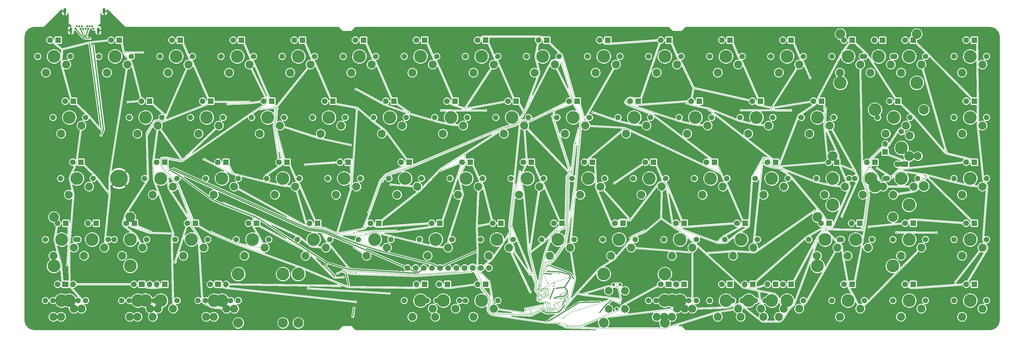
<source format=gtl>
%TF.GenerationSoftware,KiCad,Pcbnew,(2017-09-19 revision dddaa7e69)-makepkg*%
%TF.CreationDate,2017-11-22T14:32:36-05:00*%
%TF.ProjectId,WhiteFox,5768697465466F782E6B696361645F70,1.1c*%
%TF.SameCoordinates,Original*%
%TF.FileFunction,Copper,L1,Top,Signal*%
%TF.FilePolarity,Positive*%
%FSLAX46Y46*%
G04 Gerber Fmt 4.6, Leading zero omitted, Abs format (unit mm)*
G04 Created by KiCad (PCBNEW (2017-09-19 revision dddaa7e69)-makepkg) date 11/22/17 14:32:36*
%MOMM*%
%LPD*%
G01*
G04 APERTURE LIST*
%TA.AperFunction,ComponentPad*%
%ADD10O,0.900000X1.800000*%
%TD*%
%TA.AperFunction,ComponentPad*%
%ADD11C,0.650000*%
%TD*%
%TA.AperFunction,ComponentPad*%
%ADD12R,1.800000X1.800000*%
%TD*%
%TA.AperFunction,ComponentPad*%
%ADD13C,1.800000*%
%TD*%
%TA.AperFunction,ComponentPad*%
%ADD14C,5.500000*%
%TD*%
%TA.AperFunction,WasherPad*%
%ADD15C,3.990340*%
%TD*%
%TA.AperFunction,ComponentPad*%
%ADD16C,2.499360*%
%TD*%
%TA.AperFunction,WasherPad*%
%ADD17C,1.704340*%
%TD*%
%TA.AperFunction,WasherPad*%
%ADD18C,3.048254*%
%TD*%
%TA.AperFunction,WasherPad*%
%ADD19C,3.988054*%
%TD*%
%TA.AperFunction,WasherPad*%
%ADD20C,0.990610*%
%TD*%
%TA.AperFunction,WasherPad*%
%ADD21C,2.374910*%
%TD*%
%TA.AperFunction,ComponentPad*%
%ADD22O,1.800000X1.800000*%
%TD*%
%TA.AperFunction,ViaPad*%
%ADD23C,0.355600*%
%TD*%
%TA.AperFunction,Conductor*%
%ADD24C,0.304800*%
%TD*%
%TA.AperFunction,Conductor*%
%ADD25C,0.101600*%
%TD*%
%TA.AperFunction,Conductor*%
%ADD26C,0.254000*%
%TD*%
G04 APERTURE END LIST*
D10*
%TO.P,J1,25*%
%TO.N,/mcu/SHLD*%
X75975000Y-71553200D03*
X63725000Y-71553200D03*
X74120000Y-77603200D03*
X65580000Y-77603200D03*
D11*
%TO.P,J1,24*%
%TO.N,VSS*%
X67050000Y-77103200D03*
%TO.P,J1,23*%
%TO.N,Net-(J1-Pad23)*%
X67450000Y-76403200D03*
%TO.P,J1,22*%
%TO.N,Net-(J1-Pad22)*%
X68250000Y-76403200D03*
%TO.P,J1,21*%
%TO.N,+5V*%
X68650000Y-77103200D03*
%TO.P,J1,20*%
%TO.N,Net-(J1-Pad20)*%
X69050000Y-76403200D03*
%TO.P,J1,19*%
%TO.N,/mcu/USB_DM*%
X69450000Y-77103200D03*
%TO.P,J1,18*%
%TO.N,/mcu/USB_DP*%
X70250000Y-77103200D03*
%TO.P,J1,17*%
%TO.N,Net-(J1-Pad17)*%
X70650000Y-76403200D03*
%TO.P,J1,16*%
%TO.N,+5V*%
X71050000Y-77103200D03*
%TO.P,J1,15*%
%TO.N,Net-(J1-Pad15)*%
X71450000Y-76403200D03*
%TO.P,J1,14*%
%TO.N,Net-(J1-Pad14)*%
X72250000Y-76403200D03*
%TO.P,J1,13*%
%TO.N,VSS*%
X72650000Y-77103200D03*
%TD*%
D12*
%TO.P,LED71,1*%
%TO.N,/ledmatrix/CA7*%
X347345000Y-156845000D03*
D13*
%TO.P,LED71,2*%
%TO.N,/ledmatrix/CA9*%
X344805000Y-156845000D03*
%TD*%
D12*
%TO.P,LED70,1*%
%TO.N,/ledmatrix/CA6*%
X328295000Y-156845000D03*
D13*
%TO.P,LED70,2*%
%TO.N,/ledmatrix/CA9*%
X325755000Y-156845000D03*
%TD*%
D12*
%TO.P,LED69,1*%
%TO.N,/ledmatrix/CA5*%
X309245000Y-156845000D03*
D13*
%TO.P,LED69,2*%
%TO.N,/ledmatrix/CA9*%
X306705000Y-156845000D03*
%TD*%
D12*
%TO.P,LED68,1*%
%TO.N,/ledmatrix/CA4*%
X290195000Y-156845000D03*
D13*
%TO.P,LED68,2*%
%TO.N,/ledmatrix/CA9*%
X287655000Y-156845000D03*
%TD*%
D12*
%TO.P,LED67,1*%
%TO.N,/ledmatrix/CA3*%
X271145000Y-156845000D03*
D13*
%TO.P,LED67,2*%
%TO.N,/ledmatrix/CA9*%
X268605000Y-156845000D03*
%TD*%
D12*
%TO.P,LED66,1*%
%TO.N,/ledmatrix/CA2*%
X252095000Y-156845000D03*
D13*
%TO.P,LED66,2*%
%TO.N,/ledmatrix/CA9*%
X249555000Y-156845000D03*
%TD*%
D12*
%TO.P,LED65,1*%
%TO.N,/ledmatrix/CA1*%
X183039000Y-156845000D03*
D13*
%TO.P,LED65,2*%
%TO.N,/ledmatrix/CA9*%
X180499000Y-156845000D03*
%TD*%
D12*
%TO.P,LED64,1*%
%TO.N,/ledmatrix/CA9*%
X111601000Y-156845000D03*
D13*
%TO.P,LED64,2*%
%TO.N,/ledmatrix/CA8*%
X109061000Y-156845000D03*
%TD*%
D12*
%TO.P,LED63,1*%
%TO.N,/ledmatrix/CA7*%
X87788800Y-156845000D03*
D13*
%TO.P,LED63,2*%
%TO.N,/ledmatrix/CA8*%
X85248800Y-156845000D03*
%TD*%
D12*
%TO.P,LED62,1*%
%TO.N,/ledmatrix/CA6*%
X64008000Y-156845000D03*
D13*
%TO.P,LED62,2*%
%TO.N,/ledmatrix/CA8*%
X61468000Y-156845000D03*
%TD*%
D12*
%TO.P,LED61,1*%
%TO.N,/ledmatrix/CA5*%
X347345000Y-137795000D03*
D13*
%TO.P,LED61,2*%
%TO.N,/ledmatrix/CA8*%
X344805000Y-137795000D03*
%TD*%
D12*
%TO.P,LED60,1*%
%TO.N,/ledmatrix/CA4*%
X328295000Y-137795000D03*
D13*
%TO.P,LED60,2*%
%TO.N,/ledmatrix/CA8*%
X325755000Y-137795000D03*
%TD*%
D12*
%TO.P,LED59,1*%
%TO.N,/ledmatrix/CA3*%
X302101000Y-137795000D03*
D13*
%TO.P,LED59,2*%
%TO.N,/ledmatrix/CA8*%
X299561000Y-137795000D03*
%TD*%
D12*
%TO.P,LED58,1*%
%TO.N,/ledmatrix/CA2*%
X275908000Y-137795000D03*
D13*
%TO.P,LED58,2*%
%TO.N,/ledmatrix/CA8*%
X273368000Y-137795000D03*
%TD*%
D12*
%TO.P,LED57,1*%
%TO.N,/ledmatrix/CA1*%
X256858000Y-137795000D03*
D13*
%TO.P,LED57,2*%
%TO.N,/ledmatrix/CA8*%
X254318000Y-137795000D03*
%TD*%
D12*
%TO.P,LED56,1*%
%TO.N,/ledmatrix/CA9*%
X237808000Y-137795000D03*
D13*
%TO.P,LED56,2*%
%TO.N,/ledmatrix/CA7*%
X235268000Y-137795000D03*
%TD*%
D12*
%TO.P,LED55,1*%
%TO.N,/ledmatrix/CA8*%
X218758000Y-137795000D03*
D13*
%TO.P,LED55,2*%
%TO.N,/ledmatrix/CA7*%
X216218000Y-137795000D03*
%TD*%
D12*
%TO.P,LED54,1*%
%TO.N,/ledmatrix/CA6*%
X199708000Y-137795000D03*
D13*
%TO.P,LED54,2*%
%TO.N,/ledmatrix/CA7*%
X197168000Y-137795000D03*
%TD*%
D12*
%TO.P,LED53,1*%
%TO.N,/ledmatrix/CA5*%
X180658000Y-137795000D03*
D13*
%TO.P,LED53,2*%
%TO.N,/ledmatrix/CA7*%
X178118000Y-137795000D03*
%TD*%
D12*
%TO.P,LED52,1*%
%TO.N,/ledmatrix/CA4*%
X161608000Y-137795000D03*
D13*
%TO.P,LED52,2*%
%TO.N,/ledmatrix/CA7*%
X159068000Y-137795000D03*
%TD*%
D12*
%TO.P,LED51,1*%
%TO.N,/ledmatrix/CA3*%
X142558000Y-137795000D03*
D13*
%TO.P,LED51,2*%
%TO.N,/ledmatrix/CA7*%
X140018000Y-137795000D03*
%TD*%
D12*
%TO.P,LED50,1*%
%TO.N,/ledmatrix/CA2*%
X123508000Y-137795000D03*
D13*
%TO.P,LED50,2*%
%TO.N,/ledmatrix/CA7*%
X120968000Y-137795000D03*
%TD*%
D12*
%TO.P,LED49,1*%
%TO.N,/ledmatrix/CA1*%
X104458000Y-137795000D03*
D13*
%TO.P,LED49,2*%
%TO.N,/ledmatrix/CA7*%
X101918000Y-137795000D03*
%TD*%
D12*
%TO.P,LED48,1*%
%TO.N,/ledmatrix/CA9*%
X85407500Y-137795000D03*
D13*
%TO.P,LED48,2*%
%TO.N,/ledmatrix/CA6*%
X82867500Y-137795000D03*
%TD*%
D12*
%TO.P,LED47,1*%
%TO.N,/ledmatrix/CA8*%
X63976200Y-137795000D03*
D13*
%TO.P,LED47,2*%
%TO.N,/ledmatrix/CA6*%
X61436200Y-137795000D03*
%TD*%
D12*
%TO.P,LED46,1*%
%TO.N,/ledmatrix/CA7*%
X347345000Y-118745000D03*
D13*
%TO.P,LED46,2*%
%TO.N,/ledmatrix/CA6*%
X344805000Y-118745000D03*
%TD*%
D12*
%TO.P,LED45,1*%
%TO.N,/ledmatrix/CA5*%
X325914000Y-119380000D03*
D13*
%TO.P,LED45,2*%
%TO.N,/ledmatrix/CA6*%
X323374000Y-119380000D03*
%TD*%
D12*
%TO.P,LED44,1*%
%TO.N,/ledmatrix/CA4*%
X304483000Y-118745000D03*
D13*
%TO.P,LED44,2*%
%TO.N,/ledmatrix/CA6*%
X301943000Y-118745000D03*
%TD*%
D12*
%TO.P,LED43,1*%
%TO.N,/ledmatrix/CA3*%
X285433000Y-118745000D03*
D13*
%TO.P,LED43,2*%
%TO.N,/ledmatrix/CA6*%
X282893000Y-118745000D03*
%TD*%
D12*
%TO.P,LED42,1*%
%TO.N,/ledmatrix/CA2*%
X266383000Y-118745000D03*
D13*
%TO.P,LED42,2*%
%TO.N,/ledmatrix/CA6*%
X263843000Y-118745000D03*
%TD*%
D12*
%TO.P,LED41,1*%
%TO.N,/ledmatrix/CA1*%
X247333000Y-118745000D03*
D13*
%TO.P,LED41,2*%
%TO.N,/ledmatrix/CA6*%
X244793000Y-118745000D03*
%TD*%
D12*
%TO.P,LED40,1*%
%TO.N,/ledmatrix/CA9*%
X228283000Y-118745000D03*
D13*
%TO.P,LED40,2*%
%TO.N,/ledmatrix/CA5*%
X225743000Y-118745000D03*
%TD*%
D12*
%TO.P,LED39,1*%
%TO.N,/ledmatrix/CA8*%
X209233000Y-118745000D03*
D13*
%TO.P,LED39,2*%
%TO.N,/ledmatrix/CA5*%
X206693000Y-118745000D03*
%TD*%
D12*
%TO.P,LED38,1*%
%TO.N,/ledmatrix/CA7*%
X190183000Y-118745000D03*
D13*
%TO.P,LED38,2*%
%TO.N,/ledmatrix/CA5*%
X187643000Y-118745000D03*
%TD*%
D12*
%TO.P,LED37,1*%
%TO.N,/ledmatrix/CA6*%
X171133000Y-118745000D03*
D13*
%TO.P,LED37,2*%
%TO.N,/ledmatrix/CA5*%
X168593000Y-118745000D03*
%TD*%
D12*
%TO.P,LED36,1*%
%TO.N,/ledmatrix/CA4*%
X152083000Y-118745000D03*
D13*
%TO.P,LED36,2*%
%TO.N,/ledmatrix/CA5*%
X149543000Y-118745000D03*
%TD*%
D12*
%TO.P,LED35,1*%
%TO.N,/ledmatrix/CA3*%
X133033000Y-118745000D03*
D13*
%TO.P,LED35,2*%
%TO.N,/ledmatrix/CA5*%
X130493000Y-118745000D03*
%TD*%
D12*
%TO.P,LED34,1*%
%TO.N,/ledmatrix/CA2*%
X113983000Y-118745000D03*
D13*
%TO.P,LED34,2*%
%TO.N,/ledmatrix/CA5*%
X111443000Y-118745000D03*
%TD*%
D12*
%TO.P,LED33,1*%
%TO.N,/ledmatrix/CA1*%
X94932600Y-118745000D03*
D13*
%TO.P,LED33,2*%
%TO.N,/ledmatrix/CA5*%
X92392600Y-118745000D03*
%TD*%
D12*
%TO.P,LED32,1*%
%TO.N,/ledmatrix/CA9*%
X68738800Y-118745000D03*
D13*
%TO.P,LED32,2*%
%TO.N,/ledmatrix/CA4*%
X66198800Y-118745000D03*
%TD*%
D12*
%TO.P,LED31,1*%
%TO.N,/ledmatrix/CA8*%
X347345000Y-99695000D03*
D13*
%TO.P,LED31,2*%
%TO.N,/ledmatrix/CA4*%
X344805000Y-99695000D03*
%TD*%
D12*
%TO.P,LED30,1*%
%TO.N,/ledmatrix/CA7*%
X323532000Y-99695000D03*
D13*
%TO.P,LED30,2*%
%TO.N,/ledmatrix/CA4*%
X320992000Y-99695000D03*
%TD*%
D12*
%TO.P,LED29,1*%
%TO.N,/ledmatrix/CA6*%
X299720000Y-99695000D03*
D13*
%TO.P,LED29,2*%
%TO.N,/ledmatrix/CA4*%
X297180000Y-99695000D03*
%TD*%
D12*
%TO.P,LED28,1*%
%TO.N,/ledmatrix/CA5*%
X280670000Y-99695000D03*
D13*
%TO.P,LED28,2*%
%TO.N,/ledmatrix/CA4*%
X278130000Y-99695000D03*
%TD*%
D12*
%TO.P,LED27,1*%
%TO.N,/ledmatrix/CA3*%
X261620000Y-99695000D03*
D13*
%TO.P,LED27,2*%
%TO.N,/ledmatrix/CA4*%
X259080000Y-99695000D03*
%TD*%
D12*
%TO.P,LED26,1*%
%TO.N,/ledmatrix/CA2*%
X242570000Y-99695000D03*
D13*
%TO.P,LED26,2*%
%TO.N,/ledmatrix/CA4*%
X240030000Y-99695000D03*
%TD*%
D12*
%TO.P,LED25,1*%
%TO.N,/ledmatrix/CA1*%
X223520000Y-99695000D03*
D13*
%TO.P,LED25,2*%
%TO.N,/ledmatrix/CA4*%
X220980000Y-99695000D03*
%TD*%
D12*
%TO.P,LED24,1*%
%TO.N,/ledmatrix/CA9*%
X204470000Y-99695000D03*
D13*
%TO.P,LED24,2*%
%TO.N,/ledmatrix/CA3*%
X201930000Y-99695000D03*
%TD*%
D12*
%TO.P,LED23,1*%
%TO.N,/ledmatrix/CA8*%
X185420000Y-99695000D03*
D13*
%TO.P,LED23,2*%
%TO.N,/ledmatrix/CA3*%
X182880000Y-99695000D03*
%TD*%
D12*
%TO.P,LED22,1*%
%TO.N,/ledmatrix/CA7*%
X166370000Y-99695000D03*
D13*
%TO.P,LED22,2*%
%TO.N,/ledmatrix/CA3*%
X163830000Y-99695000D03*
%TD*%
D12*
%TO.P,LED21,1*%
%TO.N,/ledmatrix/CA6*%
X147320000Y-99695000D03*
D13*
%TO.P,LED21,2*%
%TO.N,/ledmatrix/CA3*%
X144780000Y-99695000D03*
%TD*%
D12*
%TO.P,LED20,1*%
%TO.N,/ledmatrix/CA5*%
X128270000Y-99695000D03*
D13*
%TO.P,LED20,2*%
%TO.N,/ledmatrix/CA3*%
X125730000Y-99695000D03*
%TD*%
D12*
%TO.P,LED19,1*%
%TO.N,/ledmatrix/CA4*%
X109220000Y-99695000D03*
D13*
%TO.P,LED19,2*%
%TO.N,/ledmatrix/CA3*%
X106680000Y-99695000D03*
%TD*%
D12*
%TO.P,LED18,1*%
%TO.N,/ledmatrix/CA2*%
X90170000Y-99695000D03*
D13*
%TO.P,LED18,2*%
%TO.N,/ledmatrix/CA3*%
X87630000Y-99695000D03*
%TD*%
D12*
%TO.P,LED17,1*%
%TO.N,/ledmatrix/CA1*%
X66357500Y-99695000D03*
D13*
%TO.P,LED17,2*%
%TO.N,/ledmatrix/CA3*%
X63817500Y-99695000D03*
%TD*%
D12*
%TO.P,LED16,1*%
%TO.N,/ledmatrix/CA9*%
X347345000Y-80645000D03*
D13*
%TO.P,LED16,2*%
%TO.N,/ledmatrix/CA2*%
X344805000Y-80645000D03*
%TD*%
D12*
%TO.P,LED15,1*%
%TO.N,/ledmatrix/CA8*%
X328295000Y-80645000D03*
D13*
%TO.P,LED15,2*%
%TO.N,/ledmatrix/CA2*%
X325755000Y-80645000D03*
%TD*%
D12*
%TO.P,LED14,1*%
%TO.N,/ledmatrix/CA7*%
X309245000Y-80645000D03*
D13*
%TO.P,LED14,2*%
%TO.N,/ledmatrix/CA2*%
X306705000Y-80645000D03*
%TD*%
D12*
%TO.P,LED13,1*%
%TO.N,/ledmatrix/CA6*%
X290195000Y-80645000D03*
D13*
%TO.P,LED13,2*%
%TO.N,/ledmatrix/CA2*%
X287655000Y-80645000D03*
%TD*%
D12*
%TO.P,LED12,1*%
%TO.N,/ledmatrix/CA5*%
X271145000Y-80645000D03*
D13*
%TO.P,LED12,2*%
%TO.N,/ledmatrix/CA2*%
X268605000Y-80645000D03*
%TD*%
D12*
%TO.P,LED11,1*%
%TO.N,/ledmatrix/CA4*%
X252095000Y-80645000D03*
D13*
%TO.P,LED11,2*%
%TO.N,/ledmatrix/CA2*%
X249555000Y-80645000D03*
%TD*%
D12*
%TO.P,LED10,1*%
%TO.N,/ledmatrix/CA3*%
X233045000Y-80645000D03*
D13*
%TO.P,LED10,2*%
%TO.N,/ledmatrix/CA2*%
X230505000Y-80645000D03*
%TD*%
D12*
%TO.P,LED9,1*%
%TO.N,/ledmatrix/CA1*%
X213995000Y-80645000D03*
D13*
%TO.P,LED9,2*%
%TO.N,/ledmatrix/CA2*%
X211455000Y-80645000D03*
%TD*%
D12*
%TO.P,LED8,1*%
%TO.N,/ledmatrix/CA9*%
X194945000Y-80645000D03*
D13*
%TO.P,LED8,2*%
%TO.N,/ledmatrix/CA1*%
X192405000Y-80645000D03*
%TD*%
D12*
%TO.P,LED7,1*%
%TO.N,/ledmatrix/CA8*%
X175895000Y-80645000D03*
D13*
%TO.P,LED7,2*%
%TO.N,/ledmatrix/CA1*%
X173355000Y-80645000D03*
%TD*%
D12*
%TO.P,LED6,1*%
%TO.N,/ledmatrix/CA7*%
X156845000Y-80645000D03*
D13*
%TO.P,LED6,2*%
%TO.N,/ledmatrix/CA1*%
X154305000Y-80645000D03*
%TD*%
D12*
%TO.P,LED5,1*%
%TO.N,/ledmatrix/CA6*%
X137795000Y-80645000D03*
D13*
%TO.P,LED5,2*%
%TO.N,/ledmatrix/CA1*%
X135255000Y-80645000D03*
%TD*%
D12*
%TO.P,LED4,1*%
%TO.N,/ledmatrix/CA5*%
X118745000Y-80645000D03*
D13*
%TO.P,LED4,2*%
%TO.N,/ledmatrix/CA1*%
X116205000Y-80645000D03*
%TD*%
D12*
%TO.P,LED3,1*%
%TO.N,/ledmatrix/CA4*%
X99695000Y-80645000D03*
D13*
%TO.P,LED3,2*%
%TO.N,/ledmatrix/CA1*%
X97155000Y-80645000D03*
%TD*%
D12*
%TO.P,LED2,1*%
%TO.N,/ledmatrix/CA3*%
X80645000Y-80645000D03*
D13*
%TO.P,LED2,2*%
%TO.N,/ledmatrix/CA1*%
X78105000Y-80645000D03*
%TD*%
D12*
%TO.P,LED1,1*%
%TO.N,/ledmatrix/CA2*%
X61595000Y-80645000D03*
D13*
%TO.P,LED1,2*%
%TO.N,/ledmatrix/CA1*%
X59055000Y-80645000D03*
%TD*%
D14*
%TO.P,H1,1*%
%TO.N,/mcu/SHLD*%
X80568800Y-123830000D03*
%TD*%
D15*
%TO.P,S266,*%
%TO.N,*%
X255588000Y-161925000D03*
D16*
%TO.P,S266,2*%
%TO.N,Net-(D66-Pad1)*%
X253048000Y-167005000D03*
%TO.P,S266,1*%
%TO.N,/Col3*%
X259398000Y-164465000D03*
D17*
%TO.P,S266,*%
%TO.N,*%
X260668000Y-161925000D03*
X250508000Y-161925000D03*
%TD*%
D15*
%TO.P,S265,*%
%TO.N,*%
X193675000Y-161925000D03*
D16*
%TO.P,S265,2*%
%TO.N,Net-(D65-Pad1)*%
X191135000Y-167005000D03*
%TO.P,S265,1*%
%TO.N,/Col2*%
X197485000Y-164465000D03*
D17*
%TO.P,S265,*%
%TO.N,*%
X198755000Y-161925000D03*
X188595000Y-161925000D03*
%TD*%
D15*
%TO.P,S263,*%
%TO.N,*%
X93662500Y-161925000D03*
D16*
%TO.P,S263,2*%
%TO.N,Net-(D63-Pad1)*%
X91122500Y-167005000D03*
%TO.P,S263,1*%
%TO.N,/Col9*%
X97472500Y-164465000D03*
D17*
%TO.P,S263,*%
%TO.N,*%
X98742500Y-161925000D03*
X88582500Y-161925000D03*
%TD*%
D15*
%TO.P,S245,*%
%TO.N,*%
X324644000Y-114300000D03*
D16*
%TO.P,S245,2*%
%TO.N,Net-(D45-Pad1)*%
X329724000Y-116840000D03*
%TO.P,S245,1*%
%TO.N,/Col9*%
X327184000Y-110490000D03*
D17*
%TO.P,S245,*%
%TO.N,*%
X324644000Y-109220000D03*
X324644000Y-119380000D03*
%TD*%
D15*
%TO.P,S168,*%
%TO.N,*%
X284162000Y-161925000D03*
D16*
%TO.P,S168,2*%
%TO.N,Net-(D68-Pad1)*%
X281622000Y-167005000D03*
%TO.P,S168,1*%
%TO.N,/Col5*%
X287972000Y-164465000D03*
D17*
%TO.P,S168,*%
%TO.N,*%
X289242000Y-161925000D03*
X279082000Y-161925000D03*
%TD*%
D15*
%TO.P,S167,*%
%TO.N,*%
X277019000Y-161925000D03*
D16*
%TO.P,S167,2*%
%TO.N,Net-(D67-Pad1)*%
X274479000Y-167005000D03*
%TO.P,S167,1*%
%TO.N,/Col4*%
X280829000Y-164465000D03*
D17*
%TO.P,S167,*%
%TO.N,*%
X282099000Y-161925000D03*
X271939000Y-161925000D03*
%TD*%
D15*
%TO.P,S166,*%
%TO.N,*%
X253206000Y-161925000D03*
D16*
%TO.P,S166,2*%
%TO.N,Net-(D66-Pad1)*%
X250666000Y-167005000D03*
%TO.P,S166,1*%
%TO.N,/Col3*%
X257016000Y-164465000D03*
D17*
%TO.P,S166,*%
%TO.N,*%
X258286000Y-161925000D03*
X248126000Y-161925000D03*
%TD*%
D15*
%TO.P,S165,*%
%TO.N,*%
X174625000Y-161925000D03*
D16*
%TO.P,S165,2*%
%TO.N,Net-(D65-Pad1)*%
X172085000Y-167005000D03*
%TO.P,S165,1*%
%TO.N,/Col2*%
X178435000Y-164465000D03*
D17*
%TO.P,S165,*%
%TO.N,*%
X179705000Y-161925000D03*
X169545000Y-161925000D03*
%TD*%
D15*
%TO.P,S164,*%
%TO.N,*%
X112712000Y-161925000D03*
D16*
%TO.P,S164,2*%
%TO.N,Net-(D64-Pad1)*%
X110172000Y-167005000D03*
%TO.P,S164,1*%
%TO.N,/Col1*%
X116522000Y-164465000D03*
D17*
%TO.P,S164,*%
%TO.N,*%
X117792000Y-161925000D03*
X107632000Y-161925000D03*
%TD*%
D15*
%TO.P,S163,*%
%TO.N,*%
X88900000Y-161925000D03*
D16*
%TO.P,S163,2*%
%TO.N,Net-(D63-Pad1)*%
X86360000Y-167005000D03*
%TO.P,S163,1*%
%TO.N,/Col9*%
X92710000Y-164465000D03*
D17*
%TO.P,S163,*%
%TO.N,*%
X93980000Y-161925000D03*
X83820000Y-161925000D03*
%TD*%
D15*
%TO.P,S162,*%
%TO.N,*%
X65087500Y-161925000D03*
D16*
%TO.P,S162,2*%
%TO.N,Net-(D62-Pad1)*%
X62547500Y-167005000D03*
%TO.P,S162,1*%
%TO.N,/Col8*%
X68897500Y-164465000D03*
D17*
%TO.P,S162,*%
%TO.N,*%
X70167500Y-161925000D03*
X60007500Y-161925000D03*
%TD*%
D15*
%TO.P,S159,*%
%TO.N,*%
X310356000Y-142875000D03*
D16*
%TO.P,S159,2*%
%TO.N,Net-(D59-Pad1)*%
X307816000Y-147955000D03*
%TO.P,S159,1*%
%TO.N,/Col5*%
X314166000Y-145415000D03*
D17*
%TO.P,S159,*%
%TO.N,*%
X315436000Y-142875000D03*
X305276000Y-142875000D03*
%TD*%
D15*
%TO.P,S147,*%
%TO.N,*%
X72231200Y-142875000D03*
D16*
%TO.P,S147,2*%
%TO.N,Net-(D47-Pad1)*%
X69691200Y-147955000D03*
%TO.P,S147,1*%
%TO.N,/Col2*%
X76041200Y-145415000D03*
D17*
%TO.P,S147,*%
%TO.N,*%
X77311200Y-142875000D03*
X67151200Y-142875000D03*
%TD*%
D15*
%TO.P,S145,*%
%TO.N,*%
X315119000Y-123825000D03*
D16*
%TO.P,S145,2*%
%TO.N,Net-(D45-Pad1)*%
X312579000Y-128905000D03*
%TO.P,S145,1*%
%TO.N,/Col9*%
X318929000Y-126365000D03*
D17*
%TO.P,S145,*%
%TO.N,*%
X320199000Y-123825000D03*
X310039000Y-123825000D03*
%TD*%
D15*
%TO.P,S115,*%
%TO.N,*%
X317500000Y-85725000D03*
D16*
%TO.P,S115,2*%
%TO.N,Net-(D15-Pad1)*%
X314960000Y-90805000D03*
%TO.P,S115,1*%
%TO.N,/Col6*%
X321310000Y-88265000D03*
D17*
%TO.P,S115,*%
%TO.N,*%
X322580000Y-85725000D03*
X312420000Y-85725000D03*
%TD*%
D13*
%TO.P,P2,1*%
%TO.N,VDD*%
X170561000Y-151765000D03*
%TO.P,P2,2*%
%TO.N,/mcu/SWD_DIO*%
X173101000Y-151765000D03*
%TO.P,P2,3*%
%TO.N,VSS*%
X175641000Y-151765000D03*
%TO.P,P2,4*%
%TO.N,/mcu/SWD_CLK*%
X178181000Y-151765000D03*
%TO.P,P2,5*%
%TO.N,+5V*%
X180721000Y-151765000D03*
%TO.P,P2,6*%
%TO.N,/mcu/RX2*%
X183261000Y-151765000D03*
%TO.P,P2,7*%
%TO.N,/mcu/TX2*%
X185801000Y-151765000D03*
%TO.P,P2,8*%
%TO.N,/mcu/SDA0*%
X188341000Y-151765000D03*
%TO.P,P2,9*%
%TO.N,/mcu/SCL0*%
X190881000Y-151765000D03*
%TO.P,P2,10*%
%TO.N,/mcu/MCU_RESET*%
X193421000Y-151765000D03*
%TO.P,P2,11*%
%TO.N,/mcu/AUD*%
X195961000Y-151765000D03*
%TD*%
D18*
%TO.P,STAB12,*%
%TO.N,*%
X131762000Y-168912540D03*
D19*
X131762000Y-153670000D03*
%TD*%
D18*
%TO.P,STAB6,*%
%TO.N,*%
X327025000Y-116837460D03*
D19*
X327025000Y-132080000D03*
%TD*%
D18*
%TO.P,STAB5,*%
%TO.N,*%
X303212000Y-116837460D03*
D19*
X303212000Y-132080000D03*
%TD*%
D18*
%TO.P,STAB4,*%
%TO.N,*%
X331631540Y-126206000D03*
D19*
X316389000Y-126206000D03*
%TD*%
D18*
%TO.P,STAB3,*%
%TO.N,*%
X331631540Y-102394000D03*
D19*
X316389000Y-102394000D03*
%TD*%
D18*
%TO.P,STAB14,*%
%TO.N,*%
X231775000Y-168912540D03*
D19*
X231775000Y-153670000D03*
%TD*%
D18*
%TO.P,STAB11,*%
%TO.N,*%
X117792000Y-168912540D03*
D19*
X117792000Y-153670000D03*
%TD*%
D18*
%TO.P,STAB13,*%
%TO.N,*%
X136525000Y-168912540D03*
D19*
X136525000Y-153670000D03*
%TD*%
D18*
%TO.P,STAB15,*%
%TO.N,*%
X250825000Y-168912540D03*
D19*
X250825000Y-153670000D03*
%TD*%
D18*
%TO.P,STAB10,*%
%TO.N,*%
X321945000Y-135887460D03*
D19*
X321945000Y-151130000D03*
%TD*%
D18*
%TO.P,STAB9,*%
%TO.N,*%
X298450000Y-135887460D03*
D19*
X298450000Y-151130000D03*
%TD*%
D18*
%TO.P,STAB7,*%
%TO.N,*%
X60325000Y-135887460D03*
D19*
X60325000Y-151130000D03*
%TD*%
D18*
%TO.P,STAB8,*%
%TO.N,*%
X84137500Y-135887460D03*
D19*
X84137500Y-151130000D03*
%TD*%
D18*
%TO.P,STAB1,*%
%TO.N,*%
X305594000Y-78737460D03*
D19*
X305594000Y-93980000D03*
%TD*%
D18*
%TO.P,STAB2,*%
%TO.N,*%
X329406000Y-78737460D03*
D19*
X329406000Y-93980000D03*
%TD*%
D15*
%TO.P,S62,*%
%TO.N,*%
X62706200Y-161925000D03*
D16*
%TO.P,S62,2*%
%TO.N,Net-(D62-Pad1)*%
X60166200Y-167005000D03*
%TO.P,S62,1*%
%TO.N,/Col8*%
X66516200Y-164465000D03*
D17*
%TO.P,S62,*%
%TO.N,*%
X67786200Y-161925000D03*
X57626200Y-161925000D03*
%TD*%
D15*
%TO.P,S17,*%
%TO.N,*%
X65087500Y-104775000D03*
D16*
%TO.P,S17,2*%
%TO.N,Net-(D17-Pad1)*%
X62547500Y-109855000D03*
%TO.P,S17,1*%
%TO.N,/Col8*%
X68897500Y-107315000D03*
D17*
%TO.P,S17,*%
%TO.N,*%
X70167500Y-104775000D03*
X60007500Y-104775000D03*
%TD*%
D15*
%TO.P,S32,*%
%TO.N,*%
X67468800Y-123825000D03*
D16*
%TO.P,S32,2*%
%TO.N,Net-(D32-Pad1)*%
X64928800Y-128905000D03*
%TO.P,S32,1*%
%TO.N,/Col5*%
X71278800Y-126365000D03*
D17*
%TO.P,S32,*%
%TO.N,*%
X72548800Y-123825000D03*
X62388800Y-123825000D03*
%TD*%
D15*
%TO.P,S45,*%
%TO.N,*%
X324644000Y-123825000D03*
D16*
%TO.P,S45,2*%
%TO.N,Net-(D45-Pad1)*%
X322104000Y-128905000D03*
%TO.P,S45,1*%
%TO.N,/Col9*%
X328454000Y-126365000D03*
D17*
%TO.P,S45,*%
%TO.N,*%
X329724000Y-123825000D03*
X319564000Y-123825000D03*
%TD*%
D15*
%TO.P,S59,*%
%TO.N,*%
X300831000Y-142875000D03*
D16*
%TO.P,S59,2*%
%TO.N,Net-(D59-Pad1)*%
X298291000Y-147955000D03*
%TO.P,S59,1*%
%TO.N,/Col5*%
X304641000Y-145415000D03*
D17*
%TO.P,S59,*%
%TO.N,*%
X305911000Y-142875000D03*
X295751000Y-142875000D03*
%TD*%
D15*
%TO.P,S63,*%
%TO.N,*%
X86518800Y-161925000D03*
D16*
%TO.P,S63,2*%
%TO.N,Net-(D63-Pad1)*%
X83978800Y-167005000D03*
%TO.P,S63,1*%
%TO.N,/Col9*%
X90328800Y-164465000D03*
D17*
%TO.P,S63,*%
%TO.N,*%
X91598800Y-161925000D03*
X81438800Y-161925000D03*
%TD*%
D15*
%TO.P,S64,*%
%TO.N,*%
X110331000Y-161925000D03*
D16*
%TO.P,S64,2*%
%TO.N,Net-(D64-Pad1)*%
X107791000Y-167005000D03*
%TO.P,S64,1*%
%TO.N,/Col1*%
X114141000Y-164465000D03*
D17*
%TO.P,S64,*%
%TO.N,*%
X115411000Y-161925000D03*
X105251000Y-161925000D03*
%TD*%
D15*
%TO.P,S71,*%
%TO.N,*%
X346075000Y-161925000D03*
D16*
%TO.P,S71,2*%
%TO.N,Net-(D71-Pad1)*%
X343535000Y-167005000D03*
%TO.P,S71,1*%
%TO.N,/Col8*%
X349885000Y-164465000D03*
D17*
%TO.P,S71,*%
%TO.N,*%
X351155000Y-161925000D03*
X340995000Y-161925000D03*
%TD*%
D15*
%TO.P,S70,*%
%TO.N,*%
X327025000Y-161925000D03*
D16*
%TO.P,S70,2*%
%TO.N,Net-(D70-Pad1)*%
X324485000Y-167005000D03*
%TO.P,S70,1*%
%TO.N,/Col7*%
X330835000Y-164465000D03*
D17*
%TO.P,S70,*%
%TO.N,*%
X332105000Y-161925000D03*
X321945000Y-161925000D03*
%TD*%
D15*
%TO.P,S69,*%
%TO.N,*%
X307975000Y-161925000D03*
D16*
%TO.P,S69,2*%
%TO.N,Net-(D69-Pad1)*%
X305435000Y-167005000D03*
%TO.P,S69,1*%
%TO.N,/Col6*%
X311785000Y-164465000D03*
D17*
%TO.P,S69,*%
%TO.N,*%
X313055000Y-161925000D03*
X302895000Y-161925000D03*
%TD*%
D15*
%TO.P,S68,*%
%TO.N,*%
X288925000Y-161925000D03*
D16*
%TO.P,S68,2*%
%TO.N,Net-(D68-Pad1)*%
X286385000Y-167005000D03*
%TO.P,S68,1*%
%TO.N,/Col5*%
X292735000Y-164465000D03*
D17*
%TO.P,S68,*%
%TO.N,*%
X294005000Y-161925000D03*
X283845000Y-161925000D03*
%TD*%
D15*
%TO.P,S67,*%
%TO.N,*%
X269875000Y-161925000D03*
D16*
%TO.P,S67,2*%
%TO.N,Net-(D67-Pad1)*%
X267335000Y-167005000D03*
%TO.P,S67,1*%
%TO.N,/Col4*%
X273685000Y-164465000D03*
D17*
%TO.P,S67,*%
%TO.N,*%
X274955000Y-161925000D03*
X264795000Y-161925000D03*
%TD*%
D15*
%TO.P,S66,*%
%TO.N,*%
X250825000Y-161925000D03*
D16*
%TO.P,S66,2*%
%TO.N,Net-(D66-Pad1)*%
X248285000Y-167005000D03*
%TO.P,S66,1*%
%TO.N,/Col3*%
X254635000Y-164465000D03*
D17*
%TO.P,S66,*%
%TO.N,*%
X255905000Y-161925000D03*
X245745000Y-161925000D03*
%TD*%
D15*
%TO.P,S30,*%
%TO.N,*%
X322262000Y-104775000D03*
D16*
%TO.P,S30,2*%
%TO.N,Net-(D30-Pad1)*%
X319722000Y-109855000D03*
%TO.P,S30,1*%
%TO.N,/Col3*%
X326072000Y-107315000D03*
D17*
%TO.P,S30,*%
%TO.N,*%
X327342000Y-104775000D03*
X317182000Y-104775000D03*
%TD*%
D15*
%TO.P,S16,*%
%TO.N,*%
X346075000Y-85725000D03*
D16*
%TO.P,S16,2*%
%TO.N,Net-(D16-Pad1)*%
X343535000Y-90805000D03*
%TO.P,S16,1*%
%TO.N,/Col7*%
X349885000Y-88265000D03*
D17*
%TO.P,S16,*%
%TO.N,*%
X351155000Y-85725000D03*
X340995000Y-85725000D03*
%TD*%
D15*
%TO.P,S1,*%
%TO.N,*%
X60325000Y-85725000D03*
D16*
%TO.P,S1,2*%
%TO.N,Net-(D1-Pad1)*%
X57785000Y-90805000D03*
%TO.P,S1,1*%
%TO.N,/Col1*%
X64135000Y-88265000D03*
D17*
%TO.P,S1,*%
%TO.N,*%
X65405000Y-85725000D03*
X55245000Y-85725000D03*
%TD*%
D15*
%TO.P,S3,*%
%TO.N,*%
X98425000Y-85725000D03*
D16*
%TO.P,S3,2*%
%TO.N,Net-(D3-Pad1)*%
X95885000Y-90805000D03*
%TO.P,S3,1*%
%TO.N,/Col3*%
X102235000Y-88265000D03*
D17*
%TO.P,S3,*%
%TO.N,*%
X103505000Y-85725000D03*
X93345000Y-85725000D03*
%TD*%
D15*
%TO.P,S4,*%
%TO.N,*%
X117475000Y-85725000D03*
D16*
%TO.P,S4,2*%
%TO.N,Net-(D4-Pad1)*%
X114935000Y-90805000D03*
%TO.P,S4,1*%
%TO.N,/Col4*%
X121285000Y-88265000D03*
D17*
%TO.P,S4,*%
%TO.N,*%
X122555000Y-85725000D03*
X112395000Y-85725000D03*
%TD*%
D15*
%TO.P,S5,*%
%TO.N,*%
X136525000Y-85725000D03*
D16*
%TO.P,S5,2*%
%TO.N,Net-(D5-Pad1)*%
X133985000Y-90805000D03*
%TO.P,S5,1*%
%TO.N,/Col5*%
X140335000Y-88265000D03*
D17*
%TO.P,S5,*%
%TO.N,*%
X141605000Y-85725000D03*
X131445000Y-85725000D03*
%TD*%
D15*
%TO.P,S6,*%
%TO.N,*%
X155575000Y-85725000D03*
D16*
%TO.P,S6,2*%
%TO.N,Net-(D6-Pad1)*%
X153035000Y-90805000D03*
%TO.P,S6,1*%
%TO.N,/Col6*%
X159385000Y-88265000D03*
D17*
%TO.P,S6,*%
%TO.N,*%
X160655000Y-85725000D03*
X150495000Y-85725000D03*
%TD*%
D15*
%TO.P,S7,*%
%TO.N,*%
X174625000Y-85725000D03*
D16*
%TO.P,S7,2*%
%TO.N,Net-(D7-Pad1)*%
X172085000Y-90805000D03*
%TO.P,S7,1*%
%TO.N,/Col7*%
X178435000Y-88265000D03*
D17*
%TO.P,S7,*%
%TO.N,*%
X179705000Y-85725000D03*
X169545000Y-85725000D03*
%TD*%
D15*
%TO.P,S8,*%
%TO.N,*%
X193675000Y-85725000D03*
D16*
%TO.P,S8,2*%
%TO.N,Net-(D8-Pad1)*%
X191135000Y-90805000D03*
%TO.P,S8,1*%
%TO.N,/Col8*%
X197485000Y-88265000D03*
D17*
%TO.P,S8,*%
%TO.N,*%
X198755000Y-85725000D03*
X188595000Y-85725000D03*
%TD*%
D15*
%TO.P,S9,*%
%TO.N,*%
X212725000Y-85725000D03*
D16*
%TO.P,S9,2*%
%TO.N,Net-(D9-Pad1)*%
X210185000Y-90805000D03*
%TO.P,S9,1*%
%TO.N,/Col9*%
X216535000Y-88265000D03*
D17*
%TO.P,S9,*%
%TO.N,*%
X217805000Y-85725000D03*
X207645000Y-85725000D03*
%TD*%
D15*
%TO.P,S10,*%
%TO.N,*%
X231775000Y-85725000D03*
D16*
%TO.P,S10,2*%
%TO.N,Net-(D10-Pad1)*%
X229235000Y-90805000D03*
%TO.P,S10,1*%
%TO.N,/Col1*%
X235585000Y-88265000D03*
D17*
%TO.P,S10,*%
%TO.N,*%
X236855000Y-85725000D03*
X226695000Y-85725000D03*
%TD*%
D15*
%TO.P,S11,*%
%TO.N,*%
X250825000Y-85725000D03*
D16*
%TO.P,S11,2*%
%TO.N,Net-(D11-Pad1)*%
X248285000Y-90805000D03*
%TO.P,S11,1*%
%TO.N,/Col2*%
X254635000Y-88265000D03*
D17*
%TO.P,S11,*%
%TO.N,*%
X255905000Y-85725000D03*
X245745000Y-85725000D03*
%TD*%
D15*
%TO.P,S12,*%
%TO.N,*%
X269875000Y-85725000D03*
D16*
%TO.P,S12,2*%
%TO.N,Net-(D12-Pad1)*%
X267335000Y-90805000D03*
%TO.P,S12,1*%
%TO.N,/Col3*%
X273685000Y-88265000D03*
D17*
%TO.P,S12,*%
%TO.N,*%
X274955000Y-85725000D03*
X264795000Y-85725000D03*
%TD*%
D15*
%TO.P,S13,*%
%TO.N,*%
X288925000Y-85725000D03*
D16*
%TO.P,S13,2*%
%TO.N,Net-(D13-Pad1)*%
X286385000Y-90805000D03*
%TO.P,S13,1*%
%TO.N,/Col4*%
X292735000Y-88265000D03*
D17*
%TO.P,S13,*%
%TO.N,*%
X294005000Y-85725000D03*
X283845000Y-85725000D03*
%TD*%
D15*
%TO.P,S14,*%
%TO.N,*%
X307975000Y-85725000D03*
D16*
%TO.P,S14,2*%
%TO.N,Net-(D14-Pad1)*%
X305435000Y-90805000D03*
%TO.P,S14,1*%
%TO.N,/Col5*%
X311785000Y-88265000D03*
D17*
%TO.P,S14,*%
%TO.N,*%
X313055000Y-85725000D03*
X302895000Y-85725000D03*
%TD*%
D15*
%TO.P,S15,*%
%TO.N,*%
X327025000Y-85725000D03*
D16*
%TO.P,S15,2*%
%TO.N,Net-(D15-Pad1)*%
X324485000Y-90805000D03*
%TO.P,S15,1*%
%TO.N,/Col6*%
X330835000Y-88265000D03*
D17*
%TO.P,S15,*%
%TO.N,*%
X332105000Y-85725000D03*
X321945000Y-85725000D03*
%TD*%
D15*
%TO.P,S18,*%
%TO.N,*%
X88900000Y-104775000D03*
D16*
%TO.P,S18,2*%
%TO.N,Net-(D18-Pad1)*%
X86360000Y-109855000D03*
%TO.P,S18,1*%
%TO.N,/Col9*%
X92710000Y-107315000D03*
D17*
%TO.P,S18,*%
%TO.N,*%
X93980000Y-104775000D03*
X83820000Y-104775000D03*
%TD*%
D15*
%TO.P,S19,*%
%TO.N,*%
X107950000Y-104775000D03*
D16*
%TO.P,S19,2*%
%TO.N,Net-(D19-Pad1)*%
X105410000Y-109855000D03*
%TO.P,S19,1*%
%TO.N,/Col1*%
X111760000Y-107315000D03*
D17*
%TO.P,S19,*%
%TO.N,*%
X113030000Y-104775000D03*
X102870000Y-104775000D03*
%TD*%
D15*
%TO.P,S20,*%
%TO.N,*%
X127000000Y-104775000D03*
D16*
%TO.P,S20,2*%
%TO.N,Net-(D20-Pad1)*%
X124460000Y-109855000D03*
%TO.P,S20,1*%
%TO.N,/Col2*%
X130810000Y-107315000D03*
D17*
%TO.P,S20,*%
%TO.N,*%
X132080000Y-104775000D03*
X121920000Y-104775000D03*
%TD*%
D15*
%TO.P,S21,*%
%TO.N,*%
X146050000Y-104775000D03*
D16*
%TO.P,S21,2*%
%TO.N,Net-(D21-Pad1)*%
X143510000Y-109855000D03*
%TO.P,S21,1*%
%TO.N,/Col3*%
X149860000Y-107315000D03*
D17*
%TO.P,S21,*%
%TO.N,*%
X151130000Y-104775000D03*
X140970000Y-104775000D03*
%TD*%
D15*
%TO.P,S22,*%
%TO.N,*%
X165100000Y-104775000D03*
D16*
%TO.P,S22,2*%
%TO.N,Net-(D22-Pad1)*%
X162560000Y-109855000D03*
%TO.P,S22,1*%
%TO.N,/Col4*%
X168910000Y-107315000D03*
D17*
%TO.P,S22,*%
%TO.N,*%
X170180000Y-104775000D03*
X160020000Y-104775000D03*
%TD*%
D15*
%TO.P,S23,*%
%TO.N,*%
X184150000Y-104775000D03*
D16*
%TO.P,S23,2*%
%TO.N,Net-(D23-Pad1)*%
X181610000Y-109855000D03*
%TO.P,S23,1*%
%TO.N,/Col5*%
X187960000Y-107315000D03*
D17*
%TO.P,S23,*%
%TO.N,*%
X189230000Y-104775000D03*
X179070000Y-104775000D03*
%TD*%
D15*
%TO.P,S24,*%
%TO.N,*%
X203200000Y-104775000D03*
D16*
%TO.P,S24,2*%
%TO.N,Net-(D24-Pad1)*%
X200660000Y-109855000D03*
%TO.P,S24,1*%
%TO.N,/Col6*%
X207010000Y-107315000D03*
D17*
%TO.P,S24,*%
%TO.N,*%
X208280000Y-104775000D03*
X198120000Y-104775000D03*
%TD*%
D15*
%TO.P,S25,*%
%TO.N,*%
X222250000Y-104775000D03*
D16*
%TO.P,S25,2*%
%TO.N,Net-(D25-Pad1)*%
X219710000Y-109855000D03*
%TO.P,S25,1*%
%TO.N,/Col7*%
X226060000Y-107315000D03*
D17*
%TO.P,S25,*%
%TO.N,*%
X227330000Y-104775000D03*
X217170000Y-104775000D03*
%TD*%
D15*
%TO.P,S26,*%
%TO.N,*%
X241300000Y-104775000D03*
D16*
%TO.P,S26,2*%
%TO.N,Net-(D26-Pad1)*%
X238760000Y-109855000D03*
%TO.P,S26,1*%
%TO.N,/Col8*%
X245110000Y-107315000D03*
D17*
%TO.P,S26,*%
%TO.N,*%
X246380000Y-104775000D03*
X236220000Y-104775000D03*
%TD*%
D15*
%TO.P,S27,*%
%TO.N,*%
X260350000Y-104775000D03*
D16*
%TO.P,S27,2*%
%TO.N,Net-(D27-Pad1)*%
X257810000Y-109855000D03*
%TO.P,S27,1*%
%TO.N,/Col9*%
X264160000Y-107315000D03*
D17*
%TO.P,S27,*%
%TO.N,*%
X265430000Y-104775000D03*
X255270000Y-104775000D03*
%TD*%
D15*
%TO.P,S28,*%
%TO.N,*%
X279400000Y-104775000D03*
D16*
%TO.P,S28,2*%
%TO.N,Net-(D28-Pad1)*%
X276860000Y-109855000D03*
%TO.P,S28,1*%
%TO.N,/Col1*%
X283210000Y-107315000D03*
D17*
%TO.P,S28,*%
%TO.N,*%
X284480000Y-104775000D03*
X274320000Y-104775000D03*
%TD*%
D15*
%TO.P,S29,*%
%TO.N,*%
X298450000Y-104775000D03*
D16*
%TO.P,S29,2*%
%TO.N,Net-(D29-Pad1)*%
X295910000Y-109855000D03*
%TO.P,S29,1*%
%TO.N,/Col2*%
X302260000Y-107315000D03*
D17*
%TO.P,S29,*%
%TO.N,*%
X303530000Y-104775000D03*
X293370000Y-104775000D03*
%TD*%
D15*
%TO.P,S31,*%
%TO.N,*%
X346075000Y-104775000D03*
D16*
%TO.P,S31,2*%
%TO.N,Net-(D31-Pad1)*%
X343535000Y-109855000D03*
%TO.P,S31,1*%
%TO.N,/Col4*%
X349885000Y-107315000D03*
D17*
%TO.P,S31,*%
%TO.N,*%
X351155000Y-104775000D03*
X340995000Y-104775000D03*
%TD*%
D15*
%TO.P,S33,*%
%TO.N,*%
X93662500Y-123825000D03*
D16*
%TO.P,S33,2*%
%TO.N,Net-(D33-Pad1)*%
X91122500Y-128905000D03*
%TO.P,S33,1*%
%TO.N,/Col6*%
X97472500Y-126365000D03*
D17*
%TO.P,S33,*%
%TO.N,*%
X98742500Y-123825000D03*
X88582500Y-123825000D03*
%TD*%
D15*
%TO.P,S34,*%
%TO.N,*%
X112712000Y-123825000D03*
D16*
%TO.P,S34,2*%
%TO.N,Net-(D34-Pad1)*%
X110172000Y-128905000D03*
%TO.P,S34,1*%
%TO.N,/Col7*%
X116522000Y-126365000D03*
D17*
%TO.P,S34,*%
%TO.N,*%
X117792000Y-123825000D03*
X107632000Y-123825000D03*
%TD*%
D15*
%TO.P,S35,*%
%TO.N,*%
X131762000Y-123825000D03*
D16*
%TO.P,S35,2*%
%TO.N,Net-(D35-Pad1)*%
X129222000Y-128905000D03*
%TO.P,S35,1*%
%TO.N,/Col8*%
X135572000Y-126365000D03*
D17*
%TO.P,S35,*%
%TO.N,*%
X136842000Y-123825000D03*
X126682000Y-123825000D03*
%TD*%
D15*
%TO.P,S36,*%
%TO.N,*%
X150812000Y-123825000D03*
D16*
%TO.P,S36,2*%
%TO.N,Net-(D36-Pad1)*%
X148272000Y-128905000D03*
%TO.P,S36,1*%
%TO.N,/Col9*%
X154622000Y-126365000D03*
D17*
%TO.P,S36,*%
%TO.N,*%
X155892000Y-123825000D03*
X145732000Y-123825000D03*
%TD*%
D15*
%TO.P,S37,*%
%TO.N,*%
X169862000Y-123825000D03*
D16*
%TO.P,S37,2*%
%TO.N,Net-(D37-Pad1)*%
X167322000Y-128905000D03*
%TO.P,S37,1*%
%TO.N,/Col1*%
X173672000Y-126365000D03*
D17*
%TO.P,S37,*%
%TO.N,*%
X174942000Y-123825000D03*
X164782000Y-123825000D03*
%TD*%
D15*
%TO.P,S38,*%
%TO.N,*%
X188912000Y-123825000D03*
D16*
%TO.P,S38,2*%
%TO.N,Net-(D38-Pad1)*%
X186372000Y-128905000D03*
%TO.P,S38,1*%
%TO.N,/Col2*%
X192722000Y-126365000D03*
D17*
%TO.P,S38,*%
%TO.N,*%
X193992000Y-123825000D03*
X183832000Y-123825000D03*
%TD*%
D15*
%TO.P,S39,*%
%TO.N,*%
X207962000Y-123825000D03*
D16*
%TO.P,S39,2*%
%TO.N,Net-(D39-Pad1)*%
X205422000Y-128905000D03*
%TO.P,S39,1*%
%TO.N,/Col3*%
X211772000Y-126365000D03*
D17*
%TO.P,S39,*%
%TO.N,*%
X213042000Y-123825000D03*
X202882000Y-123825000D03*
%TD*%
D15*
%TO.P,S40,*%
%TO.N,*%
X227012000Y-123825000D03*
D16*
%TO.P,S40,2*%
%TO.N,Net-(D40-Pad1)*%
X224472000Y-128905000D03*
%TO.P,S40,1*%
%TO.N,/Col4*%
X230822000Y-126365000D03*
D17*
%TO.P,S40,*%
%TO.N,*%
X232092000Y-123825000D03*
X221932000Y-123825000D03*
%TD*%
D15*
%TO.P,S41,*%
%TO.N,*%
X246062000Y-123825000D03*
D16*
%TO.P,S41,2*%
%TO.N,Net-(D41-Pad1)*%
X243522000Y-128905000D03*
%TO.P,S41,1*%
%TO.N,/Col5*%
X249872000Y-126365000D03*
D17*
%TO.P,S41,*%
%TO.N,*%
X251142000Y-123825000D03*
X240982000Y-123825000D03*
%TD*%
D15*
%TO.P,S42,*%
%TO.N,*%
X265112000Y-123825000D03*
D16*
%TO.P,S42,2*%
%TO.N,Net-(D42-Pad1)*%
X262572000Y-128905000D03*
%TO.P,S42,1*%
%TO.N,/Col6*%
X268922000Y-126365000D03*
D17*
%TO.P,S42,*%
%TO.N,*%
X270192000Y-123825000D03*
X260032000Y-123825000D03*
%TD*%
D15*
%TO.P,S43,*%
%TO.N,*%
X284162000Y-123825000D03*
D16*
%TO.P,S43,2*%
%TO.N,Net-(D43-Pad1)*%
X281622000Y-128905000D03*
%TO.P,S43,1*%
%TO.N,/Col7*%
X287972000Y-126365000D03*
D17*
%TO.P,S43,*%
%TO.N,*%
X289242000Y-123825000D03*
X279082000Y-123825000D03*
%TD*%
D15*
%TO.P,S44,*%
%TO.N,*%
X303212000Y-123825000D03*
D16*
%TO.P,S44,2*%
%TO.N,Net-(D44-Pad1)*%
X300672000Y-128905000D03*
%TO.P,S44,1*%
%TO.N,/Col8*%
X307022000Y-126365000D03*
D17*
%TO.P,S44,*%
%TO.N,*%
X308292000Y-123825000D03*
X298132000Y-123825000D03*
%TD*%
D15*
%TO.P,S46,*%
%TO.N,*%
X346075000Y-123825000D03*
D16*
%TO.P,S46,2*%
%TO.N,Net-(D46-Pad1)*%
X343535000Y-128905000D03*
%TO.P,S46,1*%
%TO.N,/Col1*%
X349885000Y-126365000D03*
D17*
%TO.P,S46,*%
%TO.N,*%
X351155000Y-123825000D03*
X340995000Y-123825000D03*
%TD*%
D15*
%TO.P,S48,*%
%TO.N,*%
X84137500Y-142875000D03*
D16*
%TO.P,S48,2*%
%TO.N,Net-(D48-Pad1)*%
X81597500Y-147955000D03*
%TO.P,S48,1*%
%TO.N,/Col3*%
X87947500Y-145415000D03*
D17*
%TO.P,S48,*%
%TO.N,*%
X89217500Y-142875000D03*
X79057500Y-142875000D03*
%TD*%
D15*
%TO.P,S49,*%
%TO.N,*%
X103188000Y-142875000D03*
D16*
%TO.P,S49,2*%
%TO.N,Net-(D49-Pad1)*%
X100648000Y-147955000D03*
%TO.P,S49,1*%
%TO.N,/Col4*%
X106998000Y-145415000D03*
D17*
%TO.P,S49,*%
%TO.N,*%
X108268000Y-142875000D03*
X98108000Y-142875000D03*
%TD*%
D15*
%TO.P,S50,*%
%TO.N,*%
X122238000Y-142875000D03*
D16*
%TO.P,S50,2*%
%TO.N,Net-(D50-Pad1)*%
X119698000Y-147955000D03*
%TO.P,S50,1*%
%TO.N,/Col5*%
X126048000Y-145415000D03*
D17*
%TO.P,S50,*%
%TO.N,*%
X127318000Y-142875000D03*
X117158000Y-142875000D03*
%TD*%
D15*
%TO.P,S51,*%
%TO.N,*%
X141288000Y-142875000D03*
D16*
%TO.P,S51,2*%
%TO.N,Net-(D51-Pad1)*%
X138748000Y-147955000D03*
%TO.P,S51,1*%
%TO.N,/Col6*%
X145098000Y-145415000D03*
D17*
%TO.P,S51,*%
%TO.N,*%
X146368000Y-142875000D03*
X136208000Y-142875000D03*
%TD*%
D15*
%TO.P,S52,*%
%TO.N,*%
X160338000Y-142875000D03*
D16*
%TO.P,S52,2*%
%TO.N,Net-(D52-Pad1)*%
X157798000Y-147955000D03*
%TO.P,S52,1*%
%TO.N,/Col7*%
X164148000Y-145415000D03*
D17*
%TO.P,S52,*%
%TO.N,*%
X165418000Y-142875000D03*
X155258000Y-142875000D03*
%TD*%
D15*
%TO.P,S53,*%
%TO.N,*%
X179388000Y-142875000D03*
D16*
%TO.P,S53,2*%
%TO.N,Net-(D53-Pad1)*%
X176848000Y-147955000D03*
%TO.P,S53,1*%
%TO.N,/Col8*%
X183198000Y-145415000D03*
D17*
%TO.P,S53,*%
%TO.N,*%
X184468000Y-142875000D03*
X174308000Y-142875000D03*
%TD*%
D15*
%TO.P,S54,*%
%TO.N,*%
X198438000Y-142875000D03*
D16*
%TO.P,S54,2*%
%TO.N,Net-(D54-Pad1)*%
X195898000Y-147955000D03*
%TO.P,S54,1*%
%TO.N,/Col9*%
X202248000Y-145415000D03*
D17*
%TO.P,S54,*%
%TO.N,*%
X203518000Y-142875000D03*
X193358000Y-142875000D03*
%TD*%
D15*
%TO.P,S55,*%
%TO.N,*%
X217488000Y-142875000D03*
D16*
%TO.P,S55,2*%
%TO.N,Net-(D55-Pad1)*%
X214948000Y-147955000D03*
%TO.P,S55,1*%
%TO.N,/Col1*%
X221298000Y-145415000D03*
D17*
%TO.P,S55,*%
%TO.N,*%
X222568000Y-142875000D03*
X212408000Y-142875000D03*
%TD*%
D15*
%TO.P,S56,*%
%TO.N,*%
X236538000Y-142875000D03*
D16*
%TO.P,S56,2*%
%TO.N,Net-(D56-Pad1)*%
X233998000Y-147955000D03*
%TO.P,S56,1*%
%TO.N,/Col2*%
X240348000Y-145415000D03*
D17*
%TO.P,S56,*%
%TO.N,*%
X241618000Y-142875000D03*
X231458000Y-142875000D03*
%TD*%
D15*
%TO.P,S57,*%
%TO.N,*%
X255588000Y-142875000D03*
D16*
%TO.P,S57,2*%
%TO.N,Net-(D57-Pad1)*%
X253048000Y-147955000D03*
%TO.P,S57,1*%
%TO.N,/Col3*%
X259398000Y-145415000D03*
D17*
%TO.P,S57,*%
%TO.N,*%
X260668000Y-142875000D03*
X250508000Y-142875000D03*
%TD*%
D15*
%TO.P,S58,*%
%TO.N,*%
X274638000Y-142875000D03*
D16*
%TO.P,S58,2*%
%TO.N,Net-(D58-Pad1)*%
X272098000Y-147955000D03*
%TO.P,S58,1*%
%TO.N,/Col4*%
X278448000Y-145415000D03*
D17*
%TO.P,S58,*%
%TO.N,*%
X279718000Y-142875000D03*
X269558000Y-142875000D03*
%TD*%
D15*
%TO.P,S60,*%
%TO.N,*%
X327025000Y-142875000D03*
D16*
%TO.P,S60,2*%
%TO.N,Net-(D60-Pad1)*%
X324485000Y-147955000D03*
%TO.P,S60,1*%
%TO.N,/Col6*%
X330835000Y-145415000D03*
D17*
%TO.P,S60,*%
%TO.N,*%
X332105000Y-142875000D03*
X321945000Y-142875000D03*
%TD*%
D15*
%TO.P,S61,*%
%TO.N,*%
X346075000Y-142875000D03*
D16*
%TO.P,S61,2*%
%TO.N,Net-(D61-Pad1)*%
X343535000Y-147955000D03*
%TO.P,S61,1*%
%TO.N,/Col7*%
X349885000Y-145415000D03*
D17*
%TO.P,S61,*%
%TO.N,*%
X351155000Y-142875000D03*
X340995000Y-142875000D03*
%TD*%
D15*
%TO.P,S47,*%
%TO.N,*%
X62706200Y-142875000D03*
D16*
%TO.P,S47,2*%
%TO.N,Net-(D47-Pad1)*%
X60166200Y-147955000D03*
%TO.P,S47,1*%
%TO.N,/Col2*%
X66516200Y-145415000D03*
D17*
%TO.P,S47,*%
%TO.N,*%
X67786200Y-142875000D03*
X57626200Y-142875000D03*
%TD*%
D15*
%TO.P,S65,*%
%TO.N,*%
X181769000Y-161925000D03*
D16*
%TO.P,S65,2*%
%TO.N,Net-(D65-Pad1)*%
X179229000Y-167005000D03*
%TO.P,S65,1*%
%TO.N,/Col2*%
X185579000Y-164465000D03*
D17*
%TO.P,S65,*%
%TO.N,*%
X186849000Y-161925000D03*
X176689000Y-161925000D03*
%TD*%
D20*
%TO.P,P1,*%
%TO.N,*%
X235839000Y-164592000D03*
X236855000Y-156972000D03*
X234823000Y-156972000D03*
D21*
X238379000Y-164592000D03*
X238379000Y-158877000D03*
X233299000Y-164592000D03*
X233299000Y-158877000D03*
%TD*%
D15*
%TO.P,S2,*%
%TO.N,*%
X79375000Y-85725000D03*
D16*
%TO.P,S2,2*%
%TO.N,Net-(D2-Pad1)*%
X76835000Y-90805000D03*
%TO.P,S2,1*%
%TO.N,/Col2*%
X83185000Y-88265000D03*
D17*
%TO.P,S2,*%
%TO.N,*%
X84455000Y-85725000D03*
X74295000Y-85725000D03*
%TD*%
D12*
%TO.P,LED115,1*%
%TO.N,/ledmatrix/CA8*%
X318770000Y-80645000D03*
D22*
%TO.P,LED115,2*%
%TO.N,/ledmatrix/CA2*%
X316230000Y-80645000D03*
%TD*%
D12*
%TO.P,LED145,1*%
%TO.N,/ledmatrix/CA5*%
X316389000Y-118745000D03*
D22*
%TO.P,LED145,2*%
%TO.N,/ledmatrix/CA6*%
X313849000Y-118745000D03*
%TD*%
D12*
%TO.P,LED147,1*%
%TO.N,/ledmatrix/CA8*%
X73501200Y-137795000D03*
D22*
%TO.P,LED147,2*%
%TO.N,/ledmatrix/CA6*%
X70961200Y-137795000D03*
%TD*%
D12*
%TO.P,LED159,1*%
%TO.N,/ledmatrix/CA3*%
X311626000Y-137795000D03*
D22*
%TO.P,LED159,2*%
%TO.N,/ledmatrix/CA8*%
X309086000Y-137795000D03*
%TD*%
D12*
%TO.P,LED162,1*%
%TO.N,/ledmatrix/CA6*%
X63754000Y-156846000D03*
D22*
%TO.P,LED162,2*%
%TO.N,/ledmatrix/CA8*%
X66294000Y-156846000D03*
%TD*%
D12*
%TO.P,LED163,1*%
%TO.N,/ledmatrix/CA7*%
X87630000Y-156846000D03*
D22*
%TO.P,LED163,2*%
%TO.N,/ledmatrix/CA8*%
X90170000Y-156846000D03*
%TD*%
D12*
%TO.P,LED164,1*%
%TO.N,/ledmatrix/CA9*%
X111442000Y-156846000D03*
D22*
%TO.P,LED164,2*%
%TO.N,/ledmatrix/CA8*%
X113982000Y-156846000D03*
%TD*%
D12*
%TO.P,LED165,1*%
%TO.N,/ledmatrix/CA1*%
X175895000Y-156845000D03*
D22*
%TO.P,LED165,2*%
%TO.N,/ledmatrix/CA9*%
X173355000Y-156845000D03*
%TD*%
D12*
%TO.P,LED166,1*%
%TO.N,/ledmatrix/CA2*%
X251968000Y-156846000D03*
D22*
%TO.P,LED166,2*%
%TO.N,/ledmatrix/CA9*%
X254508000Y-156846000D03*
%TD*%
D12*
%TO.P,LED167,1*%
%TO.N,/ledmatrix/CA3*%
X278289000Y-156845000D03*
D22*
%TO.P,LED167,2*%
%TO.N,/ledmatrix/CA9*%
X275749000Y-156845000D03*
%TD*%
D12*
%TO.P,LED168,1*%
%TO.N,/ledmatrix/CA4*%
X285432000Y-156845000D03*
D22*
%TO.P,LED168,2*%
%TO.N,/ledmatrix/CA9*%
X282892000Y-156845000D03*
%TD*%
D12*
%TO.P,LED245,1*%
%TO.N,/ledmatrix/CA5*%
X319564000Y-115570000D03*
D22*
%TO.P,LED245,2*%
%TO.N,/ledmatrix/CA6*%
X319564000Y-113030000D03*
%TD*%
D12*
%TO.P,LED263,1*%
%TO.N,/ledmatrix/CA7*%
X94932500Y-156845000D03*
D22*
%TO.P,LED263,2*%
%TO.N,/ledmatrix/CA8*%
X92392500Y-156845000D03*
%TD*%
D12*
%TO.P,LED265,1*%
%TO.N,/ledmatrix/CA1*%
X194945000Y-156845000D03*
D22*
%TO.P,LED265,2*%
%TO.N,/ledmatrix/CA9*%
X192405000Y-156845000D03*
%TD*%
D12*
%TO.P,LED266,1*%
%TO.N,/ledmatrix/CA2*%
X256858000Y-156845000D03*
D22*
%TO.P,LED266,2*%
%TO.N,/ledmatrix/CA9*%
X254318000Y-156845000D03*
%TD*%
D23*
%TO.N,+5V*%
X192080700Y-146547200D03*
X214662900Y-150974000D03*
X222442800Y-155151700D03*
X97646700Y-120736000D03*
X74989300Y-108143000D03*
X71468100Y-81747700D03*
%TO.N,/ledmatrix/CA1*%
X225831000Y-105495200D03*
X75319900Y-108546300D03*
X149947200Y-156940000D03*
%TO.N,/ledmatrix/CA2*%
X94626400Y-103784900D03*
X115943600Y-121971400D03*
X150513200Y-154650500D03*
X156880300Y-139125700D03*
X267319300Y-143538300D03*
%TO.N,/ledmatrix/CA3*%
X83362200Y-99923000D03*
X143939500Y-140936600D03*
X152145000Y-151638300D03*
X129899300Y-101889600D03*
X114487900Y-100592200D03*
X264627400Y-102401200D03*
X287210500Y-121149700D03*
%TO.N,/ledmatrix/CA4*%
X89628800Y-109806200D03*
X121229000Y-99912000D03*
X152788000Y-126348600D03*
X154654800Y-153286900D03*
X152753400Y-153178300D03*
X309607000Y-121239800D03*
X300970300Y-101868300D03*
%TO.N,/ledmatrix/CA5*%
X157435500Y-141149500D03*
X138707000Y-119512900D03*
X181016000Y-121280100D03*
X238161200Y-108392900D03*
X331896100Y-122960800D03*
%TO.N,/ledmatrix/CA6*%
X97134700Y-140997400D03*
X158394600Y-134390400D03*
X235068700Y-125268100D03*
X296103500Y-92388700D03*
X321537100Y-123267200D03*
%TO.N,/ledmatrix/CA7*%
X170934800Y-103099700D03*
X192560900Y-138659200D03*
X98122400Y-149954400D03*
%TO.N,/ledmatrix/CA8*%
X209020900Y-146772900D03*
X149523700Y-157362500D03*
X64485500Y-150763800D03*
X314494400Y-138916200D03*
%TO.N,/ledmatrix/CA9*%
X77299300Y-128248200D03*
X90329600Y-140423800D03*
X154415300Y-162312500D03*
X206726700Y-102742200D03*
%TO.N,/mcu/INTB*%
X215305500Y-164400800D03*
X207356600Y-165056100D03*
X214989000Y-162682100D03*
%TO.N,/mcu/RX2*%
X211963200Y-158793200D03*
X213700600Y-158181500D03*
%TO.N,/mcu/SCL0*%
X217004600Y-164312300D03*
X150613300Y-152964900D03*
%TO.N,/mcu/SDA0*%
X148597600Y-153494000D03*
X216284900Y-163328800D03*
%TO.N,/mcu/SDB*%
X207358900Y-164480800D03*
X213039000Y-163320900D03*
%TO.N,/mcu/SWD_DIO*%
X217974400Y-153469400D03*
X214263800Y-151310600D03*
%TO.N,/mcu/TX2*%
X211533000Y-158509900D03*
X220946900Y-154730000D03*
X213039000Y-158127700D03*
%TO.N,/mcu/USB_DM*%
X69975600Y-79041600D03*
%TO.N,VDD*%
X224088000Y-162538800D03*
X215464000Y-153640000D03*
X213358400Y-153621400D03*
X96326300Y-121432100D03*
X152282300Y-157354500D03*
X151485200Y-153476600D03*
X153884100Y-164301500D03*
X153501900Y-166900300D03*
X173725800Y-152824900D03*
X230565900Y-162374900D03*
X216285500Y-158124500D03*
X214073600Y-168410300D03*
X215022600Y-161331600D03*
%TO.N,VSS*%
X219644800Y-163503800D03*
X219551100Y-160629400D03*
X147911200Y-154406700D03*
X71597800Y-80127900D03*
X221044400Y-153853700D03*
X230581200Y-165684200D03*
X234060800Y-161967000D03*
X214228700Y-152797600D03*
X219834900Y-161792900D03*
X212705000Y-165219500D03*
X145056200Y-151282100D03*
X97061500Y-121505700D03*
X72580500Y-82382100D03*
X74967400Y-110345500D03*
X218855400Y-163281600D03*
X216289000Y-161291900D03*
X216905400Y-158170400D03*
%TO.N,Net-(D45-Pad1)*%
X332252300Y-123514000D03*
%TO.N,Net-(D52-Pad1)*%
X154004500Y-145338000D03*
%TO.N,/mcu/MCU_RESET*%
X235820000Y-156535100D03*
X236768800Y-162709600D03*
X202229200Y-141072900D03*
X219228300Y-167404200D03*
%TO.N,/mcu/AUD*%
X151098100Y-153146100D03*
X190486600Y-152930400D03*
%TO.N,/mcu/PTA5*%
X220689200Y-161566800D03*
X219954100Y-162296000D03*
%TO.N,/mcu/RX0*%
X220627300Y-159931300D03*
X236765300Y-161389200D03*
X223721600Y-159786500D03*
X216983400Y-161409600D03*
%TO.N,/mcu/TX0*%
X220633500Y-160446100D03*
X235851400Y-157672800D03*
X225657900Y-159786300D03*
X218245100Y-161376000D03*
%TO.N,/Row1*%
X211574000Y-160515400D03*
X87947700Y-84464000D03*
X82384300Y-84518200D03*
X216245600Y-102940000D03*
X214372600Y-158820400D03*
%TO.N,/Row2*%
X218739900Y-88074800D03*
X162633600Y-124741800D03*
X212444800Y-158776000D03*
X214377400Y-158165600D03*
X214348000Y-156559300D03*
%TO.N,/Row3*%
X128899200Y-101708800D03*
X124701800Y-102142200D03*
X194937800Y-102580900D03*
X181139700Y-102572500D03*
X211473500Y-157592800D03*
X215748600Y-104336000D03*
%TO.N,/Row4*%
X213508900Y-150066300D03*
X223951900Y-108320400D03*
X274587100Y-102516700D03*
X290092300Y-102575600D03*
X212040300Y-157178400D03*
%TO.N,/Row5*%
X202922700Y-138637000D03*
X205564300Y-121643000D03*
X210293800Y-156112100D03*
%TO.N,/Row6*%
X203967000Y-146812100D03*
X208756300Y-153681700D03*
X204409900Y-125912000D03*
X166847000Y-140095400D03*
X153899000Y-140850100D03*
%TO.N,/Row7*%
X240061000Y-142334700D03*
X323030000Y-140672400D03*
X335503900Y-140684400D03*
X244429100Y-140135900D03*
%TO.N,/Row8*%
X164876300Y-159675900D03*
X139603100Y-158131800D03*
X209115500Y-165683900D03*
X209027900Y-164897700D03*
%TO.N,/Col1*%
X217531000Y-165116700D03*
X317010800Y-120635300D03*
X257609800Y-100263200D03*
X165326800Y-125728800D03*
X216917200Y-162661300D03*
%TO.N,/Col2*%
X152744900Y-113371700D03*
X216071700Y-164421100D03*
X297738800Y-133775500D03*
X306002800Y-135650300D03*
X258308000Y-146808500D03*
X264294000Y-147056800D03*
%TO.N,/Col3*%
X214770000Y-164344100D03*
X220259300Y-169938000D03*
X214383400Y-162642400D03*
%TO.N,/Col4*%
X281828000Y-117664300D03*
X284416900Y-101427500D03*
X217846600Y-169195800D03*
X214170900Y-164312300D03*
X239839400Y-136556500D03*
X280181900Y-159375500D03*
X213733400Y-162642400D03*
%TO.N,/Col5*%
X109334400Y-140540500D03*
X126643300Y-122643200D03*
X122597700Y-136168400D03*
X154490500Y-95910500D03*
X312352600Y-139533500D03*
X215246300Y-167485800D03*
%TO.N,/Col6*%
X113145800Y-131471900D03*
X154758600Y-102124500D03*
X148730900Y-140604700D03*
X211290100Y-159879900D03*
X220878900Y-121765700D03*
X301054500Y-140039700D03*
X338603000Y-115589100D03*
%TO.N,/Col7*%
X211689800Y-161533100D03*
X223092700Y-112886500D03*
X267923500Y-122014700D03*
X341478100Y-156168300D03*
X214332900Y-160076000D03*
%TO.N,/Col8*%
X281565500Y-119038800D03*
X228347400Y-103187800D03*
X188329400Y-116547600D03*
X188649300Y-101666600D03*
X212451700Y-160724900D03*
X107145500Y-117840200D03*
X213722600Y-160120400D03*
%TO.N,/Col9*%
X331687800Y-123761000D03*
X314871600Y-120492400D03*
X238813400Y-99938900D03*
X212157400Y-160304600D03*
X208850100Y-159264400D03*
X100094200Y-117825000D03*
X213722600Y-159470400D03*
%TO.N,/mcu/USB0_DM*%
X216334500Y-156571300D03*
X216217900Y-157490800D03*
%TO.N,/mcu/PTA0*%
X220078200Y-159200900D03*
X218205400Y-160120500D03*
%TO.N,/mcu/PTA3*%
X220639100Y-160968000D03*
X217555400Y-162631600D03*
%TO.N,/mcu/SHLD*%
X219329000Y-140208000D03*
X220853000Y-141732000D03*
X221234000Y-132080000D03*
X221361000Y-129159000D03*
X221869000Y-126111000D03*
X281686000Y-160401000D03*
X279146000Y-165989000D03*
X283972000Y-167767000D03*
X167513000Y-101600000D03*
X154432000Y-123063000D03*
X197485000Y-161163000D03*
X227965000Y-161671000D03*
X232029000Y-161290000D03*
X234061000Y-160528000D03*
X231013000Y-159004000D03*
X321691000Y-122047000D03*
X317881000Y-122809000D03*
X347091000Y-121158000D03*
X204978000Y-146177000D03*
X204597000Y-143764000D03*
X207518000Y-143256000D03*
X205740000Y-143891000D03*
X93599000Y-88392000D03*
X98171000Y-145415000D03*
X159258000Y-135890000D03*
X157861000Y-139700000D03*
X187198000Y-154051000D03*
X200533000Y-144907000D03*
X211201000Y-148971000D03*
X207645000Y-147574000D03*
X272796000Y-156718000D03*
X279654000Y-160401000D03*
X326644000Y-140081000D03*
X348996000Y-104013000D03*
X331470000Y-117729000D03*
X320421000Y-118745000D03*
X195707000Y-158877000D03*
X218694000Y-90678000D03*
X190500000Y-148463000D03*
X102616000Y-139700000D03*
X186182000Y-126492000D03*
X194183000Y-130048000D03*
X193802000Y-135128000D03*
X323215000Y-117983000D03*
X316992000Y-116840000D03*
X301752000Y-114427000D03*
X301752000Y-112268000D03*
X306324000Y-116332000D03*
X304292000Y-113030000D03*
X234061000Y-131699000D03*
X265176000Y-141478000D03*
X271526000Y-141732000D03*
X267970000Y-139319000D03*
X253492000Y-134747000D03*
X251333000Y-134620000D03*
X250063000Y-138684000D03*
X245618000Y-144145000D03*
X212979000Y-145161000D03*
X216662000Y-146050000D03*
X218313000Y-149098000D03*
X205867000Y-140716000D03*
X214249000Y-136017000D03*
X213233000Y-131953000D03*
X209296000Y-132715000D03*
X205994000Y-134493000D03*
X171577000Y-139065000D03*
X181102000Y-139827000D03*
X163703000Y-142748000D03*
X164719000Y-139446000D03*
X175768000Y-141859000D03*
X183388000Y-137541000D03*
X170180000Y-129032000D03*
X164846000Y-128016000D03*
X163195000Y-132715000D03*
X130556000Y-116332000D03*
X129286000Y-124079000D03*
X134747000Y-123952000D03*
X138938000Y-132715000D03*
X132080000Y-131318000D03*
X121793000Y-126873000D03*
X212217000Y-122174000D03*
X176022000Y-119634000D03*
X98679000Y-106045000D03*
X104902000Y-104648000D03*
X110998000Y-104775000D03*
X123952000Y-104775000D03*
X116205000Y-103378000D03*
X220853000Y-85090000D03*
X302006000Y-104267000D03*
X331343000Y-121285000D03*
X268224000Y-124206000D03*
X262001000Y-123571000D03*
X233299000Y-125603000D03*
X226949000Y-128270000D03*
X224155000Y-146558000D03*
X223139000Y-158242000D03*
X233680000Y-156718000D03*
X228092000Y-157861000D03*
X96647000Y-161544000D03*
X64262000Y-154178000D03*
X153416000Y-150622000D03*
X177800000Y-156718000D03*
X176403000Y-145669000D03*
X171196000Y-149860000D03*
X168783000Y-146050000D03*
X106934000Y-122174000D03*
X123190000Y-122047000D03*
X121666000Y-130302000D03*
X114808000Y-138684000D03*
X116967000Y-109982000D03*
X115189000Y-105791000D03*
X137033000Y-103378000D03*
X143129000Y-103632000D03*
X156210000Y-107696000D03*
X178943000Y-108839000D03*
X211328000Y-102997000D03*
X213233000Y-106045000D03*
X217932000Y-107696000D03*
X219202000Y-105537000D03*
X280670000Y-110236000D03*
X327660000Y-112903000D03*
X310388000Y-101473000D03*
X309118000Y-103505000D03*
X309245000Y-111379000D03*
X308229000Y-114808000D03*
X309753000Y-117983000D03*
X311277000Y-119761000D03*
X288925000Y-107442000D03*
X293116000Y-109347000D03*
X287147000Y-112903000D03*
X295656000Y-115697000D03*
X292354000Y-120650000D03*
X294513000Y-122174000D03*
X297307000Y-122174000D03*
X307721000Y-138938000D03*
X305689000Y-138049000D03*
X294259000Y-139192000D03*
X273812000Y-158877000D03*
X265938000Y-158877000D03*
X240792000Y-162687000D03*
X237998000Y-161036000D03*
X239522000Y-161290000D03*
X211201000Y-166878000D03*
X206756000Y-159258000D03*
X207772000Y-154686000D03*
X201168000Y-154178000D03*
X193548000Y-149098000D03*
X199898000Y-148844000D03*
X193548000Y-145542000D03*
X195072000Y-144018000D03*
X201295000Y-139954000D03*
X194564000Y-140335000D03*
X197739000Y-130810000D03*
X198120000Y-120777000D03*
X205105000Y-119761000D03*
X215773000Y-120523000D03*
X215646000Y-122174000D03*
X215011000Y-123698000D03*
X224155000Y-123698000D03*
X230378000Y-123444000D03*
X234315000Y-123952000D03*
X249174000Y-123698000D03*
X242824000Y-124206000D03*
X242697000Y-126619000D03*
X236474000Y-130302000D03*
X236220000Y-119507000D03*
X256032000Y-119634000D03*
X274447000Y-120650000D03*
X281432000Y-122809000D03*
X275590000Y-122047000D03*
X275209000Y-123063000D03*
X259461000Y-122047000D03*
X255905000Y-121920000D03*
X254508000Y-123063000D03*
X262890000Y-133985000D03*
X275590000Y-132080000D03*
X278257000Y-134874000D03*
X280543000Y-140208000D03*
X285496000Y-136525000D03*
X271526000Y-143764000D03*
X263652000Y-144272000D03*
X266573000Y-146050000D03*
X269875000Y-145034000D03*
X273939000Y-151003000D03*
X266192000Y-152400000D03*
X261112000Y-149098000D03*
X247523000Y-149987000D03*
X243713000Y-151130000D03*
X240792000Y-149352000D03*
X236601000Y-152527000D03*
X225298000Y-151130000D03*
X225679000Y-145415000D03*
X234061000Y-145034000D03*
X232918000Y-139827000D03*
X231140000Y-137160000D03*
X227965000Y-133223000D03*
X190373000Y-134239000D03*
X188468000Y-135001000D03*
X187579000Y-136017000D03*
X186563000Y-137922000D03*
X187960000Y-139827000D03*
X187198000Y-142494000D03*
X187198000Y-145415000D03*
X172847000Y-123444000D03*
X177038000Y-122555000D03*
X179324000Y-126746000D03*
X177800000Y-129794000D03*
X175514000Y-132207000D03*
X171831000Y-135636000D03*
X153543000Y-133985000D03*
X157099000Y-130683000D03*
X158115000Y-126873000D03*
X159258000Y-125857000D03*
X160401000Y-120396000D03*
X141478000Y-122809000D03*
X143129000Y-128143000D03*
X141478000Y-120396000D03*
X97028000Y-119253000D03*
X106807000Y-119761000D03*
X124587000Y-119888000D03*
X127635000Y-110363000D03*
X135255000Y-111887000D03*
X120777000Y-115570000D03*
X144018000Y-143383000D03*
X134493000Y-142494000D03*
X132207000Y-142367000D03*
X144018000Y-150114000D03*
X153289000Y-142621000D03*
X96647000Y-124460000D03*
X103505000Y-124714000D03*
X62230000Y-139573000D03*
X63246000Y-149860000D03*
X63246000Y-146304000D03*
X229616000Y-169926000D03*
X199644000Y-165354000D03*
X207772000Y-167259000D03*
X326644000Y-125730000D03*
X321056000Y-125476000D03*
X307721000Y-122174000D03*
X295910000Y-123571000D03*
X300355000Y-123444000D03*
X306070000Y-123317000D03*
X201041000Y-163322000D03*
X202311000Y-160401000D03*
X119126000Y-143002000D03*
X107569000Y-115951000D03*
X105791000Y-114046000D03*
X118364000Y-101473000D03*
X99187000Y-101600000D03*
X103378000Y-90932000D03*
X103759000Y-94488000D03*
X123571000Y-91313000D03*
X156083000Y-104521000D03*
X153670000Y-104394000D03*
X161163000Y-113030000D03*
X147574000Y-114554000D03*
X148463000Y-110236000D03*
X137414000Y-100838000D03*
X139319000Y-96012000D03*
X194691000Y-97663000D03*
X198374000Y-95123000D03*
X205867000Y-92456000D03*
X207264000Y-96774000D03*
X211455000Y-93472000D03*
X216027000Y-97028000D03*
X206502000Y-105156000D03*
X191897000Y-124079000D03*
X185801000Y-121539000D03*
X180086000Y-118872000D03*
X188976000Y-113919000D03*
X191897000Y-112522000D03*
X198882000Y-115951000D03*
X204343000Y-110871000D03*
X206756000Y-113919000D03*
X213995000Y-116840000D03*
X217043000Y-113919000D03*
X224917000Y-117221000D03*
X223012000Y-117602000D03*
X221234000Y-116078000D03*
X233553000Y-109093000D03*
X242824000Y-112903000D03*
X268732000Y-99949000D03*
X247015000Y-96266000D03*
X253873000Y-92583000D03*
X247142000Y-98806000D03*
X254254000Y-101346000D03*
X257048000Y-105283000D03*
X270891000Y-113157000D03*
X269875000Y-116967000D03*
X297942000Y-101219000D03*
X292989000Y-101346000D03*
X304927000Y-99695000D03*
X309880000Y-92075000D03*
X314452000Y-98044000D03*
X338455000Y-94234000D03*
X341376000Y-102108000D03*
X343535000Y-113538000D03*
X340868000Y-118110000D03*
X341884000Y-120904000D03*
X336550000Y-120650000D03*
X334137000Y-115316000D03*
X274574000Y-126619000D03*
X287401000Y-130683000D03*
X295402000Y-127000000D03*
X298196000Y-131318000D03*
X304800000Y-128143000D03*
X308102000Y-129159000D03*
X308991000Y-135255000D03*
X310007000Y-131699000D03*
X346202000Y-151892000D03*
X307594000Y-143891000D03*
X310261000Y-149733000D03*
X301117000Y-146177000D03*
X300990000Y-148971000D03*
X293497000Y-153797000D03*
X277749000Y-141732000D03*
X282575000Y-142621000D03*
X284988000Y-148463000D03*
X289306000Y-153416000D03*
X266827000Y-164719000D03*
X266446000Y-163576000D03*
X261620000Y-166497000D03*
X241300000Y-164973000D03*
X241427000Y-168021000D03*
X166497000Y-148844000D03*
X162560000Y-150876000D03*
X151257000Y-146050000D03*
X145034000Y-148336000D03*
X138176000Y-150749000D03*
X132334000Y-147574000D03*
X90678000Y-114046000D03*
X99822000Y-110998000D03*
X94234000Y-114427000D03*
X115697000Y-134620000D03*
X116459000Y-131445000D03*
X100838000Y-120015000D03*
X101854000Y-126619000D03*
X99314000Y-129921000D03*
X108712000Y-133858000D03*
X98933000Y-134239000D03*
X90551000Y-136398000D03*
X88265000Y-130175000D03*
X75946000Y-123190000D03*
X72136000Y-118999000D03*
X69977000Y-109601000D03*
X77724000Y-107569000D03*
X76581000Y-105029000D03*
X76708000Y-101727000D03*
X76962000Y-98171000D03*
X79629000Y-93345000D03*
X68326000Y-88773000D03*
X68707000Y-95123000D03*
X282702000Y-100076000D03*
X290322000Y-165227000D03*
X216281000Y-169545000D03*
X184912000Y-160655000D03*
X190754000Y-163195000D03*
X181991000Y-166370000D03*
X176022000Y-167767000D03*
X184023000Y-167640000D03*
X151892000Y-160274000D03*
X156464000Y-167640000D03*
X88265000Y-109474000D03*
X84328000Y-107442000D03*
X130048000Y-99695000D03*
X162052000Y-104013000D03*
X205867000Y-103378000D03*
X197993000Y-102997000D03*
X244348000Y-104775000D03*
X235839000Y-106934000D03*
X321564000Y-80645000D03*
X319913000Y-128270000D03*
X319024000Y-139700000D03*
X349250000Y-131699000D03*
X236728000Y-97409000D03*
X233426000Y-99060000D03*
X236601000Y-101600000D03*
X238252000Y-104267000D03*
X249682000Y-107950000D03*
X251587000Y-112395000D03*
X318008000Y-133096000D03*
X329946000Y-142367000D03*
X330708000Y-138938000D03*
X332105000Y-132334000D03*
X346710000Y-129032000D03*
X351028000Y-115824000D03*
X334391000Y-107315000D03*
X188341000Y-94742000D03*
X186817000Y-97536000D03*
X180086000Y-92964000D03*
X173228000Y-97536000D03*
X172847000Y-101092000D03*
X199898000Y-101727000D03*
X200406000Y-104902000D03*
X199263000Y-106807000D03*
X191643000Y-109093000D03*
X188341000Y-110998000D03*
X185039000Y-111252000D03*
X179959000Y-112522000D03*
X173609000Y-114046000D03*
X172974000Y-116840000D03*
X178562000Y-159004000D03*
X162941000Y-163322000D03*
X167259000Y-156464000D03*
X158877000Y-155829000D03*
X67056000Y-137795000D03*
X81280000Y-117602000D03*
X82169000Y-115951000D03*
X81026000Y-113030000D03*
X86233000Y-113157000D03*
X85979000Y-96266000D03*
X91821000Y-94107000D03*
X111252000Y-97663000D03*
X108458000Y-93345000D03*
X118491000Y-92456000D03*
X129032000Y-94488000D03*
X313944000Y-157988000D03*
X315595000Y-151511000D03*
X339852000Y-151130000D03*
X333756000Y-153924000D03*
%TD*%
D24*
%TO.N,+5V*%
X71468100Y-81747700D02*
X74989300Y-108143000D01*
X70438600Y-79178000D02*
X71050000Y-77103200D01*
X70395000Y-79325500D02*
X70438600Y-79178000D01*
X70154700Y-79515300D02*
X70395000Y-79325500D01*
X69848000Y-79531700D02*
X70154700Y-79515300D01*
X69588200Y-79367900D02*
X69848000Y-79531700D01*
X69529700Y-79226400D02*
X69588200Y-79367900D01*
X68650000Y-77103200D02*
X69529700Y-79226400D01*
X139319000Y-139359000D02*
X97646700Y-120736000D01*
X139646900Y-139471500D02*
X139763000Y-139489000D01*
X139425600Y-139406600D02*
X139646900Y-139471500D01*
X139319000Y-139359000D02*
X139425600Y-139406600D01*
X141499200Y-139750300D02*
X139763000Y-139489000D01*
X141499200Y-139750300D02*
X141553400Y-139757100D01*
X144031600Y-140001100D02*
X141553400Y-139757100D01*
X144103200Y-140008200D02*
X144031600Y-140001100D01*
X144241800Y-140043700D02*
X144103200Y-140008200D01*
X144308300Y-140072000D02*
X144241800Y-140043700D01*
X148242500Y-141749900D02*
X144308300Y-140072000D01*
X148242500Y-141749900D02*
X148293700Y-141770400D01*
X154762500Y-144196300D02*
X148293700Y-141770400D01*
X154762500Y-144196300D02*
X154849300Y-144225600D01*
X163697800Y-146903000D02*
X154849300Y-144225600D01*
X163697800Y-146903000D02*
X163771200Y-146923200D01*
X178473000Y-150596000D02*
X163771200Y-146923200D01*
X178546400Y-150614400D02*
X178473000Y-150596000D01*
X178685900Y-150668400D02*
X178546400Y-150614400D01*
X178752600Y-150704300D02*
X178685900Y-150668400D01*
X180721000Y-151765000D02*
X178752600Y-150704300D01*
X221212100Y-153401100D02*
X214662900Y-150974000D01*
X221286200Y-153428500D02*
X221212100Y-153401100D01*
X221409200Y-153527800D02*
X221286200Y-153428500D01*
X221451600Y-153594500D02*
X221409200Y-153527800D01*
X222442800Y-155151700D02*
X221451600Y-153594500D01*
X182689400Y-150704300D02*
X180721000Y-151765000D01*
X182711000Y-150692700D02*
X182689400Y-150704300D01*
X182752500Y-150672400D02*
X182711000Y-150692700D01*
X182773700Y-150663000D02*
X182752500Y-150672400D01*
X192080700Y-146547200D02*
X182773700Y-150663000D01*
D25*
%TO.N,/ledmatrix/CA1*%
X74964700Y-108523300D02*
X75319900Y-108546300D01*
X74888300Y-108518300D02*
X74964700Y-108523300D01*
X74751300Y-108450300D02*
X74888300Y-108518300D01*
X74701400Y-108392700D02*
X74751300Y-108450300D01*
X70964900Y-104083600D02*
X74701400Y-108392700D01*
X70914900Y-104029500D02*
X70897700Y-104013000D01*
X70949200Y-104065500D02*
X70914900Y-104029500D01*
X70964900Y-104083600D02*
X70949200Y-104065500D01*
X67292600Y-100558300D02*
X70897700Y-104013000D01*
X67267300Y-100544200D02*
X67257500Y-100544200D01*
X67285500Y-100551500D02*
X67267300Y-100544200D01*
X67292600Y-100558300D02*
X67285500Y-100551500D01*
X67206700Y-100544200D02*
X67257500Y-100544200D01*
X66357500Y-99695000D02*
X67206700Y-100544200D01*
X103608800Y-136945800D02*
X104458000Y-137795000D01*
X103608800Y-136895000D02*
X103608800Y-136945800D01*
X103606900Y-136880300D02*
X103605000Y-136875800D01*
X103608800Y-136890000D02*
X103606900Y-136880300D01*
X103608800Y-136895000D02*
X103608800Y-136890000D01*
X99053100Y-125720100D02*
X103605000Y-136875800D01*
X98728300Y-125190000D02*
X98569000Y-125056600D01*
X98973800Y-125526100D02*
X98728300Y-125190000D01*
X99053100Y-125720100D02*
X98973800Y-125526100D01*
X98064600Y-124633900D02*
X98569000Y-125056600D01*
X98006700Y-124585300D02*
X98064600Y-124633900D01*
X97906900Y-124474000D02*
X98006700Y-124585300D01*
X97865900Y-124412700D02*
X97906900Y-124474000D01*
X96009800Y-121644300D02*
X97865900Y-124412700D01*
X95983100Y-121604500D02*
X96009800Y-121644300D01*
X95951200Y-121514400D02*
X95983100Y-121604500D01*
X95946800Y-121466500D02*
X95951200Y-121514400D01*
X95782000Y-119649600D02*
X95946800Y-121466500D01*
X95781800Y-119645000D02*
X95782000Y-119649600D01*
X95781800Y-119594200D02*
X95781800Y-119645000D01*
X94932600Y-118745000D02*
X95781800Y-119594200D01*
X193928400Y-79578500D02*
X192405000Y-80645000D01*
X193953900Y-79560600D02*
X193928400Y-79578500D01*
X194013500Y-79541700D02*
X193953900Y-79560600D01*
X194045000Y-79541700D02*
X194013500Y-79541700D01*
X211455000Y-79541700D02*
X194045000Y-79541700D01*
X211500000Y-79541700D02*
X211455000Y-79541700D01*
X211590300Y-79549100D02*
X211500000Y-79541700D01*
X211634000Y-79556300D02*
X211590300Y-79549100D01*
X213086800Y-79795100D02*
X211634000Y-79556300D01*
X213095000Y-79795800D02*
X213086800Y-79795100D01*
X213145800Y-79795800D02*
X213095000Y-79795800D01*
X213995000Y-80645000D02*
X213145800Y-79795800D01*
X65508300Y-98845800D02*
X66357500Y-99695000D01*
X65508300Y-98795000D02*
X65508300Y-98845800D01*
X65507400Y-98784800D02*
X65506500Y-98781600D01*
X65508300Y-98791600D02*
X65507400Y-98784800D01*
X65508300Y-98795000D02*
X65508300Y-98791600D01*
X62733500Y-88648500D02*
X65506500Y-98781600D01*
X62704700Y-88543200D02*
X62733500Y-88648500D01*
X62679300Y-88328700D02*
X62704700Y-88543200D01*
X62682700Y-88219500D02*
X62679300Y-88328700D01*
X62828900Y-83553600D02*
X62682700Y-88219500D01*
X71374100Y-81378400D02*
X62828900Y-83553600D01*
X71386900Y-81375100D02*
X71374100Y-81378400D01*
X71413800Y-81370200D02*
X71386900Y-81375100D01*
X71427000Y-81368800D02*
X71413800Y-81370200D01*
X78105000Y-80645000D02*
X71427000Y-81368800D01*
X224369200Y-100544200D02*
X223520000Y-99695000D01*
X224369200Y-100595000D02*
X224369200Y-100544200D01*
X224370300Y-100605900D02*
X224371300Y-100609500D01*
X224369200Y-100598600D02*
X224370300Y-100605900D01*
X224369200Y-100595000D02*
X224369200Y-100598600D01*
X225831000Y-105495200D02*
X224371300Y-100609500D01*
X59055000Y-80645000D02*
X62828900Y-83553600D01*
X214844200Y-81494200D02*
X213995000Y-80645000D01*
X214844200Y-81545000D02*
X214844200Y-81494200D01*
X214852700Y-81575100D02*
X214860600Y-81582400D01*
X214844200Y-81555600D02*
X214852700Y-81575100D01*
X214844200Y-81545000D02*
X214844200Y-81555600D01*
X218519500Y-84948300D02*
X214860600Y-81582400D01*
X218626000Y-85046100D02*
X218519500Y-84948300D01*
X218779100Y-85293600D02*
X218626000Y-85046100D01*
X218819100Y-85432500D02*
X218779100Y-85293600D01*
X222668800Y-98780900D02*
X218819100Y-85432500D01*
X222669800Y-98784300D02*
X222668800Y-98780900D01*
X222670800Y-98791400D02*
X222669800Y-98784300D01*
X222670800Y-98795000D02*
X222670800Y-98791400D01*
X222670800Y-98845800D02*
X222670800Y-98795000D01*
X223520000Y-99695000D02*
X222670800Y-98845800D01*
X248182200Y-119594200D02*
X247333000Y-118745000D01*
X248182200Y-119645000D02*
X248182200Y-119594200D01*
X248184300Y-119660400D02*
X248186400Y-119665200D01*
X248182200Y-119650200D02*
X248184300Y-119660400D01*
X248182200Y-119645000D02*
X248182200Y-119650200D01*
X250173800Y-124245100D02*
X248186400Y-119665200D01*
X250369400Y-124554500D02*
X250464100Y-124633900D01*
X250222300Y-124357200D02*
X250369400Y-124554500D01*
X250173800Y-124245100D02*
X250222300Y-124357200D01*
X250968500Y-125056600D02*
X250464100Y-124633900D01*
X251127800Y-125189900D02*
X250968500Y-125056600D01*
X251373300Y-125526000D02*
X251127800Y-125189900D01*
X251452600Y-125720000D02*
X251373300Y-125526000D01*
X256005000Y-136875800D02*
X251452600Y-125720000D01*
X256006900Y-136880300D02*
X256005000Y-136875800D01*
X256008800Y-136890000D02*
X256006900Y-136880300D01*
X256008800Y-136895000D02*
X256008800Y-136890000D01*
X256008800Y-136945800D02*
X256008800Y-136895000D01*
X256858000Y-137795000D02*
X256008800Y-136945800D01*
X152156300Y-157714200D02*
X149947200Y-156940000D01*
X152247600Y-157735300D02*
X152278500Y-157735600D01*
X152185900Y-157724600D02*
X152247600Y-157735300D01*
X152156300Y-157714200D02*
X152185900Y-157724600D01*
X173343900Y-157948200D02*
X152278500Y-157735600D01*
X173486200Y-157941500D02*
X173534000Y-157933700D01*
X173392100Y-157948700D02*
X173486200Y-157941500D01*
X173343900Y-157948200D02*
X173392100Y-157948700D01*
X174986800Y-157694900D02*
X173534000Y-157933700D01*
X174995000Y-157694200D02*
X174986800Y-157694900D01*
X175045800Y-157694200D02*
X174995000Y-157694200D01*
X175895000Y-156845000D02*
X175045800Y-157694200D01*
X137378000Y-151645000D02*
X149947200Y-156940000D01*
X137378000Y-151645000D02*
X137277800Y-151605700D01*
X116709400Y-144105300D02*
X137277800Y-151605700D01*
X116643300Y-144079100D02*
X116709400Y-144105300D01*
X109184600Y-140890900D02*
X116643300Y-144079100D01*
X109173600Y-140886200D02*
X109184600Y-140890900D01*
X109151600Y-140875100D02*
X109173600Y-140886200D01*
X109140700Y-140868700D02*
X109151600Y-140875100D01*
X105383800Y-138651300D02*
X109140700Y-140868700D01*
X105364800Y-138644300D02*
X105358000Y-138644200D01*
X105378000Y-138647900D02*
X105364800Y-138644300D01*
X105383800Y-138651300D02*
X105378000Y-138647900D01*
X105307200Y-138644200D02*
X105358000Y-138644200D01*
X104458000Y-137795000D02*
X105307200Y-138644200D01*
%TO.N,/ledmatrix/CA2*%
X254284200Y-157947800D02*
X254275000Y-157947500D01*
X254284200Y-157947800D02*
X254312200Y-157948300D01*
X254502200Y-157949300D02*
X254312200Y-157948300D01*
X254661700Y-157939900D02*
X254714200Y-157929900D01*
X254556200Y-157949600D02*
X254661700Y-157939900D01*
X254502200Y-157949300D02*
X254556200Y-157949600D01*
X255948500Y-157695100D02*
X254714200Y-157929900D01*
X255958000Y-157694200D02*
X255948500Y-157695100D01*
X256008800Y-157694200D02*
X255958000Y-157694200D01*
X256858000Y-156845000D02*
X256008800Y-157694200D01*
X275058800Y-136945800D02*
X275908000Y-137795000D01*
X275058800Y-136895000D02*
X275058800Y-136945800D01*
X275056700Y-136879600D02*
X275054600Y-136874800D01*
X275058800Y-136889800D02*
X275056700Y-136879600D01*
X275058800Y-136895000D02*
X275058800Y-136889800D01*
X270255400Y-125787800D02*
X275054600Y-136874800D01*
X270149000Y-125583100D02*
X270105200Y-125521700D01*
X270225200Y-125717900D02*
X270149000Y-125583100D01*
X270255400Y-125787800D02*
X270225200Y-125717900D01*
X269332500Y-124437500D02*
X270105200Y-125521700D01*
X269295800Y-124386000D02*
X269332500Y-124437500D01*
X269234900Y-124274300D02*
X269295800Y-124386000D01*
X269211700Y-124216000D02*
X269234900Y-124274300D01*
X268277500Y-121873500D02*
X269211700Y-124216000D01*
X268277500Y-121873500D02*
X268268200Y-121852100D01*
X267237100Y-119666700D02*
X268268200Y-121852100D01*
X267234700Y-119661600D02*
X267237100Y-119666700D01*
X267232200Y-119650600D02*
X267234700Y-119661600D01*
X267232200Y-119645000D02*
X267232200Y-119650600D01*
X267232200Y-119594200D02*
X267232200Y-119645000D01*
X266383000Y-118745000D02*
X267232200Y-119594200D01*
X265533800Y-117895800D02*
X266383000Y-118745000D01*
X265483000Y-117895800D02*
X265533800Y-117895800D01*
X265474700Y-117895800D02*
X265483000Y-117895800D01*
X265458900Y-117890500D02*
X265474700Y-117895800D01*
X265452300Y-117885500D02*
X265458900Y-117890500D01*
X247016900Y-103933400D02*
X265452300Y-117885500D01*
X246832400Y-103818700D02*
X246765100Y-103792400D01*
X246959500Y-103889900D02*
X246832400Y-103818700D01*
X247016900Y-103933400D02*
X246959500Y-103889900D01*
X239534700Y-100958800D02*
X246765100Y-103792400D01*
X239429600Y-100917600D02*
X239534700Y-100958800D01*
X239234100Y-100800400D02*
X239429600Y-100917600D01*
X239147500Y-100726300D02*
X239234100Y-100800400D01*
X238565600Y-100228500D02*
X239147500Y-100726300D01*
X238506200Y-100177500D02*
X238565600Y-100228500D01*
X238437200Y-100037800D02*
X238506200Y-100177500D01*
X238428600Y-99882300D02*
X238437200Y-100037800D01*
X238481600Y-99735900D02*
X238428600Y-99882300D01*
X238535000Y-99678700D02*
X238481600Y-99735900D01*
X239224000Y-98941600D02*
X238535000Y-99678700D01*
X239317500Y-98841700D02*
X239224000Y-98941600D01*
X239545100Y-98694700D02*
X239317500Y-98841700D01*
X239803400Y-98606700D02*
X239545100Y-98694700D01*
X240075300Y-98584200D02*
X239803400Y-98606700D01*
X240209000Y-98606300D02*
X240075300Y-98584200D01*
X241661800Y-98845100D02*
X240209000Y-98606300D01*
X241670000Y-98845800D02*
X241661800Y-98845100D01*
X241720800Y-98845800D02*
X241670000Y-98845800D01*
X242570000Y-99695000D02*
X241720800Y-98845800D01*
X210565500Y-85313500D02*
X211455000Y-80645000D01*
X210532800Y-86010200D02*
X210586800Y-86236100D01*
X210521700Y-85544300D02*
X210532800Y-86010200D01*
X210565500Y-85313500D02*
X210521700Y-85544300D01*
X211598200Y-90467200D02*
X210586800Y-86236100D01*
X211649500Y-90682200D02*
X211598200Y-90467200D01*
X211619800Y-91123200D02*
X211649500Y-90682200D01*
X211540500Y-91328200D02*
X211619800Y-91123200D01*
X207082200Y-102879400D02*
X211540500Y-91328200D01*
X207074800Y-102898800D02*
X207082200Y-102879400D01*
X207055800Y-102935500D02*
X207074800Y-102898800D01*
X207044400Y-102952700D02*
X207055800Y-102935500D01*
X205032700Y-105989200D02*
X207044400Y-102952700D01*
X204925900Y-106150300D02*
X205032700Y-105989200D01*
X204660800Y-106429100D02*
X204925900Y-106150300D01*
X204348100Y-106659700D02*
X204660800Y-106429100D01*
X204003400Y-106830400D02*
X204348100Y-106659700D01*
X203818800Y-106884500D02*
X204003400Y-106830400D01*
X200107900Y-107973100D02*
X203818800Y-106884500D01*
X199945700Y-108027600D02*
X199894200Y-108049500D01*
X200052100Y-107989500D02*
X199945700Y-108027600D01*
X200107900Y-107973100D02*
X200052100Y-107989500D01*
X172112400Y-119832200D02*
X199894200Y-108049500D01*
X172101000Y-119836600D02*
X172112400Y-119832200D01*
X164343800Y-122591000D02*
X172101000Y-119836600D01*
X163938800Y-122811200D02*
X163831700Y-122924100D01*
X164198800Y-122642400D02*
X163938800Y-122811200D01*
X164343800Y-122591000D02*
X164198800Y-122642400D01*
X162357000Y-124479600D02*
X163831700Y-122924100D01*
X162287900Y-124576400D02*
X162274500Y-124614100D01*
X162329500Y-124508700D02*
X162287900Y-124576400D01*
X162357000Y-124479600D02*
X162329500Y-124508700D01*
X158753700Y-134518100D02*
X162274500Y-124614100D01*
X158747600Y-134534000D02*
X158753700Y-134518100D01*
X156880300Y-139125700D02*
X158747600Y-134534000D01*
X91104300Y-100557500D02*
X94626400Y-103784900D01*
X91079600Y-100544200D02*
X91070000Y-100544200D01*
X91097300Y-100551100D02*
X91079600Y-100544200D01*
X91104300Y-100557500D02*
X91097300Y-100551100D01*
X91019200Y-100544200D02*
X91070000Y-100544200D01*
X90170000Y-99695000D02*
X91019200Y-100544200D01*
X233959300Y-81747800D02*
X249555000Y-80645000D01*
X233955600Y-81748100D02*
X233959300Y-81747800D01*
X233948500Y-81748300D02*
X233955600Y-81748100D01*
X233945000Y-81748300D02*
X233948500Y-81748300D01*
X232145000Y-81748300D02*
X233945000Y-81748300D01*
X232113900Y-81748300D02*
X232145000Y-81748300D01*
X232054200Y-81729500D02*
X232113900Y-81748300D01*
X232028400Y-81711500D02*
X232054200Y-81729500D01*
X230505000Y-80645000D02*
X232028400Y-81711500D01*
X243419200Y-98845800D02*
X242570000Y-99695000D01*
X243419200Y-98795000D02*
X243419200Y-98845800D01*
X243419200Y-98790800D02*
X243419200Y-98795000D01*
X243420600Y-98782700D02*
X243419200Y-98790800D01*
X243421900Y-98778700D02*
X243420600Y-98782700D01*
X249555000Y-80645000D02*
X243421900Y-98778700D01*
X147931400Y-154787300D02*
X150513200Y-154650500D01*
X147851200Y-154791500D02*
X147931400Y-154787300D01*
X147701000Y-154734600D02*
X147851200Y-154791500D01*
X147643800Y-154678200D02*
X147701000Y-154734600D01*
X139767700Y-146919900D02*
X147643800Y-154678200D01*
X139525800Y-146723300D02*
X139433300Y-146673800D01*
X139693500Y-146846800D02*
X139525800Y-146723300D01*
X139767700Y-146919900D02*
X139693500Y-146846800D01*
X124432000Y-138650200D02*
X139433300Y-146673800D01*
X124414300Y-138644200D02*
X124408000Y-138644200D01*
X124426500Y-138647200D02*
X124414300Y-138644200D01*
X124432000Y-138650200D02*
X124426500Y-138647200D01*
X124357200Y-138644200D02*
X124408000Y-138644200D01*
X123508000Y-137795000D02*
X124357200Y-138644200D01*
X114837200Y-119667000D02*
X115943600Y-121971400D01*
X114834700Y-119661800D02*
X114837200Y-119667000D01*
X114832200Y-119650700D02*
X114834700Y-119661800D01*
X114832200Y-119645000D02*
X114832200Y-119650700D01*
X114832200Y-119594200D02*
X114832200Y-119645000D01*
X113983000Y-118745000D02*
X114832200Y-119594200D01*
X268833200Y-142107900D02*
X267319300Y-143538300D01*
X268881400Y-142062300D02*
X268833200Y-142107900D01*
X268987100Y-141984900D02*
X268881400Y-142062300D01*
X269045100Y-141952600D02*
X268987100Y-141984900D01*
X274983300Y-138650600D02*
X269045100Y-141952600D01*
X274989000Y-138647500D02*
X274983300Y-138650600D01*
X275001500Y-138644200D02*
X274989000Y-138647500D01*
X275008000Y-138644200D02*
X275001500Y-138644200D01*
X275058800Y-138644200D02*
X275008000Y-138644200D01*
X275908000Y-137795000D02*
X275058800Y-138644200D01*
X254275000Y-157947500D02*
X252967700Y-157686900D01*
%TO.N,/ledmatrix/CA3*%
X284583800Y-117895800D02*
X285433000Y-118745000D01*
X284533000Y-117895800D02*
X284583800Y-117895800D01*
X284524500Y-117895800D02*
X284533000Y-117895800D01*
X284508500Y-117890300D02*
X284524500Y-117895800D01*
X284501800Y-117885100D02*
X284508500Y-117890300D01*
X264627400Y-102401200D02*
X284501800Y-117885100D01*
X129700900Y-104950100D02*
X129899300Y-101889600D01*
X129696700Y-105014400D02*
X129700900Y-104950100D01*
X129683100Y-105136500D02*
X129696700Y-105014400D01*
X129673500Y-105197200D02*
X129683100Y-105136500D01*
X129374800Y-107088300D02*
X129673500Y-105197200D01*
X129367700Y-107549200D02*
X129408500Y-107698600D01*
X129350700Y-107241700D02*
X129367700Y-107549200D01*
X129374800Y-107088300D02*
X129350700Y-107241700D01*
X132182000Y-117831600D02*
X129408500Y-107698600D01*
X132182900Y-117834800D02*
X132182000Y-117831600D01*
X132183800Y-117841600D02*
X132182900Y-117834800D01*
X132183800Y-117845000D02*
X132183800Y-117841600D01*
X132183800Y-117895800D02*
X132183800Y-117845000D01*
X133033000Y-118745000D02*
X132183800Y-117895800D01*
X84592100Y-87902500D02*
X87630000Y-99695000D01*
X84395500Y-87444000D02*
X84287200Y-87318200D01*
X84550000Y-87739700D02*
X84395500Y-87444000D01*
X84592100Y-87902500D02*
X84550000Y-87739700D01*
X82095200Y-84766500D02*
X84287200Y-87318200D01*
X82061500Y-84727200D02*
X82095200Y-84766500D01*
X82017400Y-84633400D02*
X82061500Y-84727200D01*
X82008600Y-84581900D02*
X82017400Y-84633400D01*
X81494900Y-81553500D02*
X82008600Y-84581900D01*
X81494200Y-81545000D02*
X81494900Y-81553500D01*
X81494200Y-81494200D02*
X81494200Y-81545000D01*
X80645000Y-80645000D02*
X81494200Y-81494200D01*
X121279500Y-100289700D02*
X125730000Y-99695000D01*
X121271100Y-100290800D02*
X121279500Y-100289700D01*
X121254500Y-100292300D02*
X121271100Y-100290800D01*
X121245900Y-100292700D02*
X121254500Y-100292300D01*
X114487900Y-100592200D02*
X121245900Y-100292700D01*
X279138200Y-155995800D02*
X278289000Y-156845000D01*
X279189000Y-155995800D02*
X279138200Y-155995800D01*
X279215500Y-155989300D02*
X279222500Y-155983200D01*
X279198200Y-155995800D02*
X279215500Y-155989300D01*
X279189000Y-155995800D02*
X279198200Y-155995800D01*
X295054600Y-142081900D02*
X279222500Y-155983200D01*
X295096300Y-142045300D02*
X295054600Y-142081900D01*
X295188200Y-141980400D02*
X295096300Y-142045300D01*
X295238100Y-141952600D02*
X295188200Y-141980400D01*
X301176300Y-138650600D02*
X295238100Y-141952600D01*
X301182000Y-138647500D02*
X301176300Y-138650600D01*
X301194500Y-138644200D02*
X301182000Y-138647500D01*
X301201000Y-138644200D02*
X301194500Y-138644200D01*
X301251800Y-138644200D02*
X301201000Y-138644200D01*
X302101000Y-137795000D02*
X301251800Y-138644200D01*
X133882200Y-119594200D02*
X133033000Y-118745000D01*
X133882200Y-119645000D02*
X133882200Y-119594200D01*
X133884300Y-119660400D02*
X133886400Y-119665200D01*
X133882200Y-119650200D02*
X133884300Y-119660400D01*
X133882200Y-119645000D02*
X133882200Y-119650200D01*
X135873800Y-124245100D02*
X133886400Y-119665200D01*
X135950200Y-124392200D02*
X135982500Y-124437500D01*
X135895800Y-124295800D02*
X135950200Y-124392200D01*
X135873800Y-124245100D02*
X135895800Y-124295800D01*
X136755200Y-125521700D02*
X135982500Y-124437500D01*
X136799000Y-125583100D02*
X136755200Y-125521700D01*
X136875200Y-125717900D02*
X136799000Y-125583100D01*
X136905400Y-125787800D02*
X136875200Y-125717900D01*
X141704600Y-136874800D02*
X136905400Y-125787800D01*
X141706700Y-136879600D02*
X141704600Y-136874800D01*
X141708800Y-136889800D02*
X141706700Y-136879600D01*
X141708800Y-136895000D02*
X141708800Y-136889800D01*
X141708800Y-136945800D02*
X141708800Y-136895000D01*
X142558000Y-137795000D02*
X141708800Y-136945800D01*
X301251800Y-136945800D02*
X302101000Y-137795000D01*
X301251800Y-136895000D02*
X301251800Y-136945800D01*
X301247100Y-136872300D02*
X301242600Y-136865900D01*
X301251800Y-136887200D02*
X301247100Y-136872300D01*
X301251800Y-136895000D02*
X301251800Y-136887200D01*
X299865400Y-134897300D02*
X301242600Y-136865900D01*
X299798900Y-134807800D02*
X299775300Y-134779600D01*
X299844700Y-134867600D02*
X299798900Y-134807800D01*
X299865400Y-134897300D02*
X299844700Y-134867600D01*
X290051700Y-123148100D02*
X299775300Y-134779600D01*
X289899100Y-122996000D02*
X289839400Y-122955000D01*
X290005600Y-123092900D02*
X289899100Y-122996000D01*
X290051700Y-123148100D02*
X290005600Y-123092900D01*
X287210500Y-121149700D02*
X289839400Y-122955000D01*
X83362200Y-99923000D02*
X87630000Y-99695000D01*
X188715900Y-102041800D02*
X201930000Y-99695000D01*
X188671200Y-102049800D02*
X188715900Y-102041800D01*
X188581100Y-102044300D02*
X188671200Y-102049800D01*
X188538300Y-102031200D02*
X188581100Y-102044300D01*
X184460800Y-100789500D02*
X188538300Y-102031200D01*
X184445600Y-100784800D02*
X184460800Y-100789500D01*
X184416500Y-100770700D02*
X184445600Y-100784800D01*
X184403400Y-100761500D02*
X184416500Y-100770700D01*
X182880000Y-99695000D02*
X184403400Y-100761500D01*
X145468600Y-143427200D02*
X143939500Y-140936600D01*
X145527400Y-143514200D02*
X145549700Y-143541500D01*
X145486900Y-143457000D02*
X145527400Y-143514200D01*
X145468600Y-143427200D02*
X145486900Y-143457000D01*
X152145000Y-151638300D02*
X145549700Y-143541500D01*
%TO.N,/ledmatrix/CA4*%
X208746400Y-105721700D02*
X220980000Y-99695000D01*
X208581300Y-105803000D02*
X208746400Y-105721700D01*
X208217100Y-105844400D02*
X208581300Y-105803000D01*
X208039600Y-105802700D02*
X208217100Y-105844400D01*
X207398800Y-105652800D02*
X208039600Y-105802700D01*
X206045400Y-105892200D02*
X205893100Y-106024000D01*
X206404200Y-105706300D02*
X206045400Y-105892200D01*
X206796500Y-105609300D02*
X206404200Y-105706300D01*
X207200600Y-105606600D02*
X206796500Y-105609300D01*
X207398800Y-105652800D02*
X207200600Y-105606600D01*
X204970900Y-106821900D02*
X205893100Y-106024000D01*
X204751600Y-107011700D02*
X204970900Y-106821900D01*
X204239500Y-107290900D02*
X204751600Y-107011700D01*
X203961900Y-107372200D02*
X204239500Y-107290900D01*
X200251000Y-108460800D02*
X203961900Y-107372200D01*
X199959300Y-108577800D02*
X199871300Y-108634700D01*
X200151000Y-108490100D02*
X199959300Y-108577800D01*
X200251000Y-108460800D02*
X200151000Y-108490100D01*
X188122500Y-116227500D02*
X199871300Y-108634700D01*
X188122400Y-116227600D02*
X188122500Y-116227500D01*
X180809000Y-120960100D02*
X188122400Y-116227600D01*
X180755100Y-121001300D02*
X180739300Y-121018000D01*
X180790000Y-120972400D02*
X180755100Y-121001300D01*
X180809000Y-120960100D02*
X180790000Y-120972400D01*
X174726800Y-127364300D02*
X180739300Y-121018000D01*
X174689000Y-127404200D02*
X174726800Y-127364300D01*
X174610100Y-127475800D02*
X174689000Y-127404200D01*
X174568200Y-127508700D02*
X174610100Y-127475800D01*
X162539300Y-136935000D02*
X174568200Y-127508700D01*
X162532600Y-136940300D02*
X162539300Y-136935000D01*
X162516500Y-136945800D02*
X162532600Y-136940300D01*
X162508000Y-136945800D02*
X162516500Y-136945800D01*
X162457200Y-136945800D02*
X162508000Y-136945800D01*
X161608000Y-137795000D02*
X162457200Y-136945800D01*
X108370800Y-100544200D02*
X109220000Y-99695000D01*
X108320000Y-100544200D02*
X108370800Y-100544200D01*
X108305900Y-100546000D02*
X108301400Y-100547700D01*
X108315200Y-100544200D02*
X108305900Y-100546000D01*
X108320000Y-100544200D02*
X108315200Y-100544200D01*
X94459400Y-105993600D02*
X108301400Y-100547700D01*
X94274200Y-106066500D02*
X94459400Y-105993600D01*
X93876800Y-106095600D02*
X94274200Y-106066500D01*
X93681700Y-106050100D02*
X93876800Y-106095600D01*
X93040900Y-105900200D02*
X93681700Y-106050100D01*
X91562300Y-106393400D02*
X91445800Y-106598800D01*
X91911900Y-106078200D02*
X91562300Y-106393400D01*
X92343000Y-105889500D02*
X91911900Y-106078200D01*
X92811800Y-105846600D02*
X92343000Y-105889500D01*
X93040900Y-105900200D02*
X92811800Y-105846600D01*
X89628800Y-109806200D02*
X91445800Y-106598800D01*
X304939400Y-117895800D02*
X304483000Y-118745000D01*
X304939400Y-117845000D02*
X304939400Y-117895800D01*
X304939400Y-116837500D02*
X304939400Y-117845000D01*
X304857100Y-116277500D02*
X304776000Y-116104200D01*
X304939300Y-116646800D02*
X304857100Y-116277500D01*
X304939400Y-116837500D02*
X304939300Y-116646800D01*
X300944400Y-107931800D02*
X304776000Y-116104200D01*
X300870500Y-107774000D02*
X300944400Y-107931800D01*
X300801300Y-107431800D02*
X300870500Y-107774000D01*
X300808100Y-107258700D02*
X300801300Y-107431800D01*
X300900700Y-104870000D02*
X300808100Y-107258700D01*
X300900700Y-104870000D02*
X300901800Y-104831600D01*
X300970300Y-101868300D02*
X300901800Y-104831600D01*
X291044200Y-155995800D02*
X290195000Y-156845000D01*
X291044200Y-155945000D02*
X291044200Y-155995800D01*
X291044200Y-155938700D02*
X291044200Y-155945000D01*
X291047200Y-155926500D02*
X291044200Y-155938700D01*
X291050200Y-155921000D02*
X291047200Y-155926500D01*
X298669800Y-141715700D02*
X291050200Y-155921000D01*
X298751100Y-141564100D02*
X298669800Y-141715700D01*
X298953800Y-141287400D02*
X298751100Y-141564100D01*
X299073400Y-141164500D02*
X298953800Y-141287400D01*
X300599300Y-139596700D02*
X299073400Y-141164500D01*
X300661500Y-139532700D02*
X300599300Y-139596700D01*
X300815400Y-139444500D02*
X300661500Y-139532700D01*
X300902100Y-139423000D02*
X300815400Y-139444500D01*
X303049800Y-138892400D02*
X300902100Y-139423000D01*
X303168400Y-138819800D02*
X303187300Y-138776400D01*
X303095700Y-138881100D02*
X303168400Y-138819800D01*
X303049800Y-138892400D02*
X303095700Y-138881100D01*
X308353600Y-126946500D02*
X303187300Y-138776400D01*
X308314400Y-125674700D02*
X308205200Y-125521700D01*
X308447800Y-126027700D02*
X308314400Y-125674700D01*
X308486700Y-126400600D02*
X308447800Y-126027700D01*
X308429100Y-126773500D02*
X308486700Y-126400600D01*
X308353600Y-126946500D02*
X308429100Y-126773500D01*
X307432500Y-124437500D02*
X308205200Y-125521700D01*
X307400200Y-124392200D02*
X307432500Y-124437500D01*
X307345800Y-124295800D02*
X307400200Y-124392200D01*
X307323800Y-124245100D02*
X307345800Y-124295800D01*
X305336400Y-119665200D02*
X307323800Y-124245100D01*
X305334300Y-119660400D02*
X305336400Y-119665200D01*
X305332200Y-119650200D02*
X305334300Y-119660400D01*
X305332200Y-119645000D02*
X305332200Y-119650200D01*
X305332200Y-119594200D02*
X305332200Y-119645000D01*
X304483000Y-118745000D02*
X305332200Y-119594200D01*
X108370800Y-98845800D02*
X109220000Y-99695000D01*
X108370800Y-98795000D02*
X108370800Y-98845800D01*
X108368700Y-98779600D02*
X108366600Y-98774800D01*
X108370800Y-98789800D02*
X108368700Y-98779600D01*
X108370800Y-98795000D02*
X108370800Y-98789800D01*
X103568500Y-87687900D02*
X108366600Y-98774800D01*
X103462100Y-87483200D02*
X103418200Y-87421700D01*
X103538300Y-87618000D02*
X103462100Y-87483200D01*
X103568500Y-87687900D02*
X103538300Y-87618000D01*
X102645500Y-86337500D02*
X103418200Y-87421700D01*
X102613300Y-86292300D02*
X102645500Y-86337500D01*
X102558900Y-86196000D02*
X102613300Y-86292300D01*
X102536900Y-86145300D02*
X102558900Y-86196000D01*
X100548400Y-81565200D02*
X102536900Y-86145300D01*
X100546300Y-81560400D02*
X100548400Y-81565200D01*
X100544200Y-81550200D02*
X100546300Y-81560400D01*
X100544200Y-81545000D02*
X100544200Y-81550200D01*
X100544200Y-81494200D02*
X100544200Y-81545000D01*
X99695000Y-80645000D02*
X100544200Y-81494200D01*
X243484300Y-100797800D02*
X259080000Y-99695000D01*
X243480600Y-100798100D02*
X243484300Y-100797800D01*
X243473500Y-100798300D02*
X243480600Y-100798100D01*
X243470000Y-100798300D02*
X243473500Y-100798300D01*
X241670000Y-100798300D02*
X243470000Y-100798300D01*
X241638900Y-100798300D02*
X241670000Y-100798300D01*
X241579200Y-100779500D02*
X241638900Y-100798300D01*
X241553400Y-100761500D02*
X241579200Y-100779500D01*
X240030000Y-99695000D02*
X241553400Y-100761500D01*
X284479300Y-101803500D02*
X297180000Y-99695000D01*
X284443500Y-101809400D02*
X284479300Y-101803500D01*
X284370800Y-101807500D02*
X284443500Y-101809400D01*
X284335600Y-101799800D02*
X284370800Y-101807500D01*
X279726600Y-100793600D02*
X284335600Y-101799800D01*
X279706900Y-100789300D02*
X279726600Y-100793600D01*
X279670000Y-100773100D02*
X279706900Y-100789300D01*
X279653400Y-100761500D02*
X279670000Y-100773100D01*
X278130000Y-99695000D02*
X279653400Y-100761500D01*
X110120000Y-99912000D02*
X121229000Y-99912000D01*
X110069200Y-99912000D02*
X110120000Y-99912000D01*
X109220000Y-99695000D02*
X110069200Y-99912000D01*
X255943900Y-87634200D02*
X259770200Y-95574200D01*
X255854200Y-87472300D02*
X255818200Y-87421700D01*
X255917500Y-87579300D02*
X255854200Y-87472300D01*
X255943900Y-87634200D02*
X255917500Y-87579300D01*
X255045500Y-86337500D02*
X255818200Y-87421700D01*
X255013300Y-86292300D02*
X255045500Y-86337500D01*
X254958900Y-86196000D02*
X255013300Y-86292300D01*
X254936900Y-86145300D02*
X254958900Y-86196000D01*
X252948400Y-81565200D02*
X254936900Y-86145300D01*
X252946300Y-81560400D02*
X252948400Y-81565200D01*
X252944200Y-81550200D02*
X252946300Y-81560400D01*
X252944200Y-81545000D02*
X252944200Y-81550200D01*
X252944200Y-81494200D02*
X252944200Y-81545000D01*
X252095000Y-80645000D02*
X252944200Y-81494200D01*
X153001200Y-124025900D02*
X152788000Y-126348600D01*
X153011100Y-123845900D02*
X153010000Y-123783700D01*
X153006800Y-123964700D02*
X153011100Y-123845900D01*
X153001200Y-124025900D02*
X153006800Y-123964700D01*
X152932200Y-119646000D02*
X153010000Y-123783700D01*
X152932200Y-119645000D02*
X152932200Y-119646000D01*
X152932200Y-119594200D02*
X152932200Y-119645000D01*
X152083000Y-118745000D02*
X152932200Y-119594200D01*
X305332200Y-119594200D02*
X304483000Y-118745000D01*
X305383000Y-119594200D02*
X305332200Y-119594200D01*
X305387800Y-119594200D02*
X305383000Y-119594200D01*
X305397100Y-119596000D02*
X305387800Y-119594200D01*
X305401500Y-119597700D02*
X305397100Y-119596000D01*
X309607000Y-121239800D02*
X305401500Y-119597700D01*
X259080000Y-99695000D02*
X259770200Y-95574200D01*
X152753400Y-153178300D02*
X154654800Y-153286900D01*
X259770200Y-95574200D02*
X278130000Y-99695000D01*
%TO.N,/ledmatrix/CA5*%
X128869300Y-107597700D02*
X130493000Y-118745000D01*
X128847800Y-107449600D02*
X128869300Y-107597700D01*
X128849800Y-107154700D02*
X128847800Y-107449600D01*
X128872800Y-107009000D02*
X128849800Y-107154700D01*
X129171500Y-105118000D02*
X128872800Y-107009000D01*
X129196300Y-104896900D02*
X129197800Y-104824500D01*
X129182900Y-105046000D02*
X129196300Y-104896900D01*
X129171500Y-105118000D02*
X129182900Y-105046000D01*
X129264300Y-101875300D02*
X129197800Y-104824500D01*
X129264800Y-101851000D02*
X129264300Y-101875300D01*
X129269500Y-101803500D02*
X129264800Y-101851000D01*
X129273700Y-101779500D02*
X129269500Y-101803500D01*
X129274500Y-101774800D02*
X129273700Y-101779500D01*
X129280600Y-101683300D02*
X129276100Y-101652700D01*
X129279800Y-101744600D02*
X129280600Y-101683300D01*
X129274500Y-101774800D02*
X129279800Y-101744600D01*
X129119800Y-100602500D02*
X129276100Y-101652700D01*
X129119200Y-100595000D02*
X129119800Y-100602500D01*
X129119200Y-100544200D02*
X129119200Y-100595000D01*
X128270000Y-99695000D02*
X129119200Y-100544200D01*
X181509900Y-136878700D02*
X187643000Y-118745000D01*
X181507200Y-136890800D02*
X181507200Y-136895000D01*
X181508600Y-136882700D02*
X181507200Y-136890800D01*
X181509900Y-136878700D02*
X181508600Y-136882700D01*
X181507200Y-136945800D02*
X181507200Y-136895000D01*
X180658000Y-137795000D02*
X181507200Y-136945800D01*
X179808800Y-138644200D02*
X180658000Y-137795000D01*
X179758000Y-138644200D02*
X179808800Y-138644200D01*
X179749800Y-138644900D02*
X179758000Y-138644200D01*
X178297000Y-138883700D02*
X179749800Y-138644900D01*
X178270300Y-138887700D02*
X178297000Y-138883700D01*
X166899600Y-140472900D02*
X178270300Y-138887700D01*
X166885700Y-140474800D02*
X166899600Y-140472900D01*
X166857800Y-140476600D02*
X166885700Y-140474800D01*
X166843800Y-140476500D02*
X166857800Y-140476600D01*
X160358400Y-140422600D02*
X166843800Y-140476500D01*
X159838400Y-140467600D02*
X159668300Y-140515700D01*
X160182600Y-140421200D02*
X159838400Y-140467600D01*
X160358400Y-140422600D02*
X160182600Y-140421200D01*
X157435500Y-141149500D02*
X159668300Y-140515700D01*
X332394000Y-123160200D02*
X331896100Y-122960800D01*
X332429000Y-123174300D02*
X332394000Y-123160200D01*
X332492700Y-123215900D02*
X332429000Y-123174300D01*
X332519800Y-123242600D02*
X332492700Y-123215900D01*
X346409300Y-136931200D02*
X332519800Y-123242600D01*
X346435000Y-136945900D02*
X346445000Y-136945800D01*
X346416500Y-136938300D02*
X346435000Y-136945900D01*
X346409300Y-136931200D02*
X346416500Y-136938300D01*
X346495800Y-136945800D02*
X346445000Y-136945800D01*
X347345000Y-137795000D02*
X346495800Y-136945800D01*
X127420800Y-98845800D02*
X128270000Y-99695000D01*
X127420800Y-98795000D02*
X127420800Y-98845800D01*
X127418700Y-98779600D02*
X127416600Y-98774800D01*
X127420800Y-98789800D02*
X127418700Y-98779600D01*
X127420800Y-98795000D02*
X127420800Y-98789800D01*
X122618500Y-87687900D02*
X127416600Y-98774800D01*
X122512100Y-87483200D02*
X122468200Y-87421700D01*
X122588300Y-87618000D02*
X122512100Y-87483200D01*
X122618500Y-87687900D02*
X122588300Y-87618000D01*
X121695500Y-86337500D02*
X122468200Y-87421700D01*
X121663300Y-86292300D02*
X121695500Y-86337500D01*
X121608900Y-86196000D02*
X121663300Y-86292300D01*
X121586900Y-86145300D02*
X121608900Y-86196000D01*
X119598400Y-81565200D02*
X121586900Y-86145300D01*
X119596300Y-81560400D02*
X119598400Y-81565200D01*
X119594200Y-81550200D02*
X119596300Y-81560400D01*
X119594200Y-81545000D02*
X119594200Y-81550200D01*
X119594200Y-81494200D02*
X119594200Y-81545000D01*
X118745000Y-80645000D02*
X119594200Y-81494200D01*
X320413200Y-116419200D02*
X319564000Y-115570000D01*
X320464000Y-116419200D02*
X320413200Y-116419200D01*
X320468500Y-116419200D02*
X320464000Y-116419200D01*
X320477300Y-116420800D02*
X320468500Y-116419200D01*
X320481500Y-116422300D02*
X320477300Y-116420800D01*
X325447200Y-118246400D02*
X320481500Y-116422300D01*
X310094200Y-155995800D02*
X309245000Y-156845000D01*
X310094200Y-155945000D02*
X310094200Y-155995800D01*
X310095100Y-155935500D02*
X310094200Y-155945000D01*
X312515200Y-143288200D02*
X310095100Y-155935500D01*
X312515200Y-143288200D02*
X312527100Y-143220100D01*
X313228700Y-138806700D02*
X312527100Y-143220100D01*
X313228700Y-138806700D02*
X313231200Y-138789600D01*
X314522800Y-129165900D02*
X313231200Y-138789600D01*
X314500900Y-128445200D02*
X314415800Y-128217500D01*
X314555000Y-128927200D02*
X314500900Y-128445200D01*
X314522800Y-129165900D02*
X314555000Y-128927200D01*
X313060100Y-124595600D02*
X314415800Y-128217500D01*
X312977300Y-124375000D02*
X313060100Y-124595600D01*
X312909300Y-123906100D02*
X312977300Y-124375000D01*
X312942700Y-123433500D02*
X312909300Y-123906100D01*
X313076100Y-122978900D02*
X312942700Y-123433500D01*
X313190600Y-122769300D02*
X313076100Y-122978900D01*
X314537300Y-120309400D02*
X313190600Y-122769300D01*
X314558000Y-120271700D02*
X314537300Y-120309400D01*
X314615200Y-120207200D02*
X314558000Y-120271700D01*
X314650000Y-120182400D02*
X314615200Y-120207200D01*
X315459500Y-119603700D02*
X314650000Y-120182400D01*
X315465900Y-119599100D02*
X315459500Y-119603700D01*
X315481000Y-119594200D02*
X315465900Y-119599100D01*
X315489000Y-119594200D02*
X315481000Y-119594200D01*
X315539800Y-119594200D02*
X315489000Y-119594200D01*
X316389000Y-118745000D02*
X315539800Y-119594200D01*
X279820800Y-98845800D02*
X280670000Y-99695000D01*
X279820800Y-98795000D02*
X279820800Y-98845800D01*
X279818700Y-98779600D02*
X279816600Y-98774800D01*
X279820800Y-98789800D02*
X279818700Y-98779600D01*
X279820800Y-98795000D02*
X279820800Y-98789800D01*
X275018500Y-87687900D02*
X279816600Y-98774800D01*
X274912100Y-87483200D02*
X274868200Y-87421700D01*
X274988300Y-87618000D02*
X274912100Y-87483200D01*
X275018500Y-87687900D02*
X274988300Y-87618000D01*
X274095500Y-86337500D02*
X274868200Y-87421700D01*
X274063300Y-86292300D02*
X274095500Y-86337500D01*
X274008900Y-86196000D02*
X274063300Y-86292300D01*
X273986900Y-86145300D02*
X274008900Y-86196000D01*
X271998400Y-81565200D02*
X273986900Y-86145300D01*
X271996300Y-81560400D02*
X271998400Y-81565200D01*
X271994200Y-81550200D02*
X271996300Y-81560400D01*
X271994200Y-81545000D02*
X271994200Y-81550200D01*
X271994200Y-81494200D02*
X271994200Y-81545000D01*
X271145000Y-80645000D02*
X271994200Y-81494200D01*
X181016000Y-121280100D02*
X187643000Y-118745000D01*
X225743000Y-118745000D02*
X238161200Y-108392900D01*
X138707000Y-119512900D02*
X149543000Y-118745000D01*
X325914000Y-119380000D02*
X325447200Y-118246400D01*
%TO.N,/ledmatrix/CA6*%
X170283800Y-119594200D02*
X171133000Y-118745000D01*
X170283800Y-119645000D02*
X170283800Y-119594200D01*
X170283800Y-119660100D02*
X170283800Y-119645000D01*
X170267300Y-119685300D02*
X170283800Y-119660100D01*
X170253600Y-119691400D02*
X170267300Y-119685300D01*
X164148800Y-122395400D02*
X170253600Y-119691400D01*
X163753500Y-122637200D02*
X163647300Y-122749300D01*
X164006200Y-122458700D02*
X163753500Y-122637200D01*
X164148800Y-122395400D02*
X164006200Y-122458700D01*
X162172600Y-124304800D02*
X163647300Y-122749300D01*
X162060100Y-124461200D02*
X162037700Y-124521800D01*
X162128200Y-124351600D02*
X162060100Y-124461200D01*
X162172600Y-124304800D02*
X162128200Y-124351600D01*
X158394600Y-134390400D02*
X162037700Y-124521800D01*
X286372700Y-120100700D02*
X301943000Y-118745000D01*
X286362500Y-120101600D02*
X286372700Y-120100700D01*
X286342600Y-120102400D02*
X286362500Y-120101600D01*
X286333000Y-120102400D02*
X286342600Y-120102400D01*
X284533000Y-120102400D02*
X286333000Y-120102400D01*
X284446500Y-120102400D02*
X284533000Y-120102400D01*
X284284900Y-120038900D02*
X284446500Y-120102400D01*
X284221600Y-119980000D02*
X284284900Y-120038900D01*
X282893000Y-118745000D02*
X284221600Y-119980000D01*
X301545800Y-117293400D02*
X301943000Y-118745000D01*
X301526600Y-117223100D02*
X301545800Y-117293400D01*
X301499800Y-117077800D02*
X301526600Y-117223100D01*
X301492800Y-117005700D02*
X301499800Y-117077800D01*
X300561000Y-107481200D02*
X301492800Y-117005700D01*
X300555500Y-107424700D02*
X300561000Y-107481200D01*
X300551900Y-107308500D02*
X300555500Y-107424700D01*
X300554200Y-107248900D02*
X300551900Y-107308500D01*
X300646800Y-104860100D02*
X300554200Y-107248900D01*
X300646800Y-104860100D02*
X300647900Y-104729800D01*
X300589300Y-101876100D02*
X300647900Y-104729800D01*
X300589200Y-101874300D02*
X300589300Y-101876100D01*
X300569200Y-100595800D02*
X300589200Y-101874300D01*
X300569200Y-100595000D02*
X300569200Y-100595800D01*
X300569200Y-100544200D02*
X300569200Y-100595000D01*
X299720000Y-99695000D02*
X300569200Y-100544200D01*
X294068400Y-87687800D02*
X296103500Y-92388700D01*
X293962000Y-87483100D02*
X293918200Y-87421700D01*
X294038200Y-87617900D02*
X293962000Y-87483100D01*
X294068400Y-87687800D02*
X294038200Y-87617900D01*
X293145500Y-86337500D02*
X293918200Y-87421700D01*
X293113300Y-86292300D02*
X293145500Y-86337500D01*
X293058900Y-86196000D02*
X293113300Y-86292300D01*
X293036900Y-86145300D02*
X293058900Y-86196000D01*
X291048400Y-81565200D02*
X293036900Y-86145300D01*
X291046300Y-81560400D02*
X291048400Y-81565200D01*
X291044200Y-81550200D02*
X291046300Y-81560400D01*
X291044200Y-81545000D02*
X291044200Y-81550200D01*
X291044200Y-81494200D02*
X291044200Y-81545000D01*
X290195000Y-80645000D02*
X291044200Y-81494200D01*
X60546700Y-142463500D02*
X61436200Y-137795000D01*
X60517400Y-143194800D02*
X60579600Y-143432200D01*
X60500700Y-142705700D02*
X60517400Y-143194800D01*
X60546700Y-142463500D02*
X60500700Y-142705700D01*
X62450600Y-150573100D02*
X60579600Y-143432200D01*
X62470700Y-150656700D02*
X62450600Y-150573100D01*
X62549000Y-151011600D02*
X62470700Y-150656700D01*
X146470800Y-98845800D02*
X147320000Y-99695000D01*
X146470800Y-98795000D02*
X146470800Y-98845800D01*
X146468700Y-98779600D02*
X146466600Y-98774800D01*
X146470800Y-98789800D02*
X146468700Y-98779600D01*
X146470800Y-98795000D02*
X146470800Y-98789800D01*
X141668500Y-87687900D02*
X146466600Y-98774800D01*
X141562100Y-87483200D02*
X141518200Y-87421700D01*
X141638300Y-87618000D02*
X141562100Y-87483200D01*
X141668500Y-87687900D02*
X141638300Y-87618000D01*
X140745500Y-86337500D02*
X141518200Y-87421700D01*
X140713300Y-86292300D02*
X140745500Y-86337500D01*
X140658900Y-86196000D02*
X140713300Y-86292300D01*
X140636900Y-86145300D02*
X140658900Y-86196000D01*
X138648400Y-81565200D02*
X140636900Y-86145300D01*
X138646300Y-81560400D02*
X138648400Y-81565200D01*
X138644200Y-81550200D02*
X138646300Y-81560400D01*
X138644200Y-81545000D02*
X138644200Y-81550200D01*
X138644200Y-81494200D02*
X138644200Y-81545000D01*
X137795000Y-80645000D02*
X138644200Y-81494200D01*
X313849000Y-118745000D02*
X319564000Y-113030000D01*
X170283800Y-117895800D02*
X171133000Y-118745000D01*
X170283800Y-117845000D02*
X170283800Y-117895800D01*
X170278700Y-117821300D02*
X170273800Y-117814700D01*
X170283800Y-117836900D02*
X170278700Y-117821300D01*
X170283800Y-117845000D02*
X170283800Y-117836900D01*
X163727000Y-108989300D02*
X170273800Y-117814700D01*
X163520100Y-108759500D02*
X163439000Y-108698000D01*
X163664900Y-108905700D02*
X163520100Y-108759500D01*
X163727000Y-108989300D02*
X163664900Y-108905700D01*
X159381500Y-105615400D02*
X163439000Y-108698000D01*
X159329700Y-105573300D02*
X159381500Y-105615400D01*
X155007900Y-101836200D02*
X159329700Y-105573300D01*
X154877100Y-101758700D02*
X154827000Y-101749600D01*
X154969400Y-101802900D02*
X154877100Y-101758700D01*
X155007900Y-101836200D02*
X154969400Y-101802900D01*
X148229100Y-100545000D02*
X154827000Y-101749600D01*
X148220000Y-100544200D02*
X148229100Y-100545000D01*
X148169200Y-100544200D02*
X148220000Y-100544200D01*
X147320000Y-99695000D02*
X148169200Y-100544200D01*
X235068700Y-125268100D02*
X244793000Y-118745000D01*
X344805000Y-118745000D02*
X323947000Y-120947400D01*
X90318800Y-140804700D02*
X97134700Y-140997400D01*
X90290900Y-140803900D02*
X90318800Y-140804700D01*
X90236400Y-140794400D02*
X90290900Y-140803900D01*
X90210500Y-140785800D02*
X90236400Y-140794400D01*
X84443900Y-138888100D02*
X90210500Y-140785800D01*
X84429800Y-138883400D02*
X84443900Y-138888100D01*
X84403100Y-138870100D02*
X84429800Y-138883400D01*
X84390900Y-138861500D02*
X84403100Y-138870100D01*
X82867500Y-137795000D02*
X84390900Y-138861500D01*
X323374000Y-119380000D02*
X323947000Y-120947400D01*
X323947000Y-120947400D02*
X321537100Y-123267200D01*
X62908300Y-155982600D02*
X62549000Y-151011600D01*
%TO.N,/ledmatrix/CA7*%
X98122400Y-149954400D02*
X101918000Y-137795000D01*
X346495800Y-117895800D02*
X347345000Y-118745000D01*
X346445000Y-117895800D02*
X346495800Y-117895800D01*
X346441900Y-117895800D02*
X346445000Y-117895800D01*
X346435800Y-117895000D02*
X346441900Y-117895800D01*
X346432900Y-117894300D02*
X346435800Y-117895000D01*
X338512600Y-115959300D02*
X346432900Y-117894300D01*
X338454700Y-115945100D02*
X338512600Y-115959300D01*
X338353500Y-115883100D02*
X338454700Y-115945100D01*
X338314900Y-115838500D02*
X338353500Y-115883100D01*
X328140000Y-104084300D02*
X338314900Y-115838500D01*
X328090100Y-104030100D02*
X328072200Y-104013000D01*
X328124300Y-104066200D02*
X328090100Y-104030100D01*
X328140000Y-104084300D02*
X328124300Y-104066200D01*
X324467100Y-100558300D02*
X328072200Y-104013000D01*
X324441800Y-100544200D02*
X324432000Y-100544200D01*
X324460000Y-100551500D02*
X324441800Y-100544200D01*
X324467100Y-100558300D02*
X324460000Y-100551500D01*
X324381200Y-100544200D02*
X324432000Y-100544200D01*
X323532000Y-99695000D02*
X324381200Y-100544200D01*
X308395800Y-81494200D02*
X309245000Y-80645000D01*
X308345000Y-81494200D02*
X308395800Y-81494200D01*
X308310900Y-81505400D02*
X308303800Y-81515300D01*
X308332700Y-81494200D02*
X308310900Y-81505400D01*
X308345000Y-81494200D02*
X308332700Y-81494200D01*
X306192900Y-84437800D02*
X308303800Y-81515300D01*
X306066900Y-84630500D02*
X306030800Y-84698800D01*
X306147900Y-84500000D02*
X306066900Y-84630500D01*
X306192900Y-84437800D02*
X306147900Y-84500000D01*
X298640200Y-98700100D02*
X306030800Y-84698800D01*
X298628300Y-98726600D02*
X298625500Y-98735800D01*
X298635700Y-98708600D02*
X298628300Y-98726600D01*
X298640200Y-98700100D02*
X298635700Y-98708600D01*
X298235400Y-100016500D02*
X298625500Y-98735800D01*
X298179400Y-100200800D02*
X298235400Y-100016500D01*
X297947600Y-100510800D02*
X298179400Y-100200800D01*
X297785000Y-100617600D02*
X297947600Y-100510800D01*
X292791200Y-103892400D02*
X297785000Y-100617600D01*
X292443200Y-104243300D02*
X292384300Y-104397900D01*
X292651500Y-103984200D02*
X292443200Y-104243300D01*
X292791200Y-103892400D02*
X292651500Y-103984200D01*
X286522900Y-119717600D02*
X292384300Y-104397900D01*
X286500300Y-119776700D02*
X286522900Y-119717600D01*
X286396300Y-119848300D02*
X286500300Y-119776700D01*
X286333000Y-119848300D02*
X286396300Y-119848300D01*
X284533000Y-119848300D02*
X286333000Y-119848300D01*
X284465900Y-119848300D02*
X284533000Y-119848300D01*
X284358100Y-119768500D02*
X284465900Y-119848300D01*
X284338500Y-119704200D02*
X284358100Y-119768500D01*
X283948400Y-118423500D02*
X284338500Y-119704200D01*
X283344400Y-117729200D02*
X283215500Y-117689900D01*
X283578200Y-117869800D02*
X283344400Y-117729200D01*
X283769600Y-118061500D02*
X283578200Y-117869800D01*
X283908900Y-118293900D02*
X283769600Y-118061500D01*
X283948400Y-118423500D02*
X283908900Y-118293900D01*
X281939400Y-117299800D02*
X283215500Y-117689900D01*
X281563500Y-117359100D02*
X281497200Y-117475100D01*
X281811800Y-117260800D02*
X281563500Y-117359100D01*
X281939400Y-117299800D02*
X281811800Y-117260800D01*
X278165800Y-123301100D02*
X281497200Y-117475100D01*
X278037200Y-123634000D02*
X278029000Y-123753300D01*
X278106200Y-123405500D02*
X278037200Y-123634000D01*
X278165800Y-123301100D02*
X278106200Y-123405500D01*
X277010800Y-138708800D02*
X278029000Y-123753300D01*
X277007500Y-138757600D02*
X277010800Y-138708800D01*
X276957100Y-138841600D02*
X277007500Y-138757600D01*
X276915400Y-138867600D02*
X276957100Y-138841600D01*
X273476100Y-141008700D02*
X276915400Y-138867600D01*
X273289600Y-141137000D02*
X273229900Y-141186700D01*
X273410900Y-141049300D02*
X273289600Y-141137000D01*
X273476100Y-141008700D02*
X273410900Y-141049300D01*
X270234000Y-143685500D02*
X273229900Y-141186700D01*
X270090900Y-143804900D02*
X270234000Y-143685500D01*
X269738900Y-143931400D02*
X270090900Y-143804900D01*
X269552800Y-143930400D02*
X269738900Y-143931400D01*
X267317400Y-143919400D02*
X269552800Y-143930400D01*
X267283100Y-143919300D02*
X267317400Y-143919400D01*
X267215600Y-143906700D02*
X267283100Y-143919300D01*
X267183200Y-143894300D02*
X267215600Y-143906700D01*
X253924000Y-138825600D02*
X267183200Y-143894300D01*
X253789200Y-138774100D02*
X253924000Y-138825600D01*
X253553800Y-138603800D02*
X253789200Y-138774100D01*
X253370500Y-138378500D02*
X253553800Y-138603800D01*
X253252300Y-138115300D02*
X253370500Y-138378500D01*
X253229000Y-137971900D02*
X253252300Y-138115300D01*
X251306200Y-126132100D02*
X253229000Y-137971900D01*
X248886400Y-125259700D02*
X248714400Y-125486900D01*
X249379500Y-124968400D02*
X248886400Y-125259700D01*
X249946300Y-124886000D02*
X249379500Y-124968400D01*
X250499600Y-125023700D02*
X249946300Y-124886000D01*
X250961600Y-125362200D02*
X250499600Y-125023700D01*
X251260700Y-125850700D02*
X250961600Y-125362200D01*
X251306200Y-126132100D02*
X251260700Y-125850700D01*
X240143000Y-136786800D02*
X248714400Y-125486900D01*
X240075100Y-136876400D02*
X240143000Y-136786800D01*
X239863600Y-136953100D02*
X240075100Y-136876400D01*
X239753600Y-136927800D02*
X239863600Y-136953100D01*
X238753700Y-136696900D02*
X239753600Y-136927800D01*
X238719700Y-136691700D02*
X238708000Y-136691700D01*
X238742600Y-136694300D02*
X238719700Y-136691700D01*
X238753700Y-136696900D02*
X238742600Y-136694300D01*
X236908000Y-136691700D02*
X238708000Y-136691700D01*
X236816900Y-136710600D02*
X236791400Y-136728500D01*
X236876500Y-136691700D02*
X236816900Y-136710600D01*
X236908000Y-136691700D02*
X236876500Y-136691700D01*
X235268000Y-137795000D02*
X236791400Y-136728500D01*
X162522300Y-138897800D02*
X178118000Y-137795000D01*
X162518600Y-138898100D02*
X162522300Y-138897800D01*
X162511500Y-138898300D02*
X162518600Y-138898100D01*
X162508000Y-138898300D02*
X162511500Y-138898300D01*
X160708000Y-138898300D02*
X162508000Y-138898300D01*
X160676900Y-138898300D02*
X160708000Y-138898300D01*
X160617200Y-138879500D02*
X160676900Y-138898300D01*
X160591400Y-138861500D02*
X160617200Y-138879500D01*
X159068000Y-137795000D02*
X160591400Y-138861500D01*
X322682800Y-98845800D02*
X323532000Y-99695000D01*
X322682800Y-98795000D02*
X322682800Y-98845800D01*
X322678700Y-98773700D02*
X322674800Y-98767600D01*
X322682800Y-98787700D02*
X322678700Y-98773700D01*
X322682800Y-98795000D02*
X322682800Y-98787700D01*
X313943400Y-85155200D02*
X322674800Y-98767600D01*
X313829800Y-85005600D02*
X313785200Y-84963000D01*
X313909500Y-85102400D02*
X313829800Y-85005600D01*
X313943400Y-85155200D02*
X313909500Y-85102400D01*
X310180100Y-81508300D02*
X313785200Y-84963000D01*
X310154800Y-81494200D02*
X310145000Y-81494200D01*
X310173000Y-81501500D02*
X310154800Y-81494200D01*
X310180100Y-81508300D02*
X310173000Y-81501500D01*
X310094200Y-81494200D02*
X310145000Y-81494200D01*
X309245000Y-80645000D02*
X310094200Y-81494200D01*
X194129000Y-126002400D02*
X197168000Y-137795000D01*
X193982400Y-125629900D02*
X193905200Y-125521700D01*
X194095300Y-125871900D02*
X193982400Y-125629900D01*
X194129000Y-126002400D02*
X194095300Y-125871900D01*
X193132500Y-124437500D02*
X193905200Y-125521700D01*
X193100200Y-124392200D02*
X193132500Y-124437500D01*
X193045800Y-124295800D02*
X193100200Y-124392200D01*
X193023800Y-124245100D02*
X193045800Y-124295800D01*
X191036400Y-119665200D02*
X193023800Y-124245100D01*
X191034300Y-119660400D02*
X191036400Y-119665200D01*
X191032200Y-119650200D02*
X191034300Y-119660400D01*
X191032200Y-119645000D02*
X191032200Y-119650200D01*
X191032200Y-119594200D02*
X191032200Y-119645000D01*
X190183000Y-118745000D02*
X191032200Y-119594200D01*
X157124600Y-139418200D02*
X159068000Y-137795000D01*
X157086800Y-139449900D02*
X157124600Y-139418200D01*
X156997100Y-139491900D02*
X157086800Y-139449900D01*
X156948400Y-139500700D02*
X156997100Y-139491900D01*
X148799000Y-140979700D02*
X156948400Y-139500700D01*
X148743700Y-140989600D02*
X148799000Y-140979700D01*
X148632500Y-140977100D02*
X148743700Y-140989600D01*
X148581400Y-140955200D02*
X148632500Y-140977100D01*
X144647200Y-139277300D02*
X148581400Y-140955200D01*
X144253600Y-139154900D02*
X144116300Y-139141400D01*
X144519500Y-139222900D02*
X144253600Y-139154900D01*
X144647200Y-139277300D02*
X144519500Y-139222900D01*
X141638100Y-138897300D02*
X144116300Y-139141400D01*
X141611900Y-138894700D02*
X141638100Y-138897300D01*
X141562700Y-138876500D02*
X141611900Y-138894700D01*
X141541400Y-138861500D02*
X141562700Y-138876500D01*
X140018000Y-137795000D02*
X141541400Y-138861500D01*
X165520800Y-98845800D02*
X166370000Y-99695000D01*
X165520800Y-98795000D02*
X165520800Y-98845800D01*
X165518700Y-98779600D02*
X165516600Y-98774800D01*
X165520800Y-98789800D02*
X165518700Y-98779600D01*
X165520800Y-98795000D02*
X165520800Y-98789800D01*
X160718500Y-87687900D02*
X165516600Y-98774800D01*
X160612100Y-87483200D02*
X160568200Y-87421700D01*
X160688300Y-87618000D02*
X160612100Y-87483200D01*
X160718500Y-87687900D02*
X160688300Y-87618000D01*
X159795500Y-86337500D02*
X160568200Y-87421700D01*
X159763300Y-86292300D02*
X159795500Y-86337500D01*
X159708900Y-86196000D02*
X159763300Y-86292300D01*
X159686900Y-86145300D02*
X159708900Y-86196000D01*
X157698400Y-81565200D02*
X159686900Y-86145300D01*
X157696300Y-81560400D02*
X157698400Y-81565200D01*
X157694200Y-81550200D02*
X157696300Y-81560400D01*
X157694200Y-81545000D02*
X157694200Y-81550200D01*
X157694200Y-81494200D02*
X157694200Y-81545000D01*
X156845000Y-80645000D02*
X157694200Y-81494200D01*
X167299100Y-100553400D02*
X170934800Y-103099700D01*
X167277800Y-100544200D02*
X167270000Y-100544200D01*
X167292700Y-100548900D02*
X167277800Y-100544200D01*
X167299100Y-100553400D02*
X167292700Y-100548900D01*
X167219200Y-100544200D02*
X167270000Y-100544200D01*
X166370000Y-99695000D02*
X167219200Y-100544200D01*
X192560900Y-138659200D02*
X197168000Y-137795000D01*
X94083300Y-157694200D02*
X94932500Y-156845000D01*
X94032500Y-157694200D02*
X94083300Y-157694200D01*
X94024300Y-157694900D02*
X94032500Y-157694200D01*
X92571500Y-157933700D02*
X94024300Y-157694900D01*
X92527600Y-157940900D02*
X92571500Y-157933700D01*
X92437300Y-157948300D02*
X92527600Y-157940900D01*
X92393000Y-157948300D02*
X92437300Y-157948300D01*
X90170500Y-157949300D02*
X92393000Y-157948300D01*
X90157100Y-157949200D02*
X90170500Y-157949300D01*
X90155000Y-157949200D02*
X90157100Y-157949200D01*
X88654500Y-157687400D02*
X90155000Y-157949200D01*
%TO.N,/ledmatrix/CA8*%
X325755000Y-137795000D02*
X314494400Y-138916200D01*
X210082200Y-119594200D02*
X209233000Y-118745000D01*
X210082200Y-119645000D02*
X210082200Y-119594200D01*
X210084300Y-119660400D02*
X210086400Y-119665200D01*
X210082200Y-119650200D02*
X210084300Y-119660400D01*
X210082200Y-119645000D02*
X210082200Y-119650200D01*
X212073800Y-124245100D02*
X210086400Y-119665200D01*
X212150200Y-124392200D02*
X212182500Y-124437500D01*
X212095800Y-124295800D02*
X212150200Y-124392200D01*
X212073800Y-124245100D02*
X212095800Y-124295800D01*
X212955200Y-125521700D02*
X212182500Y-124437500D01*
X212999000Y-125583100D02*
X212955200Y-125521700D01*
X213075200Y-125717900D02*
X212999000Y-125583100D01*
X213105400Y-125787800D02*
X213075200Y-125717900D01*
X217904600Y-136874800D02*
X213105400Y-125787800D01*
X217906700Y-136879600D02*
X217904600Y-136874800D01*
X217908800Y-136889800D02*
X217906700Y-136879600D01*
X217908800Y-136895000D02*
X217908800Y-136889800D01*
X217908800Y-136945800D02*
X217908800Y-136895000D01*
X218758000Y-137795000D02*
X217908800Y-136945800D01*
X149523700Y-157362500D02*
X113982000Y-156846000D01*
X255841400Y-138861500D02*
X254318000Y-137795000D01*
X255926900Y-138898300D02*
X255958000Y-138898300D01*
X255867200Y-138879500D02*
X255926900Y-138898300D01*
X255841400Y-138861500D02*
X255867200Y-138879500D01*
X257758000Y-138898300D02*
X255958000Y-138898300D01*
X257768600Y-138898100D02*
X257772300Y-138897800D01*
X257761500Y-138898300D02*
X257768600Y-138898100D01*
X257758000Y-138898300D02*
X257761500Y-138898300D01*
X273368000Y-137795000D02*
X257772300Y-138897800D01*
X66294000Y-156846000D02*
X85248800Y-156845000D01*
X327278400Y-136728500D02*
X325755000Y-137795000D01*
X327303900Y-136710600D02*
X327278400Y-136728500D01*
X327363500Y-136691700D02*
X327303900Y-136710600D01*
X327395000Y-136691700D02*
X327363500Y-136691700D01*
X329195000Y-136691700D02*
X327395000Y-136691700D01*
X329198700Y-136691700D02*
X329195000Y-136691700D01*
X329205800Y-136691900D02*
X329198700Y-136691700D01*
X329209300Y-136692200D02*
X329205800Y-136691900D01*
X344805000Y-137795000D02*
X329209300Y-136692200D01*
X346495800Y-98845800D02*
X347345000Y-99695000D01*
X346495800Y-98795000D02*
X346495800Y-98845800D01*
X346488200Y-98766400D02*
X346481100Y-98759300D01*
X346495800Y-98784900D02*
X346488200Y-98766400D01*
X346495800Y-98795000D02*
X346495800Y-98784900D01*
X332855400Y-84982800D02*
X346481100Y-98759300D01*
X332855400Y-84982800D02*
X332835200Y-84963000D01*
X329230100Y-81508300D02*
X332835200Y-84963000D01*
X329204800Y-81494200D02*
X329195000Y-81494200D01*
X329223000Y-81501500D02*
X329204800Y-81494200D01*
X329230100Y-81508300D02*
X329223000Y-81501500D01*
X329144200Y-81494200D02*
X329195000Y-81494200D01*
X328295000Y-80645000D02*
X329144200Y-81494200D01*
X213046400Y-143715500D02*
X209020900Y-146772900D01*
X213156700Y-143620600D02*
X213189600Y-143584200D01*
X213084600Y-143686500D02*
X213156700Y-143620600D01*
X213046400Y-143715500D02*
X213084600Y-143686500D01*
X215483600Y-141056200D02*
X213189600Y-143584200D01*
X215612500Y-140923500D02*
X215483600Y-141056200D01*
X217893200Y-138731600D02*
X215612500Y-140923500D01*
X217908800Y-138705300D02*
X217908800Y-138695000D01*
X217900700Y-138724400D02*
X217908800Y-138705300D01*
X217893200Y-138731600D02*
X217900700Y-138724400D01*
X217908800Y-138644200D02*
X217908800Y-138695000D01*
X218758000Y-137795000D02*
X217908800Y-138644200D01*
X64901500Y-142992500D02*
X64485500Y-150763800D01*
X64905000Y-142873600D02*
X64904200Y-142833100D01*
X64903600Y-142954200D02*
X64905000Y-142873600D01*
X64901500Y-142992500D02*
X64903600Y-142954200D01*
X64825400Y-138696000D02*
X64904200Y-142833100D01*
X64825400Y-138695000D02*
X64825400Y-138696000D01*
X64825400Y-138644200D02*
X64825400Y-138695000D01*
X63976200Y-137795000D02*
X64825400Y-138644200D01*
X184570800Y-98845800D02*
X185420000Y-99695000D01*
X184570800Y-98795000D02*
X184570800Y-98845800D01*
X184568700Y-98779600D02*
X184566600Y-98774800D01*
X184570800Y-98789800D02*
X184568700Y-98779600D01*
X184570800Y-98795000D02*
X184570800Y-98789800D01*
X179768500Y-87687900D02*
X184566600Y-98774800D01*
X179662100Y-87483200D02*
X179618200Y-87421700D01*
X179738300Y-87618000D02*
X179662100Y-87483200D01*
X179768500Y-87687900D02*
X179738300Y-87618000D01*
X178845500Y-86337500D02*
X179618200Y-87421700D01*
X178813300Y-86292300D02*
X178845500Y-86337500D01*
X178758900Y-86196000D02*
X178813300Y-86292300D01*
X178736900Y-86145300D02*
X178758900Y-86196000D01*
X176748400Y-81565200D02*
X178736900Y-86145300D01*
X176746300Y-81560400D02*
X176748400Y-81565200D01*
X176744200Y-81550200D02*
X176746300Y-81560400D01*
X176744200Y-81545000D02*
X176744200Y-81550200D01*
X176744200Y-81494200D02*
X176744200Y-81545000D01*
X175895000Y-80645000D02*
X176744200Y-81494200D01*
%TO.N,/ledmatrix/CA9*%
X203620800Y-98845800D02*
X204470000Y-99695000D01*
X203620800Y-98795000D02*
X203620800Y-98845800D01*
X203618700Y-98779600D02*
X203616600Y-98774800D01*
X203620800Y-98789800D02*
X203618700Y-98779600D01*
X203620800Y-98795000D02*
X203620800Y-98789800D01*
X198818500Y-87687900D02*
X203616600Y-98774800D01*
X198712100Y-87483200D02*
X198668200Y-87421700D01*
X198788300Y-87618000D02*
X198712100Y-87483200D01*
X198818500Y-87687900D02*
X198788300Y-87618000D01*
X197895500Y-86337500D02*
X198668200Y-87421700D01*
X197863300Y-86292300D02*
X197895500Y-86337500D01*
X197808900Y-86196000D02*
X197863300Y-86292300D01*
X197786900Y-86145300D02*
X197808900Y-86196000D01*
X195798400Y-81565200D02*
X197786900Y-86145300D01*
X195796300Y-81560400D02*
X195798400Y-81565200D01*
X195794200Y-81550200D02*
X195796300Y-81560400D01*
X195794200Y-81545000D02*
X195794200Y-81550200D01*
X195794200Y-81494200D02*
X195794200Y-81545000D01*
X194945000Y-80645000D02*
X195794200Y-81494200D01*
X237707800Y-163374000D02*
X249555000Y-156845000D01*
X237326300Y-163669000D02*
X237235100Y-163801100D01*
X237566800Y-163451600D02*
X237326300Y-163669000D01*
X237707800Y-163374000D02*
X237566800Y-163451600D01*
X236413600Y-164989300D02*
X237235100Y-163801100D01*
X236351800Y-165078700D02*
X236413600Y-164989300D01*
X236179500Y-165211600D02*
X236351800Y-165078700D01*
X236076700Y-165248900D02*
X236179500Y-165211600D01*
X231100900Y-167049200D02*
X236076700Y-165248900D01*
X231100900Y-167049200D02*
X231013300Y-167083300D01*
X224682700Y-169719400D02*
X231013300Y-167083300D01*
X224678000Y-169721300D02*
X224682700Y-169719400D01*
X224668000Y-169723300D02*
X224678000Y-169721300D01*
X224663000Y-169723300D02*
X224668000Y-169723300D01*
X221488000Y-169723300D02*
X224663000Y-169723300D01*
X221484800Y-169723300D02*
X221488000Y-169723300D01*
X221478500Y-169722500D02*
X221484800Y-169723300D01*
X221475400Y-169721700D02*
X221478500Y-169722500D01*
X217940200Y-168826400D02*
X221475400Y-169721700D01*
X217872000Y-168814900D02*
X217849000Y-168814700D01*
X217917600Y-168820700D02*
X217872000Y-168814900D01*
X217940200Y-168826400D02*
X217917600Y-168820700D01*
X214071200Y-168791400D02*
X217849000Y-168814700D01*
X214058600Y-168791300D02*
X214071200Y-168791400D01*
X214032700Y-168789400D02*
X214058600Y-168791300D01*
X214020200Y-168787600D02*
X214032700Y-168789400D01*
X197210000Y-166406800D02*
X214020200Y-168787600D01*
X196950400Y-166369900D02*
X197210000Y-166406800D01*
X196472600Y-166164900D02*
X196950400Y-166369900D01*
X196062400Y-165840000D02*
X196472600Y-166164900D01*
X195753300Y-165421900D02*
X196062400Y-165840000D01*
X195563000Y-164934400D02*
X195753300Y-165421900D01*
X195507100Y-164417500D02*
X195563000Y-164934400D01*
X195547800Y-164159000D02*
X195507100Y-164417500D01*
X195846500Y-162268000D02*
X195547800Y-164159000D01*
X195530400Y-160723600D02*
X195386800Y-160545700D01*
X195739700Y-161135600D02*
X195530400Y-160723600D01*
X195858700Y-161582100D02*
X195739700Y-161135600D01*
X195882500Y-162039800D02*
X195858700Y-161582100D01*
X195846500Y-162268000D02*
X195882500Y-162039800D01*
X192405000Y-156845000D02*
X195386800Y-160545700D01*
X351135200Y-146155400D02*
X344805000Y-156845000D01*
X351191300Y-144744700D02*
X351068200Y-144571700D01*
X351327900Y-145143300D02*
X351191300Y-144744700D01*
X351345600Y-145564300D02*
X351327900Y-145143300D01*
X351243100Y-145973000D02*
X351345600Y-145564300D01*
X351135200Y-146155400D02*
X351243100Y-145973000D01*
X350295500Y-143487500D02*
X351068200Y-144571700D01*
X350187800Y-143336000D02*
X350295500Y-143487500D01*
X350088600Y-142979300D02*
X350187800Y-143336000D01*
X350102600Y-142795600D02*
X350088600Y-142979300D01*
X351333900Y-126474300D02*
X350102600Y-142795600D01*
X351216600Y-125730200D02*
X351068200Y-125521700D01*
X351353200Y-126221400D02*
X351216600Y-125730200D01*
X351333900Y-126474300D02*
X351353200Y-126221400D01*
X350295500Y-124437500D02*
X351068200Y-125521700D01*
X350216000Y-124325900D02*
X350295500Y-124437500D01*
X350118700Y-124067600D02*
X350216000Y-124325900D01*
X350105000Y-123931200D02*
X350118700Y-124067600D01*
X348439400Y-107461200D02*
X350105000Y-123931200D01*
X348435500Y-107423000D02*
X348439400Y-107461200D01*
X348431900Y-107349500D02*
X348435500Y-107423000D01*
X348432000Y-107311500D02*
X348431900Y-107349500D01*
X348448300Y-100595500D02*
X348432000Y-107311500D01*
X348448300Y-100595000D02*
X348448300Y-100595500D01*
X348448300Y-98795000D02*
X348448300Y-100595000D01*
X348448300Y-98792300D02*
X348448300Y-98795000D01*
X348273200Y-85695600D02*
X348448300Y-98792300D01*
X348273200Y-85695600D02*
X348273000Y-85683100D01*
X348194200Y-81546000D02*
X348273000Y-85683100D01*
X348194200Y-81545000D02*
X348194200Y-81546000D01*
X348194200Y-81494200D02*
X348194200Y-81545000D01*
X347345000Y-80645000D02*
X348194200Y-81494200D01*
X279247500Y-157939700D02*
X282892000Y-156845000D01*
X279233100Y-157944000D02*
X279247500Y-157939700D01*
X279203900Y-157948300D02*
X279233100Y-157944000D01*
X279189000Y-157948300D02*
X279203900Y-157948300D01*
X277389000Y-157948300D02*
X279189000Y-157948300D01*
X277357900Y-157948300D02*
X277389000Y-157948300D01*
X277298200Y-157929500D02*
X277357900Y-157948300D01*
X277272400Y-157911500D02*
X277298200Y-157929500D01*
X275749000Y-156845000D02*
X277272400Y-157911500D01*
X183965300Y-157946600D02*
X192405000Y-156845000D01*
X183958800Y-157947400D02*
X183965300Y-157946600D01*
X183945700Y-157948300D02*
X183958800Y-157947400D01*
X183939000Y-157948300D02*
X183945700Y-157948300D01*
X182139000Y-157948300D02*
X183939000Y-157948300D01*
X182107900Y-157948300D02*
X182139000Y-157948300D01*
X182048200Y-157929500D02*
X182107900Y-157948300D01*
X182022400Y-157911500D02*
X182048200Y-157929500D01*
X180499000Y-156845000D02*
X182022400Y-157911500D01*
X205413500Y-100568700D02*
X206726700Y-102742200D01*
X205383400Y-100544200D02*
X205370000Y-100544200D01*
X205406600Y-100557300D02*
X205383400Y-100544200D01*
X205413500Y-100568700D02*
X205406600Y-100557300D01*
X205319200Y-100544200D02*
X205370000Y-100544200D01*
X204470000Y-99695000D02*
X205319200Y-100544200D01*
X329209300Y-157947800D02*
X344805000Y-156845000D01*
X329205600Y-157948100D02*
X329209300Y-157947800D01*
X329198500Y-157948300D02*
X329205600Y-157948100D01*
X329195000Y-157948300D02*
X329198500Y-157948300D01*
X327395000Y-157948300D02*
X329195000Y-157948300D01*
X327363900Y-157948300D02*
X327395000Y-157948300D01*
X327304200Y-157929500D02*
X327363900Y-157948300D01*
X327278400Y-157911500D02*
X327304200Y-157929500D01*
X325755000Y-156845000D02*
X327278400Y-157911500D01*
X86328100Y-138648600D02*
X90329600Y-140423800D01*
X86312800Y-138644200D02*
X86307500Y-138644200D01*
X86323200Y-138646400D02*
X86312800Y-138644200D01*
X86328100Y-138648600D02*
X86323200Y-138646400D01*
X86256700Y-138644200D02*
X86307500Y-138644200D01*
X85407500Y-137795000D02*
X86256700Y-138644200D01*
X236958800Y-138644200D02*
X237808000Y-137795000D01*
X236958800Y-138695000D02*
X236958800Y-138644200D01*
X236958900Y-138714600D02*
X236958800Y-138695000D01*
X236932400Y-138743700D02*
X236958900Y-138714600D01*
X236912900Y-138745600D02*
X236932400Y-138743700D01*
X235373400Y-138893300D02*
X236912900Y-138745600D01*
X235197600Y-138910000D02*
X235373400Y-138893300D01*
X234854700Y-138833000D02*
X235197600Y-138910000D01*
X234551200Y-138652000D02*
X234854700Y-138833000D01*
X234320400Y-138386900D02*
X234551200Y-138652000D01*
X234251600Y-138224100D02*
X234320400Y-138386900D01*
X229483400Y-126930100D02*
X234251600Y-138224100D01*
X229432100Y-126808900D02*
X229483400Y-126930100D01*
X229374500Y-126548200D02*
X229432100Y-126808900D01*
X229369900Y-126416000D02*
X229374500Y-126548200D01*
X229132200Y-119646800D02*
X229369900Y-126416000D01*
X229132200Y-119645000D02*
X229132200Y-119646800D01*
X229132200Y-119594200D02*
X229132200Y-119645000D01*
X228283000Y-118745000D02*
X229132200Y-119594200D01*
X73384000Y-123179800D02*
X77299300Y-128248200D01*
X73307400Y-123090200D02*
X73279000Y-123063000D01*
X73360400Y-123149200D02*
X73307400Y-123090200D01*
X73384000Y-123179800D02*
X73360400Y-123149200D01*
X69673900Y-119608300D02*
X73279000Y-123063000D01*
X69648600Y-119594200D02*
X69638800Y-119594200D01*
X69666800Y-119601500D02*
X69648600Y-119594200D01*
X69673900Y-119608300D02*
X69666800Y-119601500D01*
X69588000Y-119594200D02*
X69638800Y-119594200D01*
X68738800Y-118745000D02*
X69588000Y-119594200D01*
X113863800Y-157943000D02*
X154415300Y-162312500D01*
X113809900Y-157935800D02*
X113863800Y-157943000D01*
X113801700Y-157934500D02*
X113809900Y-157935800D01*
X112436600Y-157680500D02*
X113801700Y-157934500D01*
%TO.N,/mcu/INTB*%
X208906800Y-164536400D02*
X207356600Y-165056100D01*
X208925200Y-164530200D02*
X208906800Y-164536400D01*
X208962800Y-164521700D02*
X208925200Y-164530200D01*
X208982000Y-164519400D02*
X208962800Y-164521700D01*
X212567300Y-164084400D02*
X208982000Y-164519400D01*
X212753900Y-164061800D02*
X212567300Y-164084400D01*
X213122500Y-164138600D02*
X212753900Y-164061800D01*
X213283900Y-164233500D02*
X213122500Y-164138600D01*
X213978000Y-164640900D02*
X213283900Y-164233500D01*
X214104800Y-164690300D02*
X214150700Y-164692900D01*
X214017200Y-164663900D02*
X214104800Y-164690300D01*
X213978000Y-164640900D02*
X214017200Y-164663900D01*
X214749800Y-164724700D02*
X214150700Y-164692900D01*
X214954700Y-164684900D02*
X215009900Y-164640200D01*
X214820300Y-164728500D02*
X214954700Y-164684900D01*
X214749800Y-164724700D02*
X214820300Y-164728500D01*
X215305500Y-164400800D02*
X215009900Y-164640200D01*
X214989000Y-162682100D02*
X215305500Y-164400800D01*
%TO.N,/mcu/RX2*%
X212135300Y-158553700D02*
X211963200Y-158793200D01*
X212201900Y-158460800D02*
X212135300Y-158553700D01*
X212416200Y-158379200D02*
X212201900Y-158460800D01*
X212527800Y-158404100D02*
X212416200Y-158379200D01*
X212956000Y-158499600D02*
X212527800Y-158404100D01*
X213169200Y-158493000D02*
X213231800Y-158456400D01*
X213026300Y-158515300D02*
X213169200Y-158493000D01*
X212956000Y-158499600D02*
X213026300Y-158515300D01*
X213700600Y-158181500D02*
X213231800Y-158456400D01*
%TO.N,/mcu/SCL0*%
X193372700Y-156315100D02*
X190881000Y-151765000D01*
X193428500Y-156416900D02*
X193372700Y-156315100D01*
X193495100Y-156639000D02*
X193428500Y-156416900D01*
X193504600Y-156754600D02*
X193495100Y-156639000D01*
X193589100Y-157782500D02*
X193504600Y-156754600D01*
X193645600Y-157978400D02*
X193688800Y-158031900D01*
X193594700Y-157850600D02*
X193645600Y-157978400D01*
X193589100Y-157782500D02*
X193594700Y-157850600D01*
X195585100Y-160386800D02*
X193688800Y-158031900D01*
X195747200Y-160588300D02*
X195585100Y-160386800D01*
X195978300Y-161044300D02*
X195747200Y-160588300D01*
X196111100Y-161542400D02*
X195978300Y-161044300D01*
X196137600Y-162053000D02*
X196111100Y-161542400D01*
X196097500Y-162307600D02*
X196137600Y-162053000D01*
X195798800Y-164198700D02*
X196097500Y-162307600D01*
X197183400Y-166162600D02*
X197426200Y-166171100D01*
X196724400Y-166012400D02*
X197183400Y-166162600D01*
X196322900Y-165738800D02*
X196724400Y-166012400D01*
X196013700Y-165364000D02*
X196322900Y-165738800D01*
X195822100Y-164920700D02*
X196013700Y-165364000D01*
X195761000Y-164438700D02*
X195822100Y-164920700D01*
X195798800Y-164198700D02*
X195761000Y-164438700D01*
X209084900Y-166572700D02*
X197426200Y-166171100D01*
X209428600Y-166524400D02*
X209531900Y-166469700D01*
X209201900Y-166576700D02*
X209428600Y-166524400D01*
X209084900Y-166572700D02*
X209201900Y-166576700D01*
X212526600Y-164882800D02*
X209531900Y-166469700D01*
X212614500Y-164836300D02*
X212526600Y-164882800D01*
X212812300Y-164840700D02*
X212614500Y-164836300D01*
X212897900Y-164890900D02*
X212812300Y-164840700D01*
X213592000Y-165298300D02*
X212897900Y-164890900D01*
X213972600Y-165446700D02*
X214110300Y-165454100D01*
X213709500Y-165367400D02*
X213972600Y-165446700D01*
X213592000Y-165298300D02*
X213709500Y-165367400D01*
X214709400Y-165485900D02*
X214110300Y-165454100D01*
X215045300Y-165459600D02*
X215152700Y-165421600D01*
X214821400Y-165491900D02*
X215045300Y-165459600D01*
X214709400Y-165485900D02*
X214821400Y-165491900D01*
X216284300Y-165019700D02*
X215152700Y-165421600D01*
X216498300Y-164899000D02*
X216552600Y-164836100D01*
X216362100Y-164992100D02*
X216498300Y-164899000D01*
X216284300Y-165019700D02*
X216362100Y-164992100D01*
X217004600Y-164312300D02*
X216552600Y-164836100D01*
X150925500Y-152806300D02*
X150613300Y-152964900D01*
X150967500Y-152785100D02*
X150925500Y-152806300D01*
X151058700Y-152764200D02*
X150967500Y-152785100D01*
X151105500Y-152765100D02*
X151058700Y-152764200D01*
X152760800Y-152797300D02*
X151105500Y-152765100D01*
X152775100Y-152797800D02*
X152760800Y-152797300D01*
X154676500Y-152906400D02*
X152775100Y-152797800D01*
X154678200Y-152906500D02*
X154676500Y-152906400D01*
X172961300Y-154032700D02*
X154678200Y-152906500D01*
X173187300Y-154036600D02*
X173264600Y-154031100D01*
X173036500Y-154037400D02*
X173187300Y-154036600D01*
X172961300Y-154032700D02*
X173036500Y-154037400D01*
X185898800Y-153118900D02*
X173264600Y-154031100D01*
X185898800Y-153118900D02*
X185936800Y-153115600D01*
X188451400Y-152862800D02*
X185936800Y-153115600D01*
X188733300Y-152800800D02*
X188820200Y-152758800D01*
X188547400Y-152853100D02*
X188733300Y-152800800D01*
X188451400Y-152862800D02*
X188547400Y-152853100D01*
X190881000Y-151765000D02*
X188820200Y-152758800D01*
%TO.N,/mcu/SDA0*%
X190401800Y-150771200D02*
X188341000Y-151765000D01*
X190625600Y-150663300D02*
X190401800Y-150771200D01*
X191120900Y-150659800D02*
X190625600Y-150663300D01*
X191571800Y-150869600D02*
X191120900Y-150659800D01*
X191888200Y-151250700D02*
X191571800Y-150869600D01*
X191949900Y-151491500D02*
X191888200Y-151250700D01*
X192106000Y-152101500D02*
X191949900Y-151491500D01*
X192136000Y-152203800D02*
X192147900Y-152235800D01*
X192114800Y-152135900D02*
X192136000Y-152203800D01*
X192106000Y-152101500D02*
X192114800Y-152135900D01*
X193678100Y-156374200D02*
X192147900Y-152235800D01*
X193710100Y-156460800D02*
X193678100Y-156374200D01*
X193750200Y-156641500D02*
X193710100Y-156460800D01*
X193757800Y-156733700D02*
X193750200Y-156641500D01*
X193842400Y-157761700D02*
X193757800Y-156733700D01*
X193867500Y-157848700D02*
X193886700Y-157872500D01*
X193844900Y-157792000D02*
X193867500Y-157848700D01*
X193842400Y-157761700D02*
X193844900Y-157792000D01*
X195783000Y-160227400D02*
X193886700Y-157872500D01*
X195961900Y-160449700D02*
X195783000Y-160227400D01*
X196216900Y-160953000D02*
X195961900Y-160449700D01*
X196363500Y-161502700D02*
X196216900Y-160953000D01*
X196392800Y-162066200D02*
X196363500Y-161502700D01*
X196348500Y-162347200D02*
X196392800Y-162066200D01*
X196049800Y-164238300D02*
X196348500Y-162347200D01*
X197228200Y-165909900D02*
X197435000Y-165917100D01*
X196837600Y-165782100D02*
X197228200Y-165909900D01*
X196495900Y-165549200D02*
X196837600Y-165782100D01*
X196232700Y-165230100D02*
X196495900Y-165549200D01*
X196069600Y-164852800D02*
X196232700Y-165230100D01*
X196017600Y-164442600D02*
X196069600Y-164852800D01*
X196049800Y-164238300D02*
X196017600Y-164442600D01*
X209093600Y-166318700D02*
X197435000Y-165917100D01*
X209339100Y-166284200D02*
X209412900Y-166245200D01*
X209177200Y-166321500D02*
X209339100Y-166284200D01*
X209093600Y-166318700D02*
X209177200Y-166321500D01*
X212407600Y-164658200D02*
X209412900Y-166245200D01*
X212554200Y-164580700D02*
X212407600Y-164658200D01*
X212883900Y-164588000D02*
X212554200Y-164580700D01*
X213026600Y-164671700D02*
X212883900Y-164588000D01*
X213720700Y-165079200D02*
X213026600Y-164671700D01*
X214016700Y-165194600D02*
X214123800Y-165200300D01*
X213812100Y-165133000D02*
X214016700Y-165194600D01*
X213720700Y-165079200D02*
X213812100Y-165133000D01*
X214722900Y-165232100D02*
X214123800Y-165200300D01*
X214984100Y-165211700D02*
X215067600Y-165182100D01*
X214810000Y-165236800D02*
X214984100Y-165211700D01*
X214722900Y-165232100D02*
X214810000Y-165236800D01*
X216199200Y-164780200D02*
X215067600Y-165182100D01*
X216469600Y-164497400D02*
X216448100Y-164361600D01*
X216329100Y-164734000D02*
X216469600Y-164497400D01*
X216199200Y-164780200D02*
X216329100Y-164734000D01*
X216284900Y-163328800D02*
X216448100Y-164361600D01*
X150450800Y-152620200D02*
X148597600Y-153494000D01*
X150475100Y-152608700D02*
X150450800Y-152620200D01*
X150527300Y-152592600D02*
X150475100Y-152608700D01*
X150554300Y-152588400D02*
X150527300Y-152592600D01*
X150999700Y-152518600D02*
X150554300Y-152588400D01*
X151027400Y-152514200D02*
X150999700Y-152518600D01*
X151082800Y-152510500D02*
X151027400Y-152514200D01*
X151110500Y-152511000D02*
X151082800Y-152510500D01*
X152765800Y-152543200D02*
X151110500Y-152511000D01*
X152789600Y-152544100D02*
X152765800Y-152543200D01*
X154691000Y-152652700D02*
X152789600Y-152544100D01*
X154693900Y-152652900D02*
X154691000Y-152652700D01*
X172976900Y-153779100D02*
X154693900Y-152652900D01*
X173177600Y-153782600D02*
X173246300Y-153777700D01*
X173043700Y-153783200D02*
X173177600Y-153782600D01*
X172976900Y-153779100D02*
X173043700Y-153783200D01*
X185880500Y-152865400D02*
X173246300Y-153777700D01*
X186186100Y-152804100D02*
X186280200Y-152758800D01*
X185984500Y-152857900D02*
X186186100Y-152804100D01*
X185880500Y-152865400D02*
X185984500Y-152857900D01*
X188341000Y-151765000D02*
X186280200Y-152758800D01*
%TO.N,/mcu/SDB*%
X213039000Y-163320900D02*
X207358900Y-164480800D01*
%TO.N,/mcu/SWD_DIO*%
X215496000Y-153260200D02*
X217974400Y-153469400D01*
X215488200Y-153259700D02*
X215496000Y-153260200D01*
X214204500Y-153177900D02*
X215488200Y-153259700D01*
X214117700Y-153172400D02*
X214204500Y-153177900D01*
X213966700Y-153087600D02*
X214117700Y-153172400D01*
X213867100Y-152945900D02*
X213966700Y-153087600D01*
X213838500Y-152774500D02*
X213867100Y-152945900D01*
X213862700Y-152691300D02*
X213838500Y-152774500D01*
X214263800Y-151310600D02*
X213862700Y-152691300D01*
%TO.N,/mcu/TX2*%
X212431000Y-158141000D02*
X213039000Y-158127700D01*
X212164000Y-158198900D02*
X212088000Y-158250500D01*
X212339500Y-158142900D02*
X212164000Y-158198900D01*
X212431000Y-158141000D02*
X212339500Y-158142900D01*
X211973100Y-158328500D02*
X212088000Y-158250500D01*
X211922200Y-158363000D02*
X211973100Y-158328500D01*
X211812100Y-158417400D02*
X211922200Y-158363000D01*
X211753100Y-158437000D02*
X211812100Y-158417400D01*
X211533000Y-158509900D02*
X211753100Y-158437000D01*
X216136600Y-156245600D02*
X213039000Y-158127700D01*
X216156700Y-156233500D02*
X216136600Y-156245600D01*
X216198600Y-156214600D02*
X216156700Y-156233500D01*
X216220800Y-156207600D02*
X216198600Y-156214600D01*
X220946900Y-154730000D02*
X216220800Y-156207600D01*
%TO.N,/mcu/USB_DM*%
X69450000Y-77103200D02*
X69975600Y-79041600D01*
D24*
%TO.N,VDD*%
X213358400Y-153621400D02*
X215464000Y-153640000D01*
X173490200Y-152905300D02*
X173725800Y-152824900D01*
X173252700Y-152986500D02*
X173490200Y-152905300D01*
X172751000Y-152945100D02*
X173252700Y-152986500D01*
X172529400Y-152825700D02*
X172751000Y-152945100D01*
X170561000Y-151765000D02*
X172529400Y-152825700D01*
X215406600Y-167941100D02*
X214073600Y-168410300D01*
X215479200Y-167909400D02*
X215501800Y-167895300D01*
X215431300Y-167932400D02*
X215479200Y-167909400D01*
X215406600Y-167941100D02*
X215431300Y-167932400D01*
X224088000Y-162538800D02*
X215501800Y-167895300D01*
X153501900Y-166900300D02*
X153884100Y-164301500D01*
X230565900Y-162374900D02*
X224088000Y-162538800D01*
X215022600Y-161331600D02*
X216285500Y-158124500D01*
X158413500Y-146527400D02*
X170561000Y-151765000D01*
X158413500Y-146527400D02*
X158401100Y-146522200D01*
X148070500Y-142173700D02*
X158401100Y-146522200D01*
X148063100Y-142170500D02*
X148070500Y-142173700D01*
X144128900Y-140492600D02*
X148063100Y-142170500D01*
X144023600Y-140459800D02*
X143986800Y-140456200D01*
X144094700Y-140478000D02*
X144023600Y-140459800D01*
X144128900Y-140492600D02*
X144094700Y-140478000D01*
X141508600Y-140212200D02*
X143986800Y-140456200D01*
X141431100Y-140202500D02*
X141508600Y-140212200D01*
X139695000Y-139941200D02*
X141431100Y-140202500D01*
X139549100Y-139919200D02*
X139695000Y-139941200D01*
X139268700Y-139837200D02*
X139549100Y-139919200D01*
X139133600Y-139777000D02*
X139268700Y-139837200D01*
X97450000Y-121176800D02*
X139133600Y-139777000D01*
X97430700Y-121168200D02*
X97450000Y-121176800D01*
X97393900Y-121147700D02*
X97430700Y-121168200D01*
X97376400Y-121135900D02*
X97393900Y-121147700D01*
X97331800Y-121105800D02*
X97376400Y-121135900D01*
X96906600Y-121024500D02*
X96784100Y-121110700D01*
X97207200Y-121021700D02*
X96906600Y-121024500D01*
X97331800Y-121105800D02*
X97207200Y-121021700D01*
X96326300Y-121432100D02*
X96784100Y-121110700D01*
X151485200Y-153476600D02*
X152282300Y-157354500D01*
%TO.N,VSS*%
X218239600Y-160639200D02*
X219551100Y-160629400D01*
X218117900Y-160649100D02*
X218077600Y-160658500D01*
X218198400Y-160639500D02*
X218117900Y-160649100D01*
X218239600Y-160639200D02*
X218198400Y-160639500D01*
X216873700Y-160939500D02*
X218077600Y-160658500D01*
X216751900Y-160983800D02*
X216716000Y-161007800D01*
X216831700Y-160949300D02*
X216751900Y-160983800D01*
X216873700Y-160939500D02*
X216831700Y-160949300D01*
X216289000Y-161291900D02*
X216716000Y-161007800D01*
X232114700Y-163684000D02*
X230581200Y-165684200D01*
X232162300Y-163622100D02*
X232114700Y-163684000D01*
X232268100Y-163510400D02*
X232162300Y-163622100D01*
X232325400Y-163461100D02*
X232268100Y-163510400D01*
X234060800Y-161967000D02*
X232325400Y-163461100D01*
X152003300Y-152099700D02*
X145322700Y-150047500D01*
X152086300Y-152118200D02*
X152114900Y-152120100D01*
X152030700Y-152108100D02*
X152086300Y-152118200D01*
X152003300Y-152099700D02*
X152030700Y-152108100D01*
X172997400Y-153424000D02*
X152114900Y-152120100D01*
X173379800Y-153408600D02*
X173502800Y-153377900D01*
X173125100Y-153432000D02*
X173379800Y-153408600D01*
X172997400Y-153424000D02*
X173125100Y-153432000D01*
X173842500Y-153293300D02*
X173502800Y-153377900D01*
X174003300Y-153224200D02*
X174046900Y-153185300D01*
X173899200Y-153279200D02*
X174003300Y-153224200D01*
X173842500Y-153293300D02*
X173899200Y-153279200D01*
X175641000Y-151765000D02*
X174046900Y-153185300D01*
X213451900Y-165627700D02*
X212705000Y-165219500D01*
X213922900Y-165800300D02*
X214091400Y-165809300D01*
X213599400Y-165708400D02*
X213922900Y-165800300D01*
X213451900Y-165627700D02*
X213599400Y-165708400D01*
X214690500Y-165841100D02*
X214091400Y-165809300D01*
X214850100Y-165842000D02*
X214904100Y-165837200D01*
X214742800Y-165843900D02*
X214850100Y-165842000D01*
X214690500Y-165841100D02*
X214742800Y-165843900D01*
X217574200Y-165597500D02*
X214904100Y-165837200D01*
X217827500Y-165508300D02*
X217888200Y-165441300D01*
X217665000Y-165589300D02*
X217827500Y-165508300D01*
X217574200Y-165597500D02*
X217665000Y-165589300D01*
X219400700Y-163777100D02*
X217888200Y-165441300D01*
X219405000Y-163772400D02*
X219400700Y-163777100D01*
X219644800Y-163503800D02*
X219405000Y-163772400D01*
X219681900Y-161897400D02*
X219834900Y-161792900D01*
X219559300Y-162012600D02*
X219532000Y-162061900D01*
X219635100Y-161929400D02*
X219559300Y-162012600D01*
X219681900Y-161897400D02*
X219635100Y-161929400D01*
X218855400Y-163281600D02*
X219532000Y-162061900D01*
X147911200Y-154406700D02*
X145056200Y-151282100D01*
X69893200Y-79978000D02*
X71597800Y-80127900D01*
X69710600Y-79961800D02*
X69893200Y-79978000D01*
X69385200Y-79795600D02*
X69710600Y-79961800D01*
X69265500Y-79657500D02*
X69385200Y-79795600D01*
X67050000Y-77103200D02*
X69265500Y-79657500D01*
X99325200Y-122825500D02*
X97061500Y-121505700D01*
X99352200Y-122841100D02*
X99325200Y-122825500D01*
X99404500Y-122875500D02*
X99352200Y-122841100D01*
X99430500Y-122894700D02*
X99404500Y-122875500D01*
X109247600Y-130154900D02*
X99430500Y-122894700D01*
X109444000Y-130280800D02*
X109515800Y-130314300D01*
X109310900Y-130201700D02*
X109444000Y-130280800D01*
X109247600Y-130154900D02*
X109310900Y-130201700D01*
X112942100Y-131909500D02*
X109515800Y-130314300D01*
X112942100Y-131909500D02*
X112971400Y-131922000D01*
X122772100Y-135718300D02*
X112971400Y-131922000D01*
X122784000Y-135722900D02*
X122772100Y-135718300D01*
X122806300Y-135732900D02*
X122784000Y-135722900D01*
X122817600Y-135738700D02*
X122806300Y-135732900D01*
X124546900Y-136623600D02*
X122817600Y-135738700D01*
X124554100Y-136627200D02*
X124546900Y-136623600D01*
X124568300Y-136635500D02*
X124554100Y-136627200D01*
X124575000Y-136639900D02*
X124568300Y-136635500D01*
X135574100Y-143842900D02*
X124575000Y-136639900D01*
X135574100Y-143842900D02*
X135595600Y-143856600D01*
X139705300Y-146420400D02*
X135595600Y-143856600D01*
X139729200Y-146435600D02*
X139705300Y-146420400D01*
X145322700Y-150047500D02*
X139729200Y-146435600D01*
X217998700Y-152987300D02*
X214228700Y-152797600D01*
X218026700Y-152988800D02*
X217998700Y-152987300D01*
X218081600Y-152998000D02*
X218026700Y-152988800D01*
X218108300Y-153005700D02*
X218081600Y-152998000D01*
X221044400Y-153853700D02*
X218108300Y-153005700D01*
X221377600Y-154512000D02*
X221044400Y-153853700D01*
X221434100Y-154623400D02*
X221377600Y-154512000D01*
X221424400Y-154873800D02*
X221434100Y-154623400D01*
X221359100Y-154981200D02*
X221424400Y-154873800D01*
X219622600Y-157830300D02*
X221359100Y-154981200D01*
X216905400Y-158170400D02*
X219622600Y-157830300D01*
X220258400Y-159661700D02*
X219551100Y-160629400D01*
X220278200Y-159634600D02*
X220258400Y-159661700D01*
X220325900Y-159586300D02*
X220278200Y-159634600D01*
X220352700Y-159566100D02*
X220325900Y-159586300D01*
X220352800Y-159566100D02*
X220352700Y-159566100D01*
X220498200Y-158999300D02*
X220443900Y-158927000D01*
X220543400Y-159175400D02*
X220498200Y-158999300D01*
X220517700Y-159355300D02*
X220543400Y-159175400D01*
X220425200Y-159511800D02*
X220517700Y-159355300D01*
X220352800Y-159566100D02*
X220425200Y-159511800D01*
X219622600Y-157830300D02*
X220443900Y-158927000D01*
X75799000Y-108487200D02*
X72580500Y-82382100D01*
X75807600Y-108557800D02*
X75799000Y-108487200D01*
X75783700Y-108697400D02*
X75807600Y-108557800D01*
X75752400Y-108760500D02*
X75783700Y-108697400D01*
X74967400Y-110345500D02*
X75752400Y-108760500D01*
X145056200Y-151282100D02*
X145322700Y-150047500D01*
D25*
%TO.N,Net-(D45-Pad1)*%
X332023800Y-123940900D02*
X332252300Y-123514000D01*
X331997800Y-123989300D02*
X332023800Y-123940900D01*
X331921300Y-124067200D02*
X331997800Y-123989300D01*
X331873300Y-124093900D02*
X331921300Y-124067200D01*
X330790800Y-124697000D02*
X331873300Y-124093900D01*
X329898800Y-126012400D02*
X329904600Y-126247400D01*
X330014700Y-125553600D02*
X329898800Y-126012400D01*
X330249800Y-125142800D02*
X330014700Y-125553600D01*
X330584100Y-124812200D02*
X330249800Y-125142800D01*
X330790800Y-124697000D02*
X330584100Y-124812200D01*
X329906600Y-126330100D02*
X329904600Y-126247400D01*
X329912800Y-126592500D02*
X329906600Y-126330100D01*
X329742000Y-127086700D02*
X329912800Y-126592500D01*
X329407700Y-127492100D02*
X329742000Y-127086700D01*
X328952600Y-127754700D02*
X329407700Y-127492100D01*
X328694700Y-127797900D02*
X328952600Y-127754700D01*
X322104000Y-128905000D02*
X328694700Y-127797900D01*
%TO.N,Net-(D52-Pad1)*%
X154004500Y-145338000D02*
X157798000Y-147955000D01*
%TO.N,/mcu/MCU_RESET*%
X221455400Y-165568400D02*
X219228300Y-167404200D01*
X221459200Y-165565200D02*
X221455400Y-165568400D01*
X221468200Y-165560400D02*
X221459200Y-165565200D01*
X221473000Y-165558900D02*
X221468200Y-165560400D01*
X230677500Y-162739300D02*
X221473000Y-165558900D01*
X230677500Y-162739300D02*
X230691000Y-162734900D01*
X233935700Y-161607000D02*
X230691000Y-162734900D01*
X234003000Y-161583600D02*
X233935700Y-161607000D01*
X234144900Y-161588500D02*
X234003000Y-161583600D01*
X234210500Y-161616500D02*
X234144900Y-161588500D01*
X236768800Y-162709600D02*
X234210500Y-161616500D01*
X200281800Y-144072200D02*
X202229200Y-141072900D01*
X200258300Y-144107700D02*
X200281800Y-144072200D01*
X197101100Y-148769700D02*
X200258300Y-144107700D01*
X197038800Y-148861700D02*
X197101100Y-148769700D01*
X196886700Y-149025600D02*
X197038800Y-148861700D01*
X196799000Y-149094900D02*
X196886700Y-149025600D01*
X193421000Y-151765000D02*
X196799000Y-149094900D01*
X237130500Y-161498200D02*
X236768800Y-162709600D01*
X237147600Y-161347800D02*
X237135400Y-161298200D01*
X237145100Y-161449500D02*
X237147600Y-161347800D01*
X237130500Y-161498200D02*
X237145100Y-161449500D01*
X236221500Y-157581800D02*
X237135400Y-161298200D01*
X236211300Y-157546700D02*
X236206800Y-157535300D01*
X236218600Y-157570200D02*
X236211300Y-157546700D01*
X236221500Y-157581800D02*
X236218600Y-157570200D01*
X235820000Y-156535100D02*
X236206800Y-157535300D01*
%TO.N,/mcu/AUD*%
X151432200Y-153099200D02*
X151098100Y-153146100D01*
X151483000Y-153092100D02*
X151432200Y-153099200D01*
X151584600Y-153105100D02*
X151483000Y-153092100D01*
X151631500Y-153124700D02*
X151584600Y-153105100D01*
X152607100Y-153530200D02*
X151631500Y-153124700D01*
X152699700Y-153557000D02*
X152731700Y-153558800D01*
X152636600Y-153542500D02*
X152699700Y-153557000D01*
X152607100Y-153530200D02*
X152636600Y-153542500D01*
X154633100Y-153667400D02*
X152731700Y-153558800D01*
X154641900Y-153667800D02*
X154633100Y-153667400D01*
X173015600Y-154289700D02*
X154641900Y-153667800D01*
X173218400Y-154289300D02*
X173282900Y-154284500D01*
X173081700Y-154292000D02*
X173218400Y-154289300D01*
X173015600Y-154289700D02*
X173081700Y-154292000D01*
X185917100Y-153372300D02*
X173282900Y-154284500D01*
X185917100Y-153372300D02*
X185956300Y-153369000D01*
X190486600Y-152930400D02*
X185956300Y-153369000D01*
%TO.N,/mcu/PTA5*%
X219954100Y-162296000D02*
X220689200Y-161566800D01*
%TO.N,/mcu/RX0*%
X220373900Y-160167100D02*
X220627300Y-159931300D01*
X220341600Y-160200600D02*
X220332100Y-160212900D01*
X220362700Y-160177500D02*
X220341600Y-160200600D01*
X220373900Y-160167100D02*
X220362700Y-160177500D01*
X219838100Y-160851400D02*
X220332100Y-160212900D01*
X219786600Y-160918000D02*
X219838100Y-160851400D01*
X219635600Y-160992200D02*
X219786600Y-160918000D01*
X219551800Y-160992300D02*
X219635600Y-160992200D01*
X218244300Y-160994900D02*
X219551800Y-160992300D01*
X218150500Y-161005500D02*
X218120400Y-161015900D01*
X218213000Y-160994900D02*
X218150500Y-161005500D01*
X218244300Y-160994900D02*
X218213000Y-160994900D01*
X216983400Y-161409600D02*
X218120400Y-161015900D01*
X225616300Y-160165100D02*
X236765300Y-161389200D01*
X225607800Y-160164200D02*
X225616300Y-160165100D01*
X225591400Y-160161700D02*
X225607800Y-160164200D01*
X225582900Y-160160000D02*
X225591400Y-160161700D01*
X223721600Y-159786500D02*
X225582900Y-160160000D01*
%TO.N,/mcu/TX0*%
X219956900Y-161069700D02*
X220633500Y-160446100D01*
X219886700Y-161134500D02*
X219956900Y-161069700D01*
X219712100Y-161214100D02*
X219886700Y-161134500D01*
X219616800Y-161224600D02*
X219712100Y-161214100D01*
X218245100Y-161376000D02*
X219616800Y-161224600D01*
X234821500Y-157670600D02*
X235851400Y-157672800D01*
X234798900Y-157670600D02*
X234821500Y-157670600D01*
X234753900Y-157667500D02*
X234798900Y-157670600D01*
X234730900Y-157664500D02*
X234753900Y-157667500D01*
X233482400Y-157498400D02*
X234730900Y-157664500D01*
X233031500Y-157503900D02*
X232887800Y-157548500D01*
X233332600Y-157478500D02*
X233031500Y-157503900D01*
X233482400Y-157498400D02*
X233332600Y-157478500D01*
X225657900Y-159786300D02*
X232887800Y-157548500D01*
%TO.N,/Row1*%
X82384300Y-84518200D02*
X87947700Y-84464000D01*
X211778500Y-160231100D02*
X211574000Y-160515400D01*
X211778600Y-159512000D02*
X211697900Y-159437700D01*
X211877400Y-159709500D02*
X211778600Y-159512000D01*
X211899700Y-159929200D02*
X211877400Y-159709500D01*
X211842900Y-160141400D02*
X211899700Y-159929200D01*
X211778500Y-160231100D02*
X211842900Y-160141400D01*
X211146400Y-158929100D02*
X211697900Y-159437700D01*
X211021000Y-158813500D02*
X211146400Y-158929100D01*
X210938400Y-158482500D02*
X211021000Y-158813500D01*
X211051100Y-158160600D02*
X210938400Y-158482500D01*
X211322000Y-157953300D02*
X211051100Y-158160600D01*
X211491600Y-157941100D02*
X211322000Y-157953300D01*
X211498800Y-157940600D02*
X211491600Y-157941100D01*
X211818500Y-157488200D02*
X211770800Y-157410600D01*
X211825400Y-157671100D02*
X211818500Y-157488200D01*
X211742100Y-157833200D02*
X211825400Y-157671100D01*
X211590000Y-157933900D02*
X211742100Y-157833200D01*
X211498800Y-157940600D02*
X211590000Y-157933900D01*
X211740900Y-157361900D02*
X211770800Y-157410600D01*
X211708800Y-157309200D02*
X211740900Y-157361900D01*
X211684000Y-157188500D02*
X211708800Y-157309200D01*
X211692900Y-157127900D02*
X211684000Y-157188500D01*
X212226900Y-153456800D02*
X211692900Y-157127900D01*
X212230000Y-153435500D02*
X212226900Y-153456800D01*
X212238000Y-153392300D02*
X212230000Y-153435500D01*
X212242800Y-153370900D02*
X212238000Y-153392300D01*
X213530300Y-147636700D02*
X212242800Y-153370900D01*
X213539000Y-147597900D02*
X213530300Y-147636700D01*
X213561200Y-147519800D02*
X213539000Y-147597900D01*
X213574400Y-147481400D02*
X213561200Y-147519800D01*
X215409700Y-142158400D02*
X213574400Y-147481400D01*
X215476500Y-141964200D02*
X215409700Y-142158400D01*
X215680600Y-141606600D02*
X215476500Y-141964200D01*
X215947600Y-141293100D02*
X215680600Y-141606600D01*
X216268000Y-141034600D02*
X215947600Y-141293100D01*
X216447800Y-140938200D02*
X216268000Y-141034600D01*
X219874400Y-139098000D02*
X216447800Y-140938200D01*
X220113300Y-138827000D02*
X220115300Y-138702800D01*
X219983900Y-139039200D02*
X220113300Y-138827000D01*
X219874400Y-139098000D02*
X219983900Y-139039200D01*
X220368600Y-123798400D02*
X220115300Y-138702800D01*
X220373800Y-123495500D02*
X220368600Y-123798400D01*
X220609100Y-122938100D02*
X220373800Y-123495500D01*
X220823300Y-122722500D02*
X220609100Y-122938100D01*
X221329300Y-122213600D02*
X220823300Y-122722500D01*
X221538100Y-121739700D02*
X221483400Y-121570500D01*
X221455200Y-122087000D02*
X221538100Y-121739700D01*
X221329300Y-122213600D02*
X221455200Y-122087000D01*
X216165600Y-105099300D02*
X221483400Y-121570500D01*
X216134500Y-105003200D02*
X216165600Y-105099300D01*
X216110000Y-104799600D02*
X216134500Y-105003200D01*
X216117400Y-104698200D02*
X216110000Y-104799600D01*
X216245600Y-102940000D02*
X216117400Y-104698200D01*
X211322300Y-161432200D02*
X211574000Y-160515400D01*
X211772900Y-161922400D02*
X211873800Y-161866800D01*
X211544200Y-161903600D02*
X211772900Y-161922400D01*
X211363500Y-161761100D02*
X211544200Y-161903600D01*
X211291900Y-161543200D02*
X211363500Y-161761100D01*
X211322300Y-161432200D02*
X211291900Y-161543200D01*
X214516900Y-160409700D02*
X211873800Y-161866800D01*
X214735800Y-160100100D02*
X214699500Y-159971900D01*
X214633200Y-160345700D02*
X214735800Y-160100100D01*
X214516900Y-160409700D02*
X214633200Y-160345700D01*
X214372600Y-158820400D02*
X214699500Y-159971900D01*
%TO.N,/Row2*%
X213052800Y-158762700D02*
X212444800Y-158776000D01*
X213190300Y-158746300D02*
X213233800Y-158732300D01*
X213099400Y-158761600D02*
X213190300Y-158746300D01*
X213052800Y-158762700D02*
X213099400Y-158761600D01*
X213817500Y-158544200D02*
X213233800Y-158732300D01*
X213898400Y-158508600D02*
X213922500Y-158491400D01*
X213845400Y-158535200D02*
X213898400Y-158508600D01*
X213817500Y-158544200D02*
X213845400Y-158535200D01*
X214377400Y-158165600D02*
X213922500Y-158491400D01*
X213014900Y-153786500D02*
X214348000Y-156559300D01*
X212980600Y-153714900D02*
X213014900Y-153786500D01*
X212974600Y-153556500D02*
X212980600Y-153714900D01*
X213003600Y-153482400D02*
X212974600Y-153556500D01*
X213909000Y-151171600D02*
X213003600Y-153482400D01*
X213926500Y-151127000D02*
X213909000Y-151171600D01*
X213981800Y-151049900D02*
X213926500Y-151127000D01*
X214018100Y-151019300D02*
X213981800Y-151049900D01*
X214417200Y-150682700D02*
X214018100Y-151019300D01*
X214424900Y-150676200D02*
X214417200Y-150682700D01*
X214441300Y-150663800D02*
X214424900Y-150676200D01*
X214449600Y-150658200D02*
X214441300Y-150663800D01*
X216045700Y-149580300D02*
X214449600Y-150658200D01*
X216466800Y-149210000D02*
X216571900Y-149054700D01*
X216202100Y-149474500D02*
X216466800Y-149210000D01*
X216045700Y-149580300D02*
X216202100Y-149474500D01*
X219729100Y-144392700D02*
X216571900Y-149054700D01*
X220114300Y-143593800D02*
X220161000Y-143299900D01*
X219896500Y-144145200D02*
X220114300Y-143593800D01*
X219729100Y-144392700D02*
X219896500Y-144145200D01*
X220862600Y-138886500D02*
X220161000Y-143299900D01*
X220862600Y-138886500D02*
X220865600Y-138866200D01*
X222977000Y-123973100D02*
X220865600Y-138866200D01*
X222977000Y-123973100D02*
X222983500Y-123916100D01*
X224331600Y-108353300D02*
X222983500Y-123916100D01*
X224331600Y-108353300D02*
X224332900Y-108327800D01*
X224353200Y-107281900D02*
X224332900Y-108327800D01*
X224354200Y-107248900D02*
X224353200Y-107281900D01*
X224446800Y-104860100D02*
X224354200Y-107248900D01*
X224310200Y-103947600D02*
X224156700Y-103680600D01*
X224458900Y-104551300D02*
X224310200Y-103947600D01*
X224446800Y-104860100D02*
X224458900Y-104551300D01*
X222443700Y-100696200D02*
X224156700Y-103680600D01*
X222432600Y-100676900D02*
X222443700Y-100696200D01*
X222419200Y-100634100D02*
X222432600Y-100676900D01*
X222417400Y-100611700D02*
X222419200Y-100634100D01*
X222332800Y-99583700D02*
X222417400Y-100611700D01*
X222297300Y-99359100D02*
X222274600Y-99286900D01*
X222326600Y-99508100D02*
X222297300Y-99359100D01*
X222332800Y-99583700D02*
X222326600Y-99508100D01*
X218739900Y-88074800D02*
X222274600Y-99286900D01*
X217391200Y-87091100D02*
X218739900Y-88074800D01*
X215339900Y-87412300D02*
X215243400Y-87599500D01*
X215631300Y-87108000D02*
X215339900Y-87412300D01*
X215994700Y-86899900D02*
X215631300Y-87108000D01*
X216404600Y-86802700D02*
X215994700Y-86899900D01*
X216825300Y-86825900D02*
X216404600Y-86802700D01*
X217222100Y-86967600D02*
X216825300Y-86825900D01*
X217391200Y-87091100D02*
X217222100Y-86967600D01*
X207291400Y-103033100D02*
X215243400Y-87599500D01*
X207283400Y-103048500D02*
X207291400Y-103033100D01*
X207266000Y-103078200D02*
X207283400Y-103048500D01*
X207256200Y-103093000D02*
X207266000Y-103078200D01*
X205244500Y-106129500D02*
X207256200Y-103093000D01*
X205125400Y-106309200D02*
X205244500Y-106129500D01*
X204829700Y-106620300D02*
X205125400Y-106309200D01*
X204480900Y-106877500D02*
X204829700Y-106620300D01*
X204096300Y-107068000D02*
X204480900Y-106877500D01*
X203890400Y-107128300D02*
X204096300Y-107068000D01*
X200179500Y-108216900D02*
X203890400Y-107128300D01*
X200038300Y-108264300D02*
X199993500Y-108283400D01*
X200130900Y-108231200D02*
X200038300Y-108264300D01*
X200179500Y-108216900D02*
X200130900Y-108231200D01*
X172211600Y-120066100D02*
X199993500Y-108283400D01*
X172186100Y-120076000D02*
X172211600Y-120066100D01*
X164428900Y-122830400D02*
X172186100Y-120076000D01*
X164064800Y-123038000D02*
X163973900Y-123146200D01*
X164296200Y-122877500D02*
X164064800Y-123038000D01*
X164428900Y-122830400D02*
X164296200Y-122877500D01*
X162633600Y-124741800D02*
X163973900Y-123146200D01*
%TO.N,/Row3*%
X211416700Y-157299100D02*
X211473500Y-157592800D01*
X211406300Y-157245700D02*
X211416700Y-157299100D01*
X211404200Y-157135700D02*
X211406300Y-157245700D01*
X211412500Y-157081900D02*
X211404200Y-157135700D01*
X211977100Y-153409000D02*
X211412500Y-157081900D01*
X211994800Y-153315200D02*
X211977100Y-153409000D01*
X213282400Y-147581000D02*
X211994800Y-153315200D01*
X213292600Y-147535400D02*
X213282400Y-147581000D01*
X213318600Y-147443700D02*
X213292600Y-147535400D01*
X213334100Y-147398600D02*
X213318600Y-147443700D01*
X215169400Y-142075600D02*
X213334100Y-147398600D01*
X215244100Y-141859000D02*
X215169400Y-142075600D01*
X215471800Y-141460000D02*
X215244100Y-141859000D01*
X215769500Y-141110300D02*
X215471800Y-141460000D01*
X216127100Y-140821900D02*
X215769500Y-141110300D01*
X216327600Y-140714400D02*
X216127100Y-140821900D01*
X219754200Y-138874100D02*
X216327600Y-140714400D01*
X219860300Y-138753600D02*
X219861300Y-138698500D01*
X219802900Y-138848000D02*
X219860300Y-138753600D01*
X219754200Y-138874100D02*
X219802900Y-138848000D01*
X220114600Y-123794100D02*
X219861300Y-138698500D01*
X220117500Y-123620200D02*
X220114600Y-123794100D01*
X220189900Y-123277700D02*
X220117500Y-123620200D01*
X220326300Y-122955400D02*
X220189900Y-123277700D01*
X220519700Y-122667400D02*
X220326300Y-122955400D01*
X220643100Y-122543300D02*
X220519700Y-122667400D01*
X221149100Y-122034400D02*
X220643100Y-122543300D01*
X221274400Y-121750100D02*
X221241600Y-121648600D01*
X221224600Y-121958400D02*
X221274400Y-121750100D01*
X221149100Y-122034400D02*
X221224600Y-121958400D01*
X215923800Y-105177300D02*
X221241600Y-121648600D01*
X215911700Y-105139800D02*
X215923800Y-105177300D01*
X215892800Y-105066700D02*
X215911700Y-105139800D01*
X215885300Y-105028600D02*
X215892800Y-105066700D01*
X215748600Y-104336000D02*
X215885300Y-105028600D01*
X181139700Y-102572500D02*
X194937800Y-102580900D01*
X124701800Y-102142200D02*
X128899200Y-101708800D01*
%TO.N,/Row4*%
X212475300Y-153516500D02*
X212040300Y-157178400D01*
X212479900Y-153477600D02*
X212475300Y-153516500D01*
X212496200Y-153400000D02*
X212479900Y-153477600D01*
X212507500Y-153362900D02*
X212496200Y-153400000D01*
X213508900Y-150066300D02*
X212507500Y-153362900D01*
X290092300Y-102575600D02*
X274587100Y-102516700D01*
X215470200Y-149310900D02*
X213508900Y-150066300D01*
X216025900Y-148954400D02*
X216151100Y-148769700D01*
X215677700Y-149231000D02*
X216025900Y-148954400D01*
X215470200Y-149310900D02*
X215677700Y-149231000D01*
X219308300Y-144107700D02*
X216151100Y-148769700D01*
X219621200Y-143458800D02*
X219659100Y-143220100D01*
X219444300Y-143906700D02*
X219621200Y-143458800D01*
X219308300Y-144107700D02*
X219444300Y-143906700D01*
X220360700Y-138806700D02*
X219659100Y-143220100D01*
X220369000Y-138732700D02*
X220369400Y-138707100D01*
X220364600Y-138782200D02*
X220369000Y-138732700D01*
X220360700Y-138806700D02*
X220364600Y-138782200D01*
X220622700Y-123802700D02*
X220369400Y-138707100D01*
X220627000Y-123549000D02*
X220622700Y-123802700D01*
X220824100Y-123082200D02*
X220627000Y-123549000D01*
X221003500Y-122901600D02*
X220824100Y-123082200D01*
X221509500Y-122392800D02*
X221003500Y-122901600D01*
X221747300Y-122010500D02*
X221763300Y-121859000D01*
X221616700Y-122285000D02*
X221747300Y-122010500D01*
X221509500Y-122392800D02*
X221616700Y-122285000D01*
X222713700Y-112846500D02*
X221763300Y-121859000D01*
X222715300Y-112831000D02*
X222713700Y-112846500D01*
X222721100Y-112800300D02*
X222715300Y-112831000D01*
X222725200Y-112785500D02*
X222721100Y-112800300D01*
X223951900Y-108320400D02*
X222725200Y-112785500D01*
%TO.N,/Row5*%
X203977200Y-128750900D02*
X202922700Y-138637000D01*
X203984500Y-128682400D02*
X203977200Y-128750900D01*
X204011200Y-128550600D02*
X203984500Y-128682400D01*
X204031000Y-128485000D02*
X204011200Y-128550600D01*
X204774700Y-126022200D02*
X204031000Y-128485000D01*
X204783100Y-125990000D02*
X204785000Y-125979400D01*
X204778000Y-126011400D02*
X204783100Y-125990000D01*
X204774700Y-126022200D02*
X204778000Y-126011400D01*
X205564300Y-121643000D02*
X204785000Y-125979400D01*
X202922700Y-138637000D02*
X210293800Y-156112100D01*
%TO.N,/Row6*%
X203679300Y-145165000D02*
X203967000Y-146812100D01*
X203525400Y-144703800D02*
X203431200Y-144571700D01*
X203651200Y-145004500D02*
X203525400Y-144703800D01*
X203679300Y-145165000D02*
X203651200Y-145004500D01*
X202658500Y-143487500D02*
X203431200Y-144571700D01*
X202523500Y-143297800D02*
X202658500Y-143487500D01*
X202437900Y-142841700D02*
X202523500Y-143297800D01*
X202494700Y-142616700D02*
X202437900Y-142841700D01*
X202845100Y-141228300D02*
X202494700Y-142616700D01*
X202866800Y-141048000D02*
X202858600Y-140987100D01*
X202860000Y-141169000D02*
X202866800Y-141048000D01*
X202845100Y-141228300D02*
X202860000Y-141169000D01*
X202545100Y-138688500D02*
X202858600Y-140987100D01*
X202541800Y-138664100D02*
X202545100Y-138688500D01*
X202541400Y-138615500D02*
X202541800Y-138664100D01*
X202544300Y-138591700D02*
X202541400Y-138615500D01*
X203727000Y-128702300D02*
X202544300Y-138591700D01*
X203733400Y-128649000D02*
X203727000Y-128702300D01*
X203752800Y-128543400D02*
X203733400Y-128649000D01*
X203765800Y-128491400D02*
X203752800Y-128543400D01*
X204409900Y-125912000D02*
X203765800Y-128491400D01*
X208756300Y-153681700D02*
X203967000Y-146812100D01*
X160307700Y-140168600D02*
X166847000Y-140095400D01*
X160109500Y-140177300D02*
X160046500Y-140184100D01*
X160241600Y-140169400D02*
X160109500Y-140177300D01*
X160307700Y-140168600D02*
X160241600Y-140169400D01*
X153899000Y-140850100D02*
X160046500Y-140184100D01*
%TO.N,/Row7*%
X335503900Y-140684400D02*
X323030000Y-140672400D01*
X240895700Y-141782700D02*
X240061000Y-142334700D01*
X240937800Y-141754800D02*
X240895700Y-141782700D01*
X241023700Y-141707000D02*
X240937800Y-141754800D01*
X241069400Y-141685900D02*
X241023700Y-141707000D01*
X244429100Y-140135900D02*
X241069400Y-141685900D01*
%TO.N,/Row8*%
X139603100Y-158131800D02*
X164876300Y-159675900D01*
X209115500Y-165683900D02*
X209027900Y-164897700D01*
%TO.N,/Col1*%
X173672000Y-126365000D02*
X165326800Y-125728800D01*
X258643700Y-100708400D02*
X257609800Y-100263200D01*
X258796100Y-100762500D02*
X258848900Y-100773800D01*
X258693300Y-100729700D02*
X258796100Y-100762500D01*
X258643700Y-100708400D02*
X258693300Y-100729700D01*
X264707200Y-102028600D02*
X258848900Y-100773800D01*
X264723200Y-102031900D02*
X264707200Y-102028600D01*
X264755000Y-102041700D02*
X264723200Y-102031900D01*
X264770400Y-102047900D02*
X264755000Y-102041700D01*
X273924000Y-105753300D02*
X264770400Y-102047900D01*
X274042400Y-105794100D02*
X274082500Y-105803300D01*
X273963300Y-105769200D02*
X274042400Y-105794100D01*
X273924000Y-105753300D02*
X273963300Y-105769200D01*
X278905400Y-106917000D02*
X274082500Y-105803300D01*
X279131800Y-106958300D02*
X279208500Y-106965000D01*
X278980200Y-106934300D02*
X279131800Y-106958300D01*
X278905400Y-106917000D02*
X278980200Y-106934300D01*
X283210000Y-107315000D02*
X279208500Y-106965000D01*
X110139500Y-164115000D02*
X114141000Y-164465000D01*
X109945700Y-164097900D02*
X110139500Y-164115000D01*
X109574200Y-163998000D02*
X109945700Y-164097900D01*
X109400000Y-163916500D02*
X109574200Y-163998000D01*
X107185000Y-162881100D02*
X109400000Y-163916500D01*
X107056400Y-162820900D02*
X107185000Y-162881100D01*
X106840400Y-162637300D02*
X107056400Y-162820900D01*
X106679700Y-162401500D02*
X106840400Y-162637300D01*
X106587700Y-162133300D02*
X106679700Y-162401500D01*
X106578700Y-161990900D02*
X106587700Y-162133300D01*
X105547800Y-145505700D02*
X106578700Y-161990900D01*
X105547600Y-145501800D02*
X105547800Y-145505700D01*
X105382500Y-142743600D02*
X105547600Y-145501800D01*
X105172900Y-141884200D02*
X105006200Y-141639200D01*
X105364700Y-142446900D02*
X105172900Y-141884200D01*
X105382500Y-142743600D02*
X105364700Y-142446900D01*
X103179700Y-138952100D02*
X105006200Y-141639200D01*
X103146300Y-138903000D02*
X103179700Y-138952100D01*
X103107000Y-138791700D02*
X103146300Y-138903000D01*
X103102100Y-138732500D02*
X103107000Y-138791700D01*
X103017600Y-137704600D02*
X103102100Y-138732500D01*
X102916600Y-137305800D02*
X102840300Y-137189500D01*
X103006500Y-137567600D02*
X102916600Y-137305800D01*
X103017600Y-137704600D02*
X103006500Y-137567600D01*
X96257800Y-127162400D02*
X102840300Y-137189500D01*
X96153400Y-127003400D02*
X96257800Y-127162400D01*
X96033600Y-126642700D02*
X96153400Y-127003400D01*
X96022100Y-126451800D02*
X96033600Y-126642700D01*
X95857000Y-123693600D02*
X96022100Y-126451800D01*
X95647400Y-122834200D02*
X95480700Y-122589200D01*
X95839200Y-123396900D02*
X95647400Y-122834200D01*
X95857000Y-123693600D02*
X95839200Y-123396900D01*
X93654300Y-119902100D02*
X95480700Y-122589200D01*
X93615800Y-119845600D02*
X93654300Y-119902100D01*
X93575300Y-119714200D02*
X93615800Y-119845600D01*
X93575200Y-119645000D02*
X93575300Y-119714200D01*
X93575200Y-117845000D02*
X93575200Y-119645000D01*
X93575100Y-117754400D02*
X93575200Y-117845000D01*
X93644600Y-117586200D02*
X93575100Y-117754400D01*
X93773200Y-117457500D02*
X93644600Y-117586200D01*
X93941200Y-117387700D02*
X93773200Y-117457500D01*
X94032600Y-117387600D02*
X93941200Y-117387700D01*
X95832600Y-117387600D02*
X94032600Y-117387600D01*
X95854800Y-117387600D02*
X95832600Y-117387600D01*
X95898500Y-117391800D02*
X95854800Y-117387600D01*
X95920500Y-117396100D02*
X95898500Y-117391800D01*
X100021000Y-118199000D02*
X95920500Y-117396100D01*
X100289200Y-118165200D02*
X100356100Y-118101900D01*
X100111500Y-118216700D02*
X100289200Y-118165200D01*
X100021000Y-118199000D02*
X100111500Y-118216700D01*
X111760000Y-107315000D02*
X100356100Y-118101900D01*
X320750100Y-122924900D02*
X317010800Y-120635300D01*
X320861400Y-122993100D02*
X320750100Y-122924900D01*
X321044200Y-123179500D02*
X320861400Y-122993100D01*
X321109600Y-123291400D02*
X321044200Y-123179500D01*
X321208300Y-123459900D02*
X321109600Y-123291400D01*
X321741900Y-123600500D02*
X321804800Y-123538400D01*
X321575100Y-123656500D02*
X321741900Y-123600500D01*
X321399900Y-123633500D02*
X321575100Y-123656500D01*
X321252800Y-123535800D02*
X321399900Y-123633500D01*
X321208300Y-123459900D02*
X321252800Y-123535800D01*
X323099700Y-122260400D02*
X321804800Y-123538400D01*
X323279000Y-122083400D02*
X323099700Y-122260400D01*
X323709300Y-121819400D02*
X323279000Y-122083400D01*
X324184400Y-121660500D02*
X323709300Y-121819400D01*
X324686900Y-121612700D02*
X324184400Y-121660500D01*
X324935200Y-121646000D02*
X324686900Y-121612700D01*
X331946600Y-122583100D02*
X324935200Y-121646000D01*
X331958100Y-122584600D02*
X331946600Y-122583100D01*
X331980300Y-122589000D02*
X331958100Y-122584600D01*
X331991300Y-122591800D02*
X331980300Y-122589000D01*
X340731300Y-124846900D02*
X331991300Y-122591800D01*
X340731300Y-124846900D02*
X340757500Y-124853300D01*
X345580400Y-125967000D02*
X340757500Y-124853300D01*
X345806800Y-126008300D02*
X345883500Y-126015000D01*
X345655200Y-125984300D02*
X345806800Y-126008300D01*
X345580400Y-125967000D02*
X345655200Y-125984300D01*
X349885000Y-126365000D02*
X345883500Y-126015000D01*
X222819300Y-155092500D02*
X221298000Y-145415000D01*
X222825500Y-155132200D02*
X222819300Y-155092500D01*
X222821100Y-155212900D02*
X222825500Y-155132200D01*
X222810400Y-155252200D02*
X222821100Y-155212900D01*
X221056800Y-161667300D02*
X222810400Y-155252200D01*
X221043700Y-161715400D02*
X221056800Y-161667300D01*
X220993200Y-161802100D02*
X221043700Y-161715400D01*
X220957600Y-161837400D02*
X220993200Y-161802100D01*
X220222500Y-162566600D02*
X220957600Y-161837400D01*
X220214400Y-162574600D02*
X220222500Y-162566600D01*
X220197400Y-162589500D02*
X220214400Y-162574600D01*
X220188500Y-162596500D02*
X220197400Y-162589500D01*
X219410400Y-163203300D02*
X220188500Y-162596500D01*
X219356800Y-163253000D02*
X219341900Y-163272500D01*
X219391000Y-163218500D02*
X219356800Y-163253000D01*
X219410400Y-163203300D02*
X219391000Y-163218500D01*
X219158300Y-163512900D02*
X219341900Y-163272500D01*
X219116000Y-163568200D02*
X219158300Y-163512900D01*
X218997900Y-163641800D02*
X219116000Y-163568200D01*
X218930000Y-163655300D02*
X218997900Y-163641800D01*
X217960400Y-163848800D02*
X218930000Y-163655300D01*
X221516200Y-142787600D02*
X221298000Y-145415000D01*
X221517000Y-142779100D02*
X221516200Y-142787600D01*
X223236100Y-123944000D02*
X221517000Y-142779100D01*
X223236600Y-123938000D02*
X223236100Y-123944000D01*
X224584700Y-108375200D02*
X223236600Y-123938000D01*
X224584700Y-108375200D02*
X224587000Y-108332700D01*
X224607300Y-107286800D02*
X224587000Y-108332700D01*
X224612500Y-107025800D02*
X224607300Y-107286800D01*
X224802700Y-106541600D02*
X224612500Y-107025800D01*
X225149200Y-106153400D02*
X224802700Y-106541600D01*
X225608700Y-105909600D02*
X225149200Y-106153400D01*
X225867800Y-105874800D02*
X225608700Y-105909600D01*
X225881400Y-105872900D02*
X225867800Y-105874800D01*
X226200200Y-105659600D02*
X226210900Y-105525700D01*
X226015100Y-105854900D02*
X226200200Y-105659600D01*
X225881400Y-105872900D02*
X226015100Y-105854900D01*
X226278000Y-104690500D02*
X226210900Y-105525700D01*
X226287500Y-104573400D02*
X226278000Y-104690500D01*
X226356600Y-104350900D02*
X226287500Y-104573400D01*
X226414600Y-104249800D02*
X226356600Y-104350900D01*
X235585000Y-88265000D02*
X226414600Y-104249800D01*
X217531000Y-165116700D02*
X217960400Y-163848800D01*
X216917200Y-162661300D02*
X217960400Y-163848800D01*
%TO.N,/Col2*%
X271994300Y-146505700D02*
X264294000Y-147056800D01*
X272040700Y-146502400D02*
X271994300Y-146505700D01*
X272134600Y-146501700D02*
X272040700Y-146502400D01*
X272182700Y-146504500D02*
X272134600Y-146501700D01*
X278363300Y-146865500D02*
X272182700Y-146504500D01*
X279076700Y-146747500D02*
X279277300Y-146608100D01*
X278606000Y-146879800D02*
X279076700Y-146747500D01*
X278363300Y-146865500D02*
X278606000Y-146879800D01*
X297738800Y-133775500D02*
X279277300Y-146608100D01*
X196045500Y-155911300D02*
X197485000Y-164465000D01*
X196010000Y-155821800D02*
X195986700Y-155799300D01*
X196040100Y-155879200D02*
X196010000Y-155821800D01*
X196045500Y-155911300D02*
X196040100Y-155879200D01*
X192651800Y-152555900D02*
X195986700Y-155799300D01*
X192485400Y-152393900D02*
X192651800Y-152555900D01*
X192311500Y-151964800D02*
X192485400Y-152393900D01*
X192318100Y-151734400D02*
X192311500Y-151964800D01*
X192461700Y-146557800D02*
X192318100Y-151734400D01*
X192461800Y-146537200D02*
X192461400Y-146530600D01*
X192461900Y-146551100D02*
X192461800Y-146537200D01*
X192461700Y-146557800D02*
X192461900Y-146551100D01*
X192303600Y-142921100D02*
X192461400Y-146530600D01*
X192303000Y-142905700D02*
X192303600Y-142921100D01*
X192180000Y-138670300D02*
X192303000Y-142905700D01*
X192179800Y-138663000D02*
X192180000Y-138670300D01*
X192179900Y-138649000D02*
X192179800Y-138663000D01*
X192180200Y-138642400D02*
X192179900Y-138649000D01*
X192722000Y-126365000D02*
X192180200Y-138642400D01*
X77651500Y-123370200D02*
X83185000Y-88265000D01*
X77613900Y-123749700D02*
X77615800Y-123873600D01*
X77631500Y-123497600D02*
X77613900Y-123749700D01*
X77651500Y-123370200D02*
X77631500Y-123497600D01*
X77680400Y-128242600D02*
X77615800Y-123873600D01*
X77680500Y-128253400D02*
X77680400Y-128242600D01*
X77679600Y-128274700D02*
X77680500Y-128253400D01*
X77678600Y-128285300D02*
X77679600Y-128274700D01*
X76260800Y-142772200D02*
X77678600Y-128285300D01*
X76260800Y-142772200D02*
X76259400Y-142787600D01*
X76041200Y-145415000D02*
X76259400Y-142787600D01*
X240348000Y-145415000D02*
X258308000Y-146808500D01*
X311005500Y-124249100D02*
X306002800Y-135650300D01*
X311092900Y-123593100D02*
X311000200Y-123389100D01*
X311095700Y-124043700D02*
X311092900Y-123593100D01*
X311005500Y-124249100D02*
X311095700Y-124043700D01*
X309954100Y-121082400D02*
X311000200Y-123389100D01*
X309943600Y-121060900D02*
X309939700Y-121053900D01*
X309950800Y-121075100D02*
X309943600Y-121060900D01*
X309954100Y-121082400D02*
X309950800Y-121075100D01*
X302260000Y-107315000D02*
X309939700Y-121053900D01*
X215486200Y-164736400D02*
X216071700Y-164421100D01*
X215476900Y-164741400D02*
X215486200Y-164736400D01*
X215458200Y-164750100D02*
X215476900Y-164741400D01*
X215449000Y-164753900D02*
X215458200Y-164750100D01*
X215009100Y-164932600D02*
X215449000Y-164753900D01*
X214944600Y-164958800D02*
X215009100Y-164932600D01*
X214806300Y-164982100D02*
X214944600Y-164958800D01*
X214736300Y-164978400D02*
X214806300Y-164982100D01*
X214137200Y-164946600D02*
X214736300Y-164978400D01*
X214060700Y-164942500D02*
X214137200Y-164946600D01*
X213914600Y-164898500D02*
X214060700Y-164942500D01*
X213849300Y-164860100D02*
X213914600Y-164898500D01*
X213155200Y-164452600D02*
X213849300Y-164860100D01*
X212492300Y-164325600D02*
X212288600Y-164433700D01*
X212955400Y-164335400D02*
X212492300Y-164325600D01*
X213155200Y-164452600D02*
X212955400Y-164335400D01*
X209293900Y-166020600D02*
X212288600Y-164433700D01*
X209240700Y-166048800D02*
X209293900Y-166020600D01*
X209122500Y-166069600D02*
X209240700Y-166048800D01*
X209063400Y-166061400D02*
X209122500Y-166069600D01*
X197485000Y-164465000D02*
X209063400Y-166061400D01*
X143198200Y-111274100D02*
X152744900Y-113371700D01*
X143164500Y-111266700D02*
X143198200Y-111274100D01*
X143098400Y-111248900D02*
X143164500Y-111266700D01*
X143067000Y-111238800D02*
X143098400Y-111248900D01*
X130810000Y-107315000D02*
X143067000Y-111238800D01*
%TO.N,/Col3*%
X214383400Y-162642400D02*
X214770000Y-164344100D01*
X213956800Y-162333700D02*
X214383400Y-162642400D01*
X213806200Y-162264200D02*
X213750500Y-162261700D01*
X213911800Y-162301100D02*
X213806200Y-162264200D01*
X213956800Y-162333700D02*
X213911800Y-162301100D01*
X211661200Y-162167700D02*
X213750500Y-162261700D01*
X211525000Y-162161600D02*
X211661200Y-162167700D01*
X211281000Y-162038100D02*
X211525000Y-162161600D01*
X211109400Y-161825100D02*
X211281000Y-162038100D01*
X211040700Y-161560400D02*
X211109400Y-161825100D01*
X211063900Y-161425100D02*
X211040700Y-161560400D01*
X211231100Y-160456200D02*
X211063900Y-161425100D01*
X211245700Y-160371300D02*
X211231100Y-160456200D01*
X211350800Y-160234900D02*
X211245700Y-160371300D01*
X211429100Y-160199000D02*
X211350800Y-160234900D01*
X211435000Y-160196300D02*
X211429100Y-160199000D01*
X211574100Y-159658800D02*
X211500900Y-159603000D01*
X211646100Y-159827300D02*
X211574100Y-159658800D01*
X211625900Y-160009400D02*
X211646100Y-159827300D01*
X211518600Y-160158000D02*
X211625900Y-160009400D01*
X211435000Y-160196300D02*
X211518600Y-160158000D01*
X210994400Y-159217600D02*
X211500900Y-159603000D01*
X210901400Y-159146800D02*
X210994400Y-159217600D01*
X210758900Y-158963000D02*
X210901400Y-159146800D01*
X210668000Y-158747200D02*
X210758900Y-158963000D01*
X210636100Y-158516800D02*
X210668000Y-158747200D01*
X210650400Y-158400600D02*
X210636100Y-158516800D01*
X210924200Y-156190200D02*
X210650400Y-158400600D01*
X210924300Y-156015200D02*
X210910300Y-155959000D01*
X210931400Y-156131700D02*
X210924300Y-156015200D01*
X210924200Y-156190200D02*
X210931400Y-156131700D01*
X208651000Y-146864800D02*
X210910300Y-155959000D01*
X208641900Y-146827900D02*
X208651000Y-146864800D01*
X208638400Y-146752600D02*
X208641900Y-146827900D01*
X208644200Y-146715000D02*
X208638400Y-146752600D01*
X211772000Y-126365000D02*
X208644200Y-146715000D01*
X231571800Y-167197100D02*
X254635000Y-164465000D01*
X231221100Y-167271900D02*
X231111000Y-167317800D01*
X231451900Y-167211400D02*
X231221100Y-167271900D01*
X231571800Y-167197100D02*
X231451900Y-167211400D01*
X224780400Y-169953900D02*
X231111000Y-167317800D01*
X224752700Y-169965500D02*
X224780400Y-169953900D01*
X224693500Y-169977400D02*
X224752700Y-169965500D01*
X224663000Y-169977400D02*
X224693500Y-169977400D01*
X221488000Y-169977400D02*
X224663000Y-169977400D01*
X221478200Y-169977200D02*
X221488000Y-169977400D01*
X220259300Y-169938000D02*
X221478200Y-169977200D01*
X269946400Y-164122200D02*
X259398000Y-164465000D01*
X270440400Y-164055900D02*
X270597800Y-164001200D01*
X270111600Y-164116900D02*
X270440400Y-164055900D01*
X269946400Y-164122200D02*
X270111600Y-164116900D01*
X273207300Y-163092800D02*
X270597800Y-164001200D01*
X273379300Y-163032800D02*
X273207300Y-163092800D01*
X273745100Y-163001800D02*
X273379300Y-163032800D01*
X274104700Y-163062000D02*
X273745100Y-163001800D01*
X274438200Y-163209100D02*
X274104700Y-163062000D01*
X274582600Y-163322400D02*
X274438200Y-163209100D01*
X280724400Y-168147600D02*
X274582600Y-163322400D01*
X281377500Y-168457900D02*
X281622000Y-168458000D01*
X280915500Y-168298000D02*
X281377500Y-168457900D01*
X280724400Y-168147600D02*
X280915500Y-168298000D01*
X286385000Y-168458000D02*
X281622000Y-168458000D01*
X287520100Y-167930700D02*
X287617300Y-167774900D01*
X287252100Y-168185500D02*
X287520100Y-167930700D01*
X286928900Y-168365000D02*
X287252100Y-168185500D01*
X286571100Y-168457800D02*
X286928900Y-168365000D01*
X286385000Y-168458000D02*
X286571100Y-168457800D01*
X289204300Y-165234900D02*
X287617300Y-167774900D01*
X289292200Y-165074900D02*
X289315200Y-165019200D01*
X289236600Y-165183200D02*
X289292200Y-165074900D01*
X289204300Y-165234900D02*
X289236600Y-165183200D01*
X289315100Y-165019200D02*
X289315200Y-165019200D01*
X259398000Y-145415000D02*
X259398000Y-164465000D01*
X94949400Y-105192200D02*
X102235000Y-88265000D01*
X94876100Y-105362800D02*
X94949400Y-105192200D01*
X94621000Y-105633900D02*
X94876100Y-105362800D01*
X94290400Y-105800800D02*
X94621000Y-105633900D01*
X93920800Y-105845000D02*
X94290400Y-105800800D01*
X93739600Y-105802700D02*
X93920800Y-105845000D01*
X93098800Y-105652800D02*
X93739600Y-105802700D01*
X91395200Y-106193500D02*
X91254300Y-106423200D01*
X91803600Y-105843600D02*
X91395200Y-106193500D01*
X92299700Y-105636300D02*
X91803600Y-105843600D01*
X92835500Y-105591400D02*
X92299700Y-105636300D01*
X93098800Y-105652800D02*
X92835500Y-105591400D01*
X89303800Y-109607100D02*
X91254300Y-106423200D01*
X89246300Y-109761300D02*
X89247800Y-109816800D01*
X89274800Y-109654500D02*
X89246300Y-109761300D01*
X89303800Y-109607100D02*
X89274800Y-109654500D01*
X89637500Y-123795600D02*
X89247800Y-109816800D01*
X89641800Y-123955600D02*
X89637500Y-123795600D01*
X89556500Y-124261300D02*
X89641800Y-123955600D01*
X89470300Y-124395600D02*
X89556500Y-124261300D01*
X82684400Y-134953500D02*
X89470300Y-124395600D01*
X82527300Y-135252200D02*
X82493300Y-135358000D01*
X82624000Y-135047400D02*
X82527300Y-135252200D01*
X82684400Y-134953500D02*
X82624000Y-135047400D01*
X81817300Y-137456800D02*
X82493300Y-135358000D01*
X82067600Y-138574200D02*
X82205500Y-138677600D01*
X81868600Y-138294100D02*
X82067600Y-138574200D01*
X81763800Y-137964900D02*
X81868600Y-138294100D01*
X81764400Y-137621300D02*
X81763800Y-137964900D01*
X81817300Y-137456800D02*
X81764400Y-137621300D01*
X85456700Y-141116400D02*
X82205500Y-138677600D01*
X85654100Y-141264700D02*
X85456700Y-141116400D01*
X85971000Y-141637500D02*
X85654100Y-141264700D01*
X86085400Y-141855900D02*
X85971000Y-141637500D01*
X87947500Y-145415000D02*
X86085400Y-141855900D01*
X298764800Y-142124100D02*
X291109300Y-163188500D01*
X298844300Y-141905100D02*
X298764800Y-142124100D01*
X299091800Y-141510200D02*
X298844300Y-141905100D01*
X299255500Y-141341700D02*
X299091800Y-141510200D01*
X300781400Y-139773900D02*
X299255500Y-141341700D01*
X300836800Y-139717000D02*
X300781400Y-139773900D01*
X300983500Y-139656900D02*
X300836800Y-139717000D01*
X301063100Y-139658700D02*
X300983500Y-139656900D01*
X312344000Y-139914500D02*
X301063100Y-139658700D01*
X312680400Y-139766400D02*
X312717400Y-139643600D01*
X312472200Y-139917400D02*
X312680400Y-139766400D01*
X312344000Y-139914500D02*
X312472200Y-139917400D01*
X312963900Y-138827200D02*
X312717400Y-139643600D01*
X312977000Y-138773700D02*
X312979300Y-138755800D01*
X312969200Y-138809600D02*
X312977000Y-138773700D01*
X312963900Y-138827200D02*
X312969200Y-138809600D01*
X314270900Y-129132100D02*
X312979300Y-138755800D01*
X314251800Y-128504800D02*
X314177800Y-128306600D01*
X314298900Y-128924400D02*
X314251800Y-128504800D01*
X314270900Y-129132100D02*
X314298900Y-128924400D01*
X312822100Y-124684700D02*
X314177800Y-128306600D01*
X312729800Y-124438500D02*
X312822100Y-124684700D01*
X312654000Y-123915400D02*
X312729800Y-124438500D01*
X312691300Y-123388200D02*
X312654000Y-123915400D01*
X312840100Y-122881100D02*
X312691300Y-123388200D01*
X312967800Y-122647300D02*
X312840100Y-122881100D01*
X314314400Y-120187400D02*
X312967800Y-122647300D01*
X314315100Y-120186100D02*
X314314400Y-120187400D01*
X314815500Y-119277100D02*
X314315100Y-120186100D01*
X314887600Y-119121700D02*
X314904400Y-119066500D01*
X314843400Y-119226400D02*
X314887600Y-119121700D01*
X314815500Y-119277100D02*
X314843400Y-119226400D01*
X315294500Y-117785800D02*
X314904400Y-119066500D01*
X315301700Y-117762000D02*
X315294500Y-117785800D01*
X315327500Y-117718900D02*
X315301700Y-117762000D01*
X315345200Y-117701200D02*
X315327500Y-117718900D01*
X318520200Y-114526200D02*
X315345200Y-117701200D01*
X318537800Y-114508600D02*
X318520200Y-114526200D01*
X318580900Y-114482800D02*
X318537800Y-114508600D01*
X318604800Y-114475500D02*
X318580900Y-114482800D01*
X319885500Y-114085400D02*
X318604800Y-114475500D01*
X320381100Y-113796200D02*
X320486600Y-113635000D01*
X320071500Y-114028600D02*
X320381100Y-113796200D01*
X319885500Y-114085400D02*
X320071500Y-114028600D01*
X323761400Y-108641200D02*
X320486600Y-113635000D01*
X323837800Y-108524900D02*
X323761400Y-108641200D01*
X324043600Y-108341000D02*
X323837800Y-108524900D01*
X324167600Y-108278200D02*
X324043600Y-108341000D01*
X326072000Y-107315000D02*
X324167600Y-108278200D01*
X291109300Y-163188500D02*
X289315100Y-165019200D01*
%TO.N,/Col4*%
X278666200Y-142787600D02*
X278448000Y-145415000D01*
X278668500Y-142763800D02*
X278666200Y-142787600D01*
X281186500Y-118998600D02*
X278668500Y-142763800D01*
X281190200Y-118964400D02*
X281186500Y-118998600D01*
X281209500Y-118898500D02*
X281190200Y-118964400D01*
X281224800Y-118868100D02*
X281209500Y-118898500D01*
X281828000Y-117664300D02*
X281224800Y-118868100D01*
X126718100Y-99204200D02*
X121285000Y-88265000D01*
X126808200Y-99385600D02*
X126718100Y-99204200D01*
X126847800Y-99788700D02*
X126808200Y-99385600D01*
X126741700Y-100179500D02*
X126847800Y-99788700D01*
X126503700Y-100507200D02*
X126741700Y-100179500D01*
X126334300Y-100618100D02*
X126503700Y-100507200D01*
X124493100Y-101823300D02*
X126334300Y-100618100D01*
X124492700Y-101823600D02*
X124493100Y-101823300D01*
X121340800Y-103892700D02*
X124492700Y-101823600D01*
X121340800Y-103892700D02*
X121319400Y-103907200D01*
X100455700Y-118347300D02*
X121319400Y-103907200D01*
X100349700Y-118420600D02*
X100455700Y-118347300D01*
X100097800Y-118473100D02*
X100349700Y-118420600D01*
X99972100Y-118448400D02*
X100097800Y-118473100D01*
X95871700Y-117645500D02*
X99972100Y-118448400D01*
X95842500Y-117641700D02*
X95832600Y-117641700D01*
X95861900Y-117643600D02*
X95842500Y-117641700D01*
X95871700Y-117645500D02*
X95861900Y-117643600D01*
X94032600Y-117641700D02*
X95832600Y-117641700D01*
X93829300Y-117760800D02*
X93829300Y-117845000D01*
X93948400Y-117641700D02*
X93829300Y-117760800D01*
X94032600Y-117641700D02*
X93948400Y-117641700D01*
X93829300Y-119645000D02*
X93829300Y-117845000D01*
X93851800Y-119744000D02*
X93873000Y-119771000D01*
X93829300Y-119679400D02*
X93851800Y-119744000D01*
X93829300Y-119645000D02*
X93829300Y-119679400D01*
X97714700Y-124636500D02*
X93873000Y-119771000D01*
X97849800Y-124785400D02*
X97901400Y-124828700D01*
X97755800Y-124688600D02*
X97849800Y-124785400D01*
X97714700Y-124636500D02*
X97755800Y-124688600D01*
X98405800Y-125251400D02*
X97901400Y-124828700D01*
X98548900Y-125371500D02*
X98405800Y-125251400D01*
X98764600Y-125674900D02*
X98548900Y-125371500D01*
X98830700Y-125848900D02*
X98764600Y-125674900D01*
X103186900Y-137312800D02*
X98830700Y-125848900D01*
X103220600Y-137401600D02*
X103186900Y-137312800D01*
X103263100Y-137589100D02*
X103220600Y-137401600D01*
X103270800Y-137683700D02*
X103263100Y-137589100D01*
X103355400Y-138711700D02*
X103270800Y-137683700D01*
X103375100Y-138787500D02*
X103389900Y-138809300D01*
X103357600Y-138738000D02*
X103375100Y-138787500D01*
X103355400Y-138711700D02*
X103357600Y-138738000D01*
X105216300Y-141496300D02*
X103389900Y-138809300D01*
X105278400Y-141587700D02*
X105216300Y-141496300D01*
X105384600Y-141778600D02*
X105278400Y-141587700D01*
X105429800Y-141880400D02*
X105384600Y-141778600D01*
X106998000Y-145415000D02*
X105429800Y-141880400D01*
X230822000Y-126365000D02*
X239839400Y-136556500D01*
X213733400Y-162642400D02*
X214170900Y-164312300D01*
X280181900Y-159375500D02*
X280829000Y-164465000D01*
X267094300Y-165572100D02*
X273685000Y-164465000D01*
X266948100Y-165603600D02*
X266901300Y-165618200D01*
X267044300Y-165580500D02*
X266948100Y-165603600D01*
X267094300Y-165572100D02*
X267044300Y-165580500D01*
X253387000Y-169844700D02*
X266901300Y-165618200D01*
X253387000Y-169844700D02*
X253375600Y-169848500D01*
X251396700Y-170542600D02*
X253375600Y-169848500D01*
X251259000Y-170590800D02*
X251396700Y-170542600D01*
X250970100Y-170640000D02*
X251259000Y-170590800D01*
X250825000Y-170639900D02*
X250970100Y-170640000D01*
X231775000Y-170639900D02*
X250825000Y-170639900D01*
X231726800Y-170639200D02*
X231775000Y-170639900D01*
X220248700Y-170319000D02*
X231726800Y-170639200D01*
X220208000Y-170317800D02*
X220248700Y-170319000D01*
X220129600Y-170298700D02*
X220208000Y-170317800D01*
X220093500Y-170281200D02*
X220129600Y-170298700D01*
X217846600Y-169195800D02*
X220093500Y-170281200D01*
X292735000Y-88265000D02*
X284416900Y-101427500D01*
%TO.N,/Col5*%
X122046500Y-145065000D02*
X126048000Y-145415000D01*
X121969800Y-145058300D02*
X122046500Y-145065000D01*
X121818200Y-145034300D02*
X121969800Y-145058300D01*
X121743400Y-145017000D02*
X121818200Y-145034300D01*
X116920500Y-143903300D02*
X121743400Y-145017000D01*
X116871300Y-143892000D02*
X116920500Y-143903300D01*
X116775200Y-143859800D02*
X116871300Y-143892000D01*
X116728000Y-143838800D02*
X116775200Y-143859800D01*
X109334400Y-140540500D02*
X116728000Y-143838800D01*
X312709600Y-138782300D02*
X312352600Y-139533500D01*
X312725400Y-138737900D02*
X312727500Y-138722000D01*
X312716300Y-138768200D02*
X312725400Y-138737900D01*
X312709600Y-138782300D02*
X312716300Y-138768200D01*
X314019100Y-129098300D02*
X312727500Y-138722000D01*
X314002900Y-128564300D02*
X313939800Y-128395700D01*
X314043000Y-128921500D02*
X314002900Y-128564300D01*
X314019100Y-129098300D02*
X314043000Y-128921500D01*
X312584100Y-124773800D02*
X313939800Y-128395700D01*
X312502700Y-124556000D02*
X312584100Y-124773800D01*
X312417000Y-124104700D02*
X312502700Y-124556000D01*
X312412800Y-123872700D02*
X312417000Y-124104700D01*
X311785000Y-88265000D02*
X312412800Y-123872700D01*
X129602000Y-101651200D02*
X140335000Y-88265000D01*
X129519700Y-101818400D02*
X129518300Y-101881000D01*
X129562600Y-101700400D02*
X129519700Y-101818400D01*
X129602000Y-101651200D02*
X129562600Y-101700400D01*
X129451900Y-104830200D02*
X129518300Y-101881000D01*
X129450100Y-104910900D02*
X129451900Y-104830200D01*
X129435200Y-105077200D02*
X129450100Y-104910900D01*
X129422500Y-105157600D02*
X129435200Y-105077200D01*
X129123800Y-107048700D02*
X129422500Y-105157600D01*
X129108900Y-107530700D02*
X129144300Y-107688500D01*
X129098600Y-107208100D02*
X129108900Y-107530700D01*
X129123800Y-107048700D02*
X129098600Y-107208100D01*
X131569600Y-118503600D02*
X129144300Y-107688500D01*
X131606100Y-118666400D02*
X131569600Y-118503600D01*
X131579600Y-118999100D02*
X131606100Y-118666400D01*
X131454900Y-119310700D02*
X131579600Y-118999100D01*
X131244600Y-119569800D02*
X131454900Y-119310700D01*
X131105800Y-119662500D02*
X131244600Y-119569800D01*
X126643300Y-122643200D02*
X131105800Y-119662500D01*
X122412000Y-136840900D02*
X122597700Y-136168400D01*
X122404700Y-136881400D02*
X122404700Y-136895000D01*
X122408300Y-136854300D02*
X122404700Y-136881400D01*
X122412000Y-136840900D02*
X122408300Y-136854300D01*
X122404700Y-138695000D02*
X122404700Y-136895000D01*
X122418400Y-138773100D02*
X122431700Y-138796200D01*
X122404700Y-138721800D02*
X122418400Y-138773100D01*
X122404700Y-138695000D02*
X122404700Y-138721800D01*
X124144700Y-141780600D02*
X122431700Y-138796200D01*
X124185900Y-141855900D02*
X124144700Y-141780600D01*
X126048000Y-145415000D02*
X124185900Y-141855900D01*
X244671400Y-140430000D02*
X249673600Y-136309400D01*
X244649800Y-140447900D02*
X244671400Y-140430000D01*
X244602500Y-140476500D02*
X244649800Y-140447900D01*
X244576700Y-140487300D02*
X244602500Y-140476500D01*
X241209200Y-141902000D02*
X244576700Y-140487300D01*
X240894800Y-142096400D02*
X240814400Y-142190800D01*
X241094900Y-141950000D02*
X240894800Y-142096400D01*
X241209200Y-141902000D02*
X241094900Y-141950000D01*
X235104300Y-148897000D02*
X240814400Y-142190800D01*
X235032200Y-148981500D02*
X235104300Y-148897000D01*
X234865000Y-149126100D02*
X235032200Y-148981500D01*
X234772500Y-149184300D02*
X234865000Y-149126100D01*
X230603700Y-151810900D02*
X234772500Y-149184300D01*
X230253200Y-152078200D02*
X230153400Y-152187300D01*
X230480200Y-151888600D02*
X230253200Y-152078200D01*
X230603700Y-151810900D02*
X230480200Y-151888600D01*
X223440300Y-159529300D02*
X230153400Y-152187300D01*
X223440300Y-159529300D02*
X223428400Y-159543100D01*
X219938000Y-163747200D02*
X223428400Y-159543100D01*
X219924600Y-163762500D02*
X219938000Y-163747200D01*
X218146600Y-165685800D02*
X219924600Y-163762500D01*
X218107200Y-165728500D02*
X218146600Y-165685800D01*
X218016400Y-165802800D02*
X218107200Y-165728500D01*
X217966300Y-165833200D02*
X218016400Y-165802800D01*
X215246300Y-167485800D02*
X217966300Y-165833200D01*
X294706000Y-162714000D02*
X292735000Y-164465000D01*
X294879000Y-162523000D02*
X294921700Y-162448100D01*
X294770800Y-162656300D02*
X294879000Y-162523000D01*
X294706000Y-162714000D02*
X294770800Y-162656300D01*
X304641000Y-145415000D02*
X294921700Y-162448100D01*
X287093100Y-163140400D02*
X287972000Y-164465000D01*
X287034800Y-163052400D02*
X287093100Y-163140400D01*
X286935400Y-162866000D02*
X287034800Y-163052400D01*
X286895600Y-162770300D02*
X286935400Y-162866000D01*
X286191400Y-161079700D02*
X286895600Y-162770300D01*
X284864300Y-159824400D02*
X284600100Y-159770700D01*
X285351600Y-160056700D02*
X284864300Y-159824400D01*
X285765600Y-160397200D02*
X285351600Y-160056700D01*
X286087600Y-160830600D02*
X285765600Y-160397200D01*
X286191400Y-161079700D02*
X286087600Y-160830600D01*
X275529200Y-157926200D02*
X284600100Y-159770700D01*
X275381800Y-157896100D02*
X275529200Y-157926200D01*
X275114300Y-157759800D02*
X275381800Y-157896100D01*
X275004300Y-157659000D02*
X275114300Y-157759800D01*
X257071900Y-141253000D02*
X275004300Y-157659000D01*
X256867300Y-141085000D02*
X256791600Y-141035300D01*
X257006800Y-141193400D02*
X256867300Y-141085000D01*
X257071900Y-141253000D02*
X257006800Y-141193400D01*
X253574900Y-138930900D02*
X256791600Y-141035300D01*
X253560900Y-138921600D02*
X253574900Y-138930900D01*
X249673600Y-136309400D02*
X253560900Y-138921600D01*
X183958500Y-106965000D02*
X187960000Y-107315000D01*
X183881800Y-106958300D02*
X183958500Y-106965000D01*
X183730200Y-106934300D02*
X183881800Y-106958300D01*
X183655400Y-106917000D02*
X183730200Y-106934300D01*
X178832500Y-105803300D02*
X183655400Y-106917000D01*
X178773900Y-105788000D02*
X178832500Y-105803300D01*
X170827900Y-103465500D02*
X178773900Y-105788000D01*
X170821200Y-103463500D02*
X170827900Y-103465500D01*
X170808500Y-103459300D02*
X170821200Y-103463500D01*
X170802300Y-103457000D02*
X170808500Y-103459300D01*
X163446400Y-100729500D02*
X170802300Y-103457000D01*
X163410300Y-100716100D02*
X163446400Y-100729500D01*
X163340100Y-100684300D02*
X163410300Y-100716100D01*
X163306200Y-100666000D02*
X163340100Y-100684300D01*
X154490500Y-95910500D02*
X163306200Y-100666000D01*
X249872000Y-126365000D02*
X249673600Y-136309400D01*
%TO.N,/Col6*%
X338603000Y-115589100D02*
X330835000Y-88265000D01*
X207793700Y-118669000D02*
X207010000Y-107315000D01*
X207803400Y-118808300D02*
X207793700Y-118669000D01*
X207752200Y-119084300D02*
X207803400Y-118808300D01*
X207692400Y-119212400D02*
X207752200Y-119084300D01*
X205970600Y-122893600D02*
X207692400Y-119212400D01*
X205780800Y-124156200D02*
X205823800Y-124336100D01*
X205756100Y-123787800D02*
X205780800Y-124156200D01*
X205793900Y-123416700D02*
X205756100Y-123787800D01*
X205892300Y-123060800D02*
X205793900Y-123416700D01*
X205970600Y-122893600D02*
X205892300Y-123060800D01*
X206835200Y-128567200D02*
X205823800Y-124336100D01*
X206847800Y-128619900D02*
X206835200Y-128567200D01*
X206865200Y-128727600D02*
X206847800Y-128619900D01*
X206869900Y-128783200D02*
X206865200Y-128727600D01*
X208387900Y-146826200D02*
X206869900Y-128783200D01*
X208398400Y-146902000D02*
X208404400Y-146926000D01*
X208390000Y-146851600D02*
X208398400Y-146902000D01*
X208387900Y-146826200D02*
X208390000Y-146851600D01*
X210663700Y-156020200D02*
X208404400Y-146926000D01*
X210672000Y-156053900D02*
X210663700Y-156020200D01*
X210676300Y-156123800D02*
X210672000Y-156053900D01*
X210672000Y-156158900D02*
X210676300Y-156123800D01*
X210398300Y-158369400D02*
X210672000Y-156158900D01*
X210634100Y-159228500D02*
X210727500Y-159321400D01*
X210495500Y-159007900D02*
X210634100Y-159228500D01*
X210409600Y-158759800D02*
X210495500Y-159007900D01*
X210382200Y-158498700D02*
X210409600Y-158759800D01*
X210398300Y-158369400D02*
X210382200Y-158498700D01*
X211290100Y-159879900D02*
X210727500Y-159321400D01*
X141096500Y-145065000D02*
X145098000Y-145415000D01*
X140760200Y-145035500D02*
X141096500Y-145065000D01*
X140138200Y-144778800D02*
X140760200Y-145035500D01*
X139879900Y-144563300D02*
X140138200Y-144778800D01*
X136884000Y-142064500D02*
X139879900Y-144563300D01*
X136721200Y-141950400D02*
X136660900Y-141921700D01*
X136833000Y-142022000D02*
X136721200Y-141950400D01*
X136884000Y-142064500D02*
X136833000Y-142022000D01*
X122957500Y-135411100D02*
X136660900Y-141921700D01*
X122957500Y-135411100D02*
X122910000Y-135390300D01*
X113145800Y-131471900D02*
X122910000Y-135390300D01*
X313806100Y-162666400D02*
X330835000Y-145415000D01*
X313756000Y-162714000D02*
X313806100Y-162666400D01*
X311785000Y-164465000D02*
X313756000Y-162714000D01*
X207010000Y-107315000D02*
X220878900Y-121765700D01*
X309922900Y-160905900D02*
X311785000Y-164465000D01*
X309922900Y-160905900D02*
X309881700Y-160830600D01*
X308168700Y-157846200D02*
X309881700Y-160830600D01*
X308160200Y-157831300D02*
X308168700Y-157846200D01*
X308148300Y-157798900D02*
X308160200Y-157831300D01*
X308145100Y-157781800D02*
X308148300Y-157798900D01*
X306386900Y-148217700D02*
X308145100Y-157781800D01*
X306381400Y-148187800D02*
X306386900Y-148217700D01*
X306373200Y-148130100D02*
X306381400Y-148187800D01*
X306370200Y-148099800D02*
X306373200Y-148130100D01*
X306086800Y-145270200D02*
X306370200Y-148099800D01*
X305529200Y-144252500D02*
X305382500Y-144165500D01*
X305774500Y-144489900D02*
X305529200Y-144252500D01*
X305958000Y-144777800D02*
X305774500Y-144489900D01*
X306069800Y-145100400D02*
X305958000Y-144777800D01*
X306086800Y-145270200D02*
X306069800Y-145100400D01*
X304737400Y-143782600D02*
X305382500Y-144165500D01*
X304672800Y-143744300D02*
X304737400Y-143782600D01*
X304554900Y-143649400D02*
X304672800Y-143744300D01*
X304503400Y-143594000D02*
X304554900Y-143649400D01*
X302440300Y-141377300D02*
X304503400Y-143594000D01*
X302440300Y-141377300D02*
X302355000Y-141290600D01*
X301054500Y-140039700D02*
X302355000Y-141290600D01*
X153172100Y-126269700D02*
X154758600Y-102124500D01*
X153172100Y-126269700D02*
X153169000Y-126352000D01*
X153169100Y-126352000D02*
X153169000Y-126352000D01*
X153168800Y-126380300D02*
X153169100Y-126352000D01*
X153160100Y-126435600D02*
X153168800Y-126380300D01*
X153151700Y-126462300D02*
X153160100Y-126435600D01*
X148730900Y-140604700D02*
X153151700Y-126462300D01*
%TO.N,/Col7*%
X349885000Y-145415000D02*
X341478100Y-156168300D01*
X239380200Y-108541000D02*
X267923500Y-122014700D01*
X239374200Y-108538200D02*
X239380200Y-108541000D01*
X238322300Y-108047500D02*
X239374200Y-108538200D01*
X238219100Y-108014500D02*
X238183100Y-108012400D01*
X238289700Y-108032300D02*
X238219100Y-108014500D01*
X238322300Y-108047500D02*
X238289700Y-108032300D01*
X226060000Y-107315000D02*
X238183100Y-108012400D01*
X160146500Y-145065000D02*
X164148000Y-145415000D01*
X160069800Y-145058300D02*
X160146500Y-145065000D01*
X159918200Y-145034300D02*
X160069800Y-145058300D01*
X159843400Y-145017000D02*
X159918200Y-145034300D01*
X155020500Y-143903300D02*
X159843400Y-145017000D01*
X154987200Y-143895700D02*
X155020500Y-143903300D01*
X154920200Y-143875500D02*
X154987200Y-143895700D01*
X154887400Y-143863200D02*
X154920200Y-143875500D01*
X148418600Y-141437400D02*
X154887400Y-143863200D01*
X148382000Y-141422700D02*
X148418600Y-141437400D01*
X144447800Y-139744800D02*
X148382000Y-141422700D01*
X144165100Y-139656900D02*
X144066500Y-139647100D01*
X144356100Y-139705700D02*
X144165100Y-139656900D01*
X144447800Y-139744800D02*
X144356100Y-139705700D01*
X141588300Y-139403100D02*
X144066500Y-139647100D01*
X141552100Y-139398600D02*
X141588300Y-139403100D01*
X139816000Y-139137300D02*
X141552100Y-139398600D01*
X139697100Y-139119400D02*
X139816000Y-139137300D01*
X139467600Y-139041700D02*
X139697100Y-139119400D01*
X139361600Y-138983100D02*
X139467600Y-139041700D01*
X116522000Y-126365000D02*
X139361600Y-138983100D01*
X222014200Y-121901500D02*
X223092700Y-112886500D01*
X221991400Y-122091800D02*
X222014200Y-121901500D01*
X221824600Y-122436200D02*
X221991400Y-122091800D01*
X221689700Y-122571900D02*
X221824600Y-122436200D01*
X221183600Y-123080800D02*
X221689700Y-122571900D01*
X220880200Y-123602600D02*
X220876800Y-123807100D01*
X221039000Y-123226300D02*
X220880200Y-123602600D01*
X221183600Y-123080800D02*
X221039000Y-123226300D01*
X220623500Y-138711400D02*
X220876800Y-123807100D01*
X220622800Y-138746100D02*
X220623500Y-138711400D01*
X220616900Y-138813300D02*
X220622800Y-138746100D01*
X220611600Y-138846600D02*
X220616900Y-138813300D01*
X219910100Y-143260000D02*
X220611600Y-138846600D01*
X219867800Y-143526300D02*
X219910100Y-143260000D01*
X219670400Y-144025900D02*
X219867800Y-143526300D01*
X219518700Y-144250200D02*
X219670400Y-144025900D01*
X216361500Y-148912200D02*
X219518700Y-144250200D01*
X216270000Y-149047400D02*
X216361500Y-148912200D01*
X216039600Y-149277600D02*
X216270000Y-149047400D01*
X215903400Y-149369700D02*
X216039600Y-149277600D01*
X214307400Y-150447600D02*
X215903400Y-149369700D01*
X214266200Y-150477600D02*
X214253400Y-150488400D01*
X214293600Y-150456900D02*
X214266200Y-150477600D01*
X214307400Y-150447600D02*
X214293600Y-150456900D01*
X213854300Y-150825000D02*
X214253400Y-150488400D01*
X213701500Y-151004600D02*
X213672400Y-151078900D01*
X213793800Y-150876000D02*
X213701500Y-151004600D01*
X213854300Y-150825000D02*
X213793800Y-150876000D01*
X212767000Y-153389700D02*
X213672400Y-151078900D01*
X212729400Y-153521800D02*
X212725400Y-153568300D01*
X212750400Y-153432100D02*
X212729400Y-153521800D01*
X212767000Y-153389700D02*
X212750400Y-153432100D01*
X212420100Y-157210200D02*
X212725400Y-153568300D01*
X212415500Y-157265700D02*
X212420100Y-157210200D01*
X212374600Y-157369900D02*
X212415500Y-157265700D01*
X212339800Y-157414100D02*
X212374600Y-157369900D01*
X211921700Y-157945400D02*
X212339800Y-157414100D01*
X211847100Y-158040200D02*
X211921700Y-157945400D01*
X211634800Y-158152900D02*
X211847100Y-158040200D01*
X211514900Y-158161600D02*
X211634800Y-158152900D01*
X211507700Y-158162100D02*
X211514900Y-158161600D01*
X211236200Y-158722900D02*
X211323300Y-158788500D01*
X211167700Y-158516000D02*
X211236200Y-158722900D01*
X211229200Y-158307000D02*
X211167700Y-158516000D01*
X211398700Y-158170100D02*
X211229200Y-158307000D01*
X211507700Y-158162100D02*
X211398700Y-158170100D01*
X211734000Y-159097700D02*
X211323300Y-158788500D01*
X211911600Y-159176500D02*
X211976800Y-159174100D01*
X211786600Y-159137200D02*
X211911600Y-159176500D01*
X211734000Y-159097700D02*
X211786600Y-159137200D01*
X212458400Y-159156900D02*
X211976800Y-159174100D01*
X212465300Y-159156500D02*
X212458400Y-159156900D01*
X213702100Y-159089900D02*
X212465300Y-159156500D01*
X213829900Y-159083100D02*
X213702100Y-159089900D01*
X214041900Y-159226200D02*
X213829900Y-159083100D01*
X214083100Y-159346900D02*
X214041900Y-159226200D01*
X214332900Y-160076000D02*
X214083100Y-159346900D01*
X213981000Y-160400600D02*
X214332900Y-160076000D01*
X213960700Y-160419300D02*
X213981000Y-160400600D01*
X213914500Y-160450900D02*
X213960700Y-160419300D01*
X213889300Y-160463100D02*
X213914500Y-160450900D01*
X211689800Y-161533100D02*
X213889300Y-160463100D01*
%TO.N,/Col8*%
X115768200Y-122309700D02*
X107145500Y-117840200D01*
X115840200Y-122339100D02*
X115865700Y-122344400D01*
X115791300Y-122321700D02*
X115840200Y-122339100D01*
X115768200Y-122309700D02*
X115791300Y-122321700D01*
X118007800Y-122791900D02*
X115865700Y-122344400D01*
X118042600Y-122799800D02*
X118007800Y-122791900D01*
X126431400Y-124850200D02*
X118042600Y-122799800D01*
X126431400Y-124850200D02*
X126444500Y-124853300D01*
X131267400Y-125967000D02*
X126444500Y-124853300D01*
X131493800Y-126008300D02*
X131570500Y-126015000D01*
X131342200Y-125984300D02*
X131493800Y-126008300D01*
X131267400Y-125967000D02*
X131342200Y-125984300D01*
X135572000Y-126365000D02*
X131570500Y-126015000D01*
X213722600Y-160120400D02*
X212451700Y-160724900D01*
X138957900Y-138100800D02*
X135572000Y-126365000D01*
X139697500Y-138862600D02*
X139853800Y-138886000D01*
X139409100Y-138728700D02*
X139697500Y-138862600D01*
X139171600Y-138520200D02*
X139409100Y-138728700D01*
X139002000Y-138253500D02*
X139171600Y-138520200D01*
X138957900Y-138100800D02*
X139002000Y-138253500D01*
X141589900Y-139147300D02*
X139853800Y-138886000D01*
X141589900Y-139147300D02*
X141613200Y-139150200D01*
X144091400Y-139394300D02*
X141613200Y-139150200D01*
X144209300Y-139405800D02*
X144091400Y-139394300D01*
X144437800Y-139464300D02*
X144209300Y-139405800D01*
X144547500Y-139511000D02*
X144437800Y-139464300D01*
X148481700Y-141189000D02*
X144547500Y-139511000D01*
X148651000Y-141237600D02*
X148709700Y-141239500D01*
X148535900Y-141212100D02*
X148651000Y-141237600D01*
X148481700Y-141189000D02*
X148535900Y-141212100D01*
X157422800Y-141530400D02*
X148709700Y-141239500D01*
X157526700Y-141521200D02*
X157560100Y-141509700D01*
X157457500Y-141531600D02*
X157526700Y-141521200D01*
X157422800Y-141530400D02*
X157457500Y-141531600D01*
X159619400Y-140797400D02*
X157560100Y-141509700D01*
X159910700Y-140696400D02*
X159619400Y-140797400D01*
X160531600Y-140663400D02*
X159910700Y-140696400D01*
X160832600Y-140733000D02*
X160531600Y-140663400D01*
X165655500Y-141846700D02*
X160832600Y-140733000D01*
X165668600Y-141849800D02*
X165655500Y-141846700D01*
X174057400Y-143900200D02*
X165668600Y-141849800D01*
X174057400Y-143900200D02*
X174070500Y-143903300D01*
X178893400Y-145017000D02*
X174070500Y-143903300D01*
X179119800Y-145058300D02*
X179196500Y-145065000D01*
X178968200Y-145034300D02*
X179119800Y-145058300D01*
X178893400Y-145017000D02*
X178968200Y-145034300D01*
X183198000Y-145415000D02*
X179196500Y-145065000D01*
X282158200Y-119568000D02*
X281565500Y-119038800D01*
X282460000Y-119767000D02*
X282576600Y-119801900D01*
X282249100Y-119649100D02*
X282460000Y-119767000D01*
X282158200Y-119568000D02*
X282249100Y-119649100D01*
X284328900Y-120326600D02*
X282576600Y-119801900D01*
X284402400Y-120344900D02*
X284427900Y-120348700D01*
X284352700Y-120333700D02*
X284402400Y-120344900D01*
X284328900Y-120326600D02*
X284352700Y-120333700D01*
X287266800Y-120772800D02*
X284427900Y-120348700D01*
X287287300Y-120775900D02*
X287266800Y-120772800D01*
X287327800Y-120786500D02*
X287287300Y-120775900D01*
X287347700Y-120794200D02*
X287327800Y-120786500D01*
X297752000Y-124809600D02*
X287347700Y-120794200D01*
X297858600Y-124845000D02*
X297894500Y-124853300D01*
X297786400Y-124822900D02*
X297858600Y-124845000D01*
X297752000Y-124809600D02*
X297786400Y-124822900D01*
X302717400Y-125967000D02*
X297894500Y-124853300D01*
X302943800Y-126008300D02*
X303020500Y-126015000D01*
X302792200Y-125984300D02*
X302943800Y-126008300D01*
X302717400Y-125967000D02*
X302792200Y-125984300D01*
X307022000Y-126365000D02*
X303020500Y-126015000D01*
X235877300Y-105773200D02*
X228347400Y-103187800D01*
X235956600Y-105797400D02*
X235982500Y-105803300D01*
X235903400Y-105782200D02*
X235956600Y-105797400D01*
X235877300Y-105773200D02*
X235903400Y-105782200D01*
X240805400Y-106917000D02*
X235982500Y-105803300D01*
X241031800Y-106958300D02*
X241108500Y-106965000D01*
X240880200Y-106934300D02*
X241031800Y-106958300D01*
X240805400Y-106917000D02*
X240880200Y-106934300D01*
X245110000Y-107315000D02*
X241108500Y-106965000D01*
X68841300Y-161901900D02*
X68897500Y-164465000D01*
X68707500Y-161379000D02*
X68589500Y-161240400D01*
X68837300Y-161719700D02*
X68707500Y-161379000D01*
X68841300Y-161901900D02*
X68837300Y-1
... [1145541 chars truncated]
</source>
